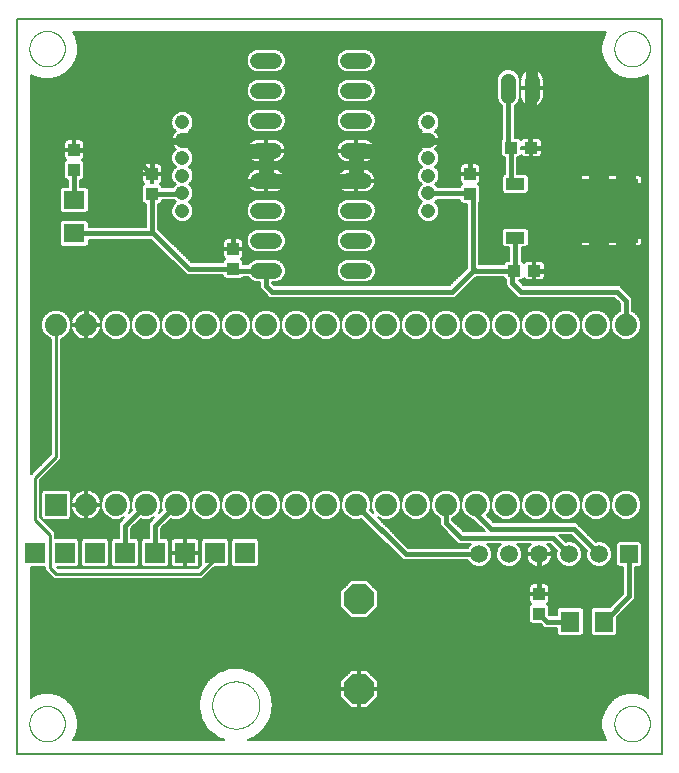
<source format=gtl>
G75*
%MOIN*%
%OFA0B0*%
%FSLAX25Y25*%
%IPPOS*%
%LPD*%
%AMOC8*
5,1,8,0,0,1.08239X$1,22.5*
%
%ADD10C,0.00600*%
%ADD11C,0.00000*%
%ADD12R,0.04331X0.03937*%
%ADD13R,0.07098X0.06299*%
%ADD14C,0.05200*%
%ADD15C,0.05150*%
%ADD16R,0.03937X0.04331*%
%ADD17OC8,0.10000*%
%ADD18R,0.07400X0.07400*%
%ADD19C,0.07400*%
%ADD20C,0.05937*%
%ADD21R,0.05937X0.05937*%
%ADD22C,0.04756*%
%ADD23R,0.07000X0.07000*%
%ADD24R,0.24409X0.21260*%
%ADD25R,0.06299X0.03937*%
%ADD26R,0.06299X0.07098*%
%ADD27C,0.01600*%
%ADD28C,0.01000*%
%ADD29C,0.04000*%
%ADD30C,0.05000*%
%ADD31C,0.06600*%
D10*
X0001300Y0086167D02*
X0216300Y0086167D01*
X0216300Y0331167D01*
X0001300Y0331167D01*
X0001300Y0086167D01*
X0005900Y0104833D02*
X0005900Y0148367D01*
X0010500Y0148367D01*
X0010500Y0147421D01*
X0012500Y0145421D01*
X0013554Y0144367D01*
X0063046Y0144367D01*
X0067046Y0148367D01*
X0071338Y0148367D01*
X0072100Y0149128D01*
X0072100Y0157205D01*
X0071338Y0157967D01*
X0063262Y0157967D01*
X0062500Y0157205D01*
X0062500Y0149128D01*
X0062608Y0149020D01*
X0061554Y0147967D01*
X0015046Y0147967D01*
X0014646Y0148367D01*
X0021338Y0148367D01*
X0022100Y0149128D01*
X0022100Y0157205D01*
X0021338Y0157967D01*
X0014100Y0157967D01*
X0014100Y0159912D01*
X0013046Y0160967D01*
X0009100Y0164912D01*
X0009100Y0177421D01*
X0016100Y0184421D01*
X0016100Y0224500D01*
X0017132Y0224928D01*
X0018539Y0226334D01*
X0019300Y0228172D01*
X0019300Y0230161D01*
X0018539Y0231999D01*
X0017132Y0233405D01*
X0015295Y0234167D01*
X0013305Y0234167D01*
X0011468Y0233405D01*
X0010061Y0231999D01*
X0009300Y0230161D01*
X0009300Y0228172D01*
X0010061Y0226334D01*
X0011468Y0224928D01*
X0012500Y0224500D01*
X0012500Y0185912D01*
X0006554Y0179967D01*
X0005900Y0179312D01*
X0005900Y0312500D01*
X0007361Y0311657D01*
X0009956Y0310961D01*
X0012644Y0310961D01*
X0015239Y0311657D01*
X0017566Y0313000D01*
X0019466Y0314900D01*
X0020810Y0317227D01*
X0021505Y0319823D01*
X0021505Y0322510D01*
X0020810Y0325106D01*
X0019967Y0326567D01*
X0197633Y0326567D01*
X0196790Y0325106D01*
X0196094Y0322510D01*
X0196094Y0319823D01*
X0196790Y0317227D01*
X0198134Y0314900D01*
X0200034Y0313000D01*
X0202361Y0311657D01*
X0204956Y0310961D01*
X0207644Y0310961D01*
X0210239Y0311657D01*
X0211700Y0312500D01*
X0211700Y0104833D01*
X0210239Y0105677D01*
X0207644Y0106372D01*
X0204956Y0106372D01*
X0202361Y0105677D01*
X0200034Y0104333D01*
X0198134Y0102433D01*
X0196790Y0100106D01*
X0196094Y0097510D01*
X0196094Y0094823D01*
X0196790Y0092227D01*
X0197633Y0090767D01*
X0078116Y0090767D01*
X0078643Y0090958D01*
X0078928Y0091035D01*
X0079057Y0091109D01*
X0080444Y0091614D01*
X0080444Y0091614D01*
X0081576Y0092563D01*
X0081704Y0092638D01*
X0081913Y0092847D01*
X0083751Y0094389D01*
X0083751Y0094389D01*
X0085910Y0098128D01*
X0086327Y0100491D01*
X0086403Y0100777D01*
X0086403Y0100925D01*
X0086660Y0102379D01*
X0086403Y0103834D01*
X0086403Y0103982D01*
X0086327Y0104267D01*
X0085910Y0106631D01*
X0083751Y0110369D01*
X0081913Y0111912D01*
X0081704Y0112121D01*
X0081576Y0112195D01*
X0080444Y0113144D01*
X0079057Y0113649D01*
X0078928Y0113724D01*
X0078643Y0113800D01*
X0076388Y0114621D01*
X0072071Y0114621D01*
X0069816Y0113800D01*
X0069530Y0113724D01*
X0069402Y0113649D01*
X0068014Y0113144D01*
X0068014Y0113144D01*
X0066883Y0112195D01*
X0066754Y0112121D01*
X0066545Y0111912D01*
X0064707Y0110369D01*
X0062548Y0106631D01*
X0062548Y0106631D01*
X0062132Y0104267D01*
X0062055Y0103982D01*
X0062055Y0103834D01*
X0061799Y0102379D01*
X0062055Y0100925D01*
X0062055Y0100777D01*
X0062132Y0100491D01*
X0062548Y0098128D01*
X0064707Y0094389D01*
X0066545Y0092847D01*
X0066754Y0092638D01*
X0066883Y0092563D01*
X0068014Y0091614D01*
X0069402Y0091109D01*
X0069530Y0091035D01*
X0069816Y0090958D01*
X0070342Y0090767D01*
X0019967Y0090767D01*
X0020810Y0092227D01*
X0021505Y0094823D01*
X0021505Y0097510D01*
X0020810Y0100106D01*
X0019466Y0102433D01*
X0017566Y0104333D01*
X0015239Y0105677D01*
X0012644Y0106372D01*
X0009956Y0106372D01*
X0007361Y0105677D01*
X0005900Y0104833D01*
X0005900Y0105319D02*
X0006741Y0105319D01*
X0005900Y0105918D02*
X0008260Y0105918D01*
X0005900Y0106516D02*
X0062528Y0106516D01*
X0062423Y0105918D02*
X0014340Y0105918D01*
X0015859Y0105319D02*
X0062317Y0105319D01*
X0062212Y0104721D02*
X0016895Y0104721D01*
X0017777Y0104122D02*
X0062093Y0104122D01*
X0062000Y0103523D02*
X0018376Y0103523D01*
X0018974Y0102925D02*
X0061895Y0102925D01*
X0061799Y0102379D02*
X0061799Y0102379D01*
X0061808Y0102326D02*
X0019528Y0102326D01*
X0019873Y0101728D02*
X0061914Y0101728D01*
X0062019Y0101129D02*
X0020219Y0101129D01*
X0020565Y0100531D02*
X0062121Y0100531D01*
X0062230Y0099932D02*
X0020856Y0099932D01*
X0021017Y0099334D02*
X0062336Y0099334D01*
X0062441Y0098735D02*
X0021177Y0098735D01*
X0021338Y0098137D02*
X0062547Y0098137D01*
X0062548Y0098128D02*
X0062548Y0098128D01*
X0062889Y0097538D02*
X0021498Y0097538D01*
X0021505Y0096940D02*
X0063234Y0096940D01*
X0063580Y0096341D02*
X0021505Y0096341D01*
X0021505Y0095743D02*
X0063925Y0095743D01*
X0064271Y0095144D02*
X0021505Y0095144D01*
X0021431Y0094546D02*
X0064616Y0094546D01*
X0064707Y0094389D02*
X0064707Y0094389D01*
X0064707Y0094389D01*
X0065233Y0093947D02*
X0021271Y0093947D01*
X0021110Y0093349D02*
X0065947Y0093349D01*
X0066641Y0092750D02*
X0020950Y0092750D01*
X0020766Y0092152D02*
X0067373Y0092152D01*
X0068014Y0091614D02*
X0068014Y0091614D01*
X0068181Y0091553D02*
X0020421Y0091553D01*
X0020075Y0090955D02*
X0069826Y0090955D01*
X0078633Y0090955D02*
X0197525Y0090955D01*
X0197179Y0091553D02*
X0080277Y0091553D01*
X0081085Y0092152D02*
X0196834Y0092152D01*
X0196650Y0092750D02*
X0081817Y0092750D01*
X0082512Y0093349D02*
X0196490Y0093349D01*
X0196329Y0093947D02*
X0083225Y0093947D01*
X0083842Y0094546D02*
X0196169Y0094546D01*
X0196094Y0095144D02*
X0084187Y0095144D01*
X0084533Y0095743D02*
X0196094Y0095743D01*
X0196094Y0096341D02*
X0084879Y0096341D01*
X0085224Y0096940D02*
X0196094Y0096940D01*
X0196102Y0097538D02*
X0085570Y0097538D01*
X0085910Y0098128D02*
X0085910Y0098128D01*
X0085912Y0098137D02*
X0196262Y0098137D01*
X0196423Y0098735D02*
X0086017Y0098735D01*
X0086123Y0099334D02*
X0196583Y0099334D01*
X0196744Y0099932D02*
X0086228Y0099932D01*
X0086337Y0100531D02*
X0197035Y0100531D01*
X0197381Y0101129D02*
X0086439Y0101129D01*
X0086545Y0101728D02*
X0112329Y0101728D01*
X0112690Y0101367D02*
X0109000Y0105057D01*
X0109000Y0107367D01*
X0115000Y0107367D01*
X0115000Y0107967D01*
X0115000Y0113967D01*
X0112690Y0113967D01*
X0109000Y0110276D01*
X0109000Y0107967D01*
X0115000Y0107967D01*
X0115600Y0107967D01*
X0115600Y0113967D01*
X0117910Y0113967D01*
X0121600Y0110276D01*
X0121600Y0107967D01*
X0115600Y0107967D01*
X0115600Y0107367D01*
X0121600Y0107367D01*
X0121600Y0105057D01*
X0117910Y0101367D01*
X0115600Y0101367D01*
X0115600Y0107367D01*
X0115000Y0107367D01*
X0115000Y0101367D01*
X0112690Y0101367D01*
X0111731Y0102326D02*
X0086650Y0102326D01*
X0086563Y0102925D02*
X0111132Y0102925D01*
X0110534Y0103523D02*
X0086458Y0103523D01*
X0086366Y0104122D02*
X0109935Y0104122D01*
X0109337Y0104721D02*
X0086247Y0104721D01*
X0086141Y0105319D02*
X0109000Y0105319D01*
X0109000Y0105918D02*
X0086036Y0105918D01*
X0085930Y0106516D02*
X0109000Y0106516D01*
X0109000Y0107115D02*
X0085631Y0107115D01*
X0085910Y0106631D02*
X0085910Y0106631D01*
X0085285Y0107713D02*
X0115000Y0107713D01*
X0115000Y0107115D02*
X0115600Y0107115D01*
X0115600Y0107713D02*
X0211700Y0107713D01*
X0211700Y0107115D02*
X0121600Y0107115D01*
X0121600Y0106516D02*
X0211700Y0106516D01*
X0211700Y0105918D02*
X0209340Y0105918D01*
X0210859Y0105319D02*
X0211700Y0105319D01*
X0211700Y0108312D02*
X0121600Y0108312D01*
X0121600Y0108910D02*
X0211700Y0108910D01*
X0211700Y0109509D02*
X0121600Y0109509D01*
X0121600Y0110107D02*
X0211700Y0110107D01*
X0211700Y0110706D02*
X0121171Y0110706D01*
X0120572Y0111304D02*
X0211700Y0111304D01*
X0211700Y0111903D02*
X0119974Y0111903D01*
X0119375Y0112501D02*
X0211700Y0112501D01*
X0211700Y0113100D02*
X0118777Y0113100D01*
X0118178Y0113698D02*
X0211700Y0113698D01*
X0211700Y0114297D02*
X0077278Y0114297D01*
X0078972Y0113698D02*
X0112422Y0113698D01*
X0111823Y0113100D02*
X0080498Y0113100D01*
X0080444Y0113144D02*
X0080444Y0113144D01*
X0081211Y0112501D02*
X0111225Y0112501D01*
X0110626Y0111903D02*
X0081924Y0111903D01*
X0082637Y0111304D02*
X0110028Y0111304D01*
X0109429Y0110706D02*
X0083351Y0110706D01*
X0083751Y0110369D02*
X0083751Y0110369D01*
X0083751Y0110369D01*
X0083903Y0110107D02*
X0109000Y0110107D01*
X0109000Y0109509D02*
X0084248Y0109509D01*
X0084594Y0108910D02*
X0109000Y0108910D01*
X0109000Y0108312D02*
X0084940Y0108312D01*
X0071180Y0114297D02*
X0005900Y0114297D01*
X0005900Y0114895D02*
X0211700Y0114895D01*
X0211700Y0115494D02*
X0005900Y0115494D01*
X0005900Y0116092D02*
X0211700Y0116092D01*
X0211700Y0116691D02*
X0005900Y0116691D01*
X0005900Y0117289D02*
X0211700Y0117289D01*
X0211700Y0117888D02*
X0005900Y0117888D01*
X0005900Y0118486D02*
X0211700Y0118486D01*
X0211700Y0119085D02*
X0005900Y0119085D01*
X0005900Y0119683D02*
X0211700Y0119683D01*
X0211700Y0120282D02*
X0005900Y0120282D01*
X0005900Y0120880D02*
X0211700Y0120880D01*
X0211700Y0121479D02*
X0005900Y0121479D01*
X0005900Y0122077D02*
X0211700Y0122077D01*
X0211700Y0122676D02*
X0005900Y0122676D01*
X0005900Y0123274D02*
X0211700Y0123274D01*
X0211700Y0123873D02*
X0005900Y0123873D01*
X0005900Y0124471D02*
X0211700Y0124471D01*
X0211700Y0125070D02*
X0005900Y0125070D01*
X0005900Y0125668D02*
X0181663Y0125668D01*
X0182013Y0125317D02*
X0189390Y0125317D01*
X0190151Y0126079D01*
X0190151Y0134254D01*
X0189390Y0135016D01*
X0182013Y0135016D01*
X0181252Y0134254D01*
X0181252Y0132267D01*
X0178823Y0132267D01*
X0178568Y0132522D01*
X0178568Y0135524D01*
X0177888Y0136204D01*
X0178067Y0136308D01*
X0178309Y0136550D01*
X0178480Y0136846D01*
X0178568Y0137177D01*
X0178568Y0139213D01*
X0175600Y0139213D01*
X0175600Y0139813D01*
X0178568Y0139813D01*
X0178568Y0141850D01*
X0178480Y0142180D01*
X0178309Y0142477D01*
X0178067Y0142719D01*
X0177770Y0142890D01*
X0177440Y0142978D01*
X0175600Y0142978D01*
X0175600Y0139813D01*
X0175000Y0139813D01*
X0175000Y0139213D01*
X0172031Y0139213D01*
X0172031Y0137177D01*
X0172120Y0136846D01*
X0172291Y0136550D01*
X0172533Y0136308D01*
X0172712Y0136204D01*
X0172031Y0135524D01*
X0172031Y0130116D01*
X0172793Y0129355D01*
X0175795Y0129355D01*
X0177084Y0128067D01*
X0181252Y0128067D01*
X0181252Y0126079D01*
X0182013Y0125317D01*
X0181252Y0126267D02*
X0005900Y0126267D01*
X0005900Y0126865D02*
X0181252Y0126865D01*
X0181252Y0127464D02*
X0005900Y0127464D01*
X0005900Y0128062D02*
X0181252Y0128062D01*
X0181252Y0132851D02*
X0178568Y0132851D01*
X0178568Y0133449D02*
X0181252Y0133449D01*
X0181252Y0134048D02*
X0178568Y0134048D01*
X0178568Y0134646D02*
X0181644Y0134646D01*
X0178568Y0135245D02*
X0199007Y0135245D01*
X0198778Y0135016D02*
X0193210Y0135016D01*
X0192449Y0134254D01*
X0192449Y0126079D01*
X0193210Y0125317D01*
X0200587Y0125317D01*
X0201348Y0126079D01*
X0201348Y0131646D01*
X0207400Y0137698D01*
X0207400Y0148398D01*
X0208807Y0148398D01*
X0209568Y0149160D01*
X0209568Y0156174D01*
X0208807Y0156935D01*
X0201793Y0156935D01*
X0201031Y0156174D01*
X0201031Y0149160D01*
X0201793Y0148398D01*
X0203200Y0148398D01*
X0203200Y0139438D01*
X0198778Y0135016D01*
X0199605Y0135843D02*
X0178249Y0135843D01*
X0178201Y0136442D02*
X0200204Y0136442D01*
X0200802Y0137040D02*
X0178532Y0137040D01*
X0178568Y0137639D02*
X0201401Y0137639D01*
X0201999Y0138237D02*
X0178568Y0138237D01*
X0178568Y0138836D02*
X0202598Y0138836D01*
X0203196Y0139434D02*
X0175600Y0139434D01*
X0175600Y0140033D02*
X0175000Y0140033D01*
X0175000Y0139813D02*
X0175000Y0142978D01*
X0173160Y0142978D01*
X0172830Y0142890D01*
X0172533Y0142719D01*
X0172291Y0142477D01*
X0172120Y0142180D01*
X0172031Y0141850D01*
X0172031Y0139813D01*
X0175000Y0139813D01*
X0175000Y0139434D02*
X0121600Y0139434D01*
X0121600Y0138836D02*
X0172031Y0138836D01*
X0172031Y0138237D02*
X0121600Y0138237D01*
X0121600Y0137639D02*
X0172031Y0137639D01*
X0172068Y0137040D02*
X0121600Y0137040D01*
X0121600Y0136442D02*
X0172399Y0136442D01*
X0172351Y0135843D02*
X0121600Y0135843D01*
X0121600Y0135245D02*
X0172031Y0135245D01*
X0172031Y0134646D02*
X0121189Y0134646D01*
X0121600Y0135057D02*
X0117910Y0131367D01*
X0112690Y0131367D01*
X0109000Y0135057D01*
X0109000Y0140276D01*
X0112690Y0143967D01*
X0117910Y0143967D01*
X0121600Y0140276D01*
X0121600Y0135057D01*
X0120590Y0134048D02*
X0172031Y0134048D01*
X0172031Y0133449D02*
X0119992Y0133449D01*
X0119393Y0132851D02*
X0172031Y0132851D01*
X0172031Y0132252D02*
X0118795Y0132252D01*
X0118196Y0131654D02*
X0172031Y0131654D01*
X0172031Y0131055D02*
X0005900Y0131055D01*
X0005900Y0130456D02*
X0172031Y0130456D01*
X0172290Y0129858D02*
X0005900Y0129858D01*
X0005900Y0129259D02*
X0175891Y0129259D01*
X0176489Y0128661D02*
X0005900Y0128661D01*
X0005900Y0131654D02*
X0112404Y0131654D01*
X0111805Y0132252D02*
X0005900Y0132252D01*
X0005900Y0132851D02*
X0111207Y0132851D01*
X0110608Y0133449D02*
X0005900Y0133449D01*
X0005900Y0134048D02*
X0110010Y0134048D01*
X0109411Y0134646D02*
X0005900Y0134646D01*
X0005900Y0135245D02*
X0109000Y0135245D01*
X0109000Y0135843D02*
X0005900Y0135843D01*
X0005900Y0136442D02*
X0109000Y0136442D01*
X0109000Y0137040D02*
X0005900Y0137040D01*
X0005900Y0137639D02*
X0109000Y0137639D01*
X0109000Y0138237D02*
X0005900Y0138237D01*
X0005900Y0138836D02*
X0109000Y0138836D01*
X0109000Y0139434D02*
X0005900Y0139434D01*
X0005900Y0140033D02*
X0109000Y0140033D01*
X0109355Y0140631D02*
X0005900Y0140631D01*
X0005900Y0141230D02*
X0109954Y0141230D01*
X0110552Y0141828D02*
X0005900Y0141828D01*
X0005900Y0142427D02*
X0111151Y0142427D01*
X0111749Y0143025D02*
X0005900Y0143025D01*
X0005900Y0143624D02*
X0112348Y0143624D01*
X0118252Y0143624D02*
X0203200Y0143624D01*
X0203200Y0144222D02*
X0005900Y0144222D01*
X0005900Y0144821D02*
X0013100Y0144821D01*
X0012502Y0145419D02*
X0005900Y0145419D01*
X0005900Y0146018D02*
X0011903Y0146018D01*
X0011305Y0146616D02*
X0005900Y0146616D01*
X0005900Y0147215D02*
X0010706Y0147215D01*
X0010500Y0147813D02*
X0005900Y0147813D01*
X0014100Y0157988D02*
X0035200Y0157988D01*
X0035200Y0157967D02*
X0033262Y0157967D01*
X0032500Y0157205D01*
X0032500Y0149128D01*
X0033262Y0148367D01*
X0041338Y0148367D01*
X0042100Y0149128D01*
X0042100Y0157205D01*
X0041338Y0157967D01*
X0039400Y0157967D01*
X0039400Y0161297D01*
X0042573Y0164470D01*
X0043305Y0164167D01*
X0045295Y0164167D01*
X0047062Y0164899D01*
X0045200Y0163037D01*
X0045200Y0157967D01*
X0043262Y0157967D01*
X0042500Y0157205D01*
X0042500Y0149128D01*
X0043262Y0148367D01*
X0051338Y0148367D01*
X0052100Y0149128D01*
X0052100Y0157205D01*
X0051338Y0157967D01*
X0049400Y0157967D01*
X0049400Y0161297D01*
X0052573Y0164470D01*
X0053305Y0164167D01*
X0055295Y0164167D01*
X0057132Y0164928D01*
X0058539Y0166334D01*
X0059300Y0168172D01*
X0060061Y0166334D01*
X0061468Y0164928D01*
X0063305Y0164167D01*
X0065295Y0164167D01*
X0067132Y0164928D01*
X0068539Y0166334D01*
X0069300Y0168172D01*
X0070061Y0166334D01*
X0071468Y0164928D01*
X0073305Y0164167D01*
X0075295Y0164167D01*
X0077132Y0164928D01*
X0078539Y0166334D01*
X0079300Y0168172D01*
X0080061Y0166334D01*
X0081468Y0164928D01*
X0083305Y0164167D01*
X0085295Y0164167D01*
X0087132Y0164928D01*
X0088539Y0166334D01*
X0089300Y0168172D01*
X0090061Y0166334D01*
X0091468Y0164928D01*
X0093305Y0164167D01*
X0095295Y0164167D01*
X0097132Y0164928D01*
X0098539Y0166334D01*
X0099300Y0168172D01*
X0100061Y0166334D01*
X0101468Y0164928D01*
X0103305Y0164167D01*
X0105295Y0164167D01*
X0107132Y0164928D01*
X0108539Y0166334D01*
X0109300Y0168172D01*
X0110061Y0166334D01*
X0111468Y0164928D01*
X0113305Y0164167D01*
X0115295Y0164167D01*
X0116027Y0164470D01*
X0129930Y0150567D01*
X0151550Y0150567D01*
X0151681Y0150249D01*
X0152882Y0149048D01*
X0154451Y0148398D01*
X0156149Y0148398D01*
X0157718Y0149048D01*
X0158919Y0150249D01*
X0159568Y0151818D01*
X0159568Y0153516D01*
X0158919Y0155085D01*
X0157937Y0156067D01*
X0162663Y0156067D01*
X0161681Y0155085D01*
X0161031Y0153516D01*
X0161031Y0151818D01*
X0161681Y0150249D01*
X0162882Y0149048D01*
X0164451Y0148398D01*
X0166149Y0148398D01*
X0167718Y0149048D01*
X0168919Y0150249D01*
X0169568Y0151818D01*
X0169568Y0153516D01*
X0168919Y0155085D01*
X0167937Y0156067D01*
X0172718Y0156067D01*
X0172519Y0155922D01*
X0172044Y0155447D01*
X0171649Y0154904D01*
X0171344Y0154305D01*
X0171137Y0153666D01*
X0171031Y0153003D01*
X0171031Y0152967D01*
X0175000Y0152967D01*
X0175000Y0152367D01*
X0171031Y0152367D01*
X0171031Y0152331D01*
X0171137Y0151667D01*
X0171344Y0151028D01*
X0171649Y0150429D01*
X0172044Y0149886D01*
X0172519Y0149411D01*
X0173063Y0149016D01*
X0173661Y0148711D01*
X0174300Y0148503D01*
X0174964Y0148398D01*
X0175000Y0148398D01*
X0175000Y0152367D01*
X0175600Y0152367D01*
X0175600Y0152967D01*
X0179568Y0152967D01*
X0179568Y0153003D01*
X0179463Y0153666D01*
X0179256Y0154305D01*
X0178951Y0154904D01*
X0178556Y0155447D01*
X0178081Y0155922D01*
X0177882Y0156067D01*
X0178930Y0156067D01*
X0181163Y0153834D01*
X0181031Y0153516D01*
X0181031Y0151818D01*
X0181681Y0150249D01*
X0182882Y0149048D01*
X0184451Y0148398D01*
X0186149Y0148398D01*
X0187718Y0149048D01*
X0188919Y0150249D01*
X0189568Y0151818D01*
X0189568Y0153516D01*
X0188919Y0155085D01*
X0187718Y0156285D01*
X0186149Y0156935D01*
X0184451Y0156935D01*
X0184133Y0156803D01*
X0181900Y0159037D01*
X0181870Y0159067D01*
X0185930Y0159067D01*
X0191163Y0153834D01*
X0191031Y0153516D01*
X0191031Y0151818D01*
X0191681Y0150249D01*
X0192882Y0149048D01*
X0194451Y0148398D01*
X0196149Y0148398D01*
X0197718Y0149048D01*
X0198919Y0150249D01*
X0199568Y0151818D01*
X0199568Y0153516D01*
X0198919Y0155085D01*
X0197718Y0156285D01*
X0196149Y0156935D01*
X0194451Y0156935D01*
X0194133Y0156803D01*
X0188900Y0162037D01*
X0187670Y0163267D01*
X0160170Y0163267D01*
X0157820Y0165616D01*
X0158539Y0166334D01*
X0159300Y0168172D01*
X0160061Y0166334D01*
X0161468Y0164928D01*
X0163305Y0164167D01*
X0165295Y0164167D01*
X0167132Y0164928D01*
X0168539Y0166334D01*
X0169300Y0168172D01*
X0170061Y0166334D01*
X0171468Y0164928D01*
X0173305Y0164167D01*
X0175295Y0164167D01*
X0177132Y0164928D01*
X0178539Y0166334D01*
X0179300Y0168172D01*
X0180061Y0166334D01*
X0181468Y0164928D01*
X0183305Y0164167D01*
X0185295Y0164167D01*
X0187132Y0164928D01*
X0188539Y0166334D01*
X0189300Y0168172D01*
X0190061Y0166334D01*
X0191468Y0164928D01*
X0193305Y0164167D01*
X0195295Y0164167D01*
X0197132Y0164928D01*
X0198539Y0166334D01*
X0199300Y0168172D01*
X0200061Y0166334D01*
X0201468Y0164928D01*
X0203305Y0164167D01*
X0205295Y0164167D01*
X0207132Y0164928D01*
X0208539Y0166334D01*
X0209300Y0168172D01*
X0209300Y0170161D01*
X0208539Y0171999D01*
X0207132Y0173405D01*
X0205295Y0174167D01*
X0203305Y0174167D01*
X0201468Y0173405D01*
X0200061Y0171999D01*
X0199300Y0170161D01*
X0199300Y0168172D01*
X0199300Y0170161D01*
X0198539Y0171999D01*
X0197132Y0173405D01*
X0195295Y0174167D01*
X0193305Y0174167D01*
X0191468Y0173405D01*
X0190061Y0171999D01*
X0189300Y0170161D01*
X0189300Y0168172D01*
X0189300Y0170161D01*
X0188539Y0171999D01*
X0187132Y0173405D01*
X0185295Y0174167D01*
X0183305Y0174167D01*
X0181468Y0173405D01*
X0180061Y0171999D01*
X0179300Y0170161D01*
X0179300Y0168172D01*
X0179300Y0170161D01*
X0178539Y0171999D01*
X0177132Y0173405D01*
X0175295Y0174167D01*
X0173305Y0174167D01*
X0171468Y0173405D01*
X0170061Y0171999D01*
X0169300Y0170161D01*
X0169300Y0168172D01*
X0169300Y0170161D01*
X0168539Y0171999D01*
X0167132Y0173405D01*
X0165295Y0174167D01*
X0163305Y0174167D01*
X0161468Y0173405D01*
X0160061Y0171999D01*
X0159300Y0170161D01*
X0159300Y0168172D01*
X0159300Y0170161D01*
X0158539Y0171999D01*
X0157132Y0173405D01*
X0155295Y0174167D01*
X0153305Y0174167D01*
X0151468Y0173405D01*
X0150061Y0171999D01*
X0149300Y0170161D01*
X0148539Y0171999D01*
X0147132Y0173405D01*
X0145295Y0174167D01*
X0143305Y0174167D01*
X0141468Y0173405D01*
X0140061Y0171999D01*
X0139300Y0170161D01*
X0138539Y0171999D01*
X0137132Y0173405D01*
X0135295Y0174167D01*
X0133305Y0174167D01*
X0131468Y0173405D01*
X0130061Y0171999D01*
X0129300Y0170161D01*
X0129300Y0168172D01*
X0130061Y0166334D01*
X0131468Y0164928D01*
X0133305Y0164167D01*
X0135295Y0164167D01*
X0137132Y0164928D01*
X0138539Y0166334D01*
X0139300Y0168172D01*
X0139300Y0170161D01*
X0139300Y0168172D01*
X0140061Y0166334D01*
X0141468Y0164928D01*
X0142200Y0164625D01*
X0142200Y0162297D01*
X0148430Y0156067D01*
X0152663Y0156067D01*
X0151681Y0155085D01*
X0151550Y0154767D01*
X0131670Y0154767D01*
X0121538Y0164899D01*
X0123305Y0164167D01*
X0125295Y0164167D01*
X0127132Y0164928D01*
X0128539Y0166334D01*
X0129300Y0168172D01*
X0129300Y0170161D01*
X0128539Y0171999D01*
X0127132Y0173405D01*
X0125295Y0174167D01*
X0123305Y0174167D01*
X0121468Y0173405D01*
X0120061Y0171999D01*
X0119300Y0170161D01*
X0119300Y0168172D01*
X0118997Y0167440D01*
X0120032Y0166404D01*
X0119300Y0168172D01*
X0119300Y0170161D01*
X0118539Y0171999D01*
X0117132Y0173405D01*
X0115295Y0174167D01*
X0113305Y0174167D01*
X0111468Y0173405D01*
X0110061Y0171999D01*
X0109300Y0170161D01*
X0109300Y0168172D01*
X0109300Y0170161D01*
X0108539Y0171999D01*
X0107132Y0173405D01*
X0105295Y0174167D01*
X0103305Y0174167D01*
X0101468Y0173405D01*
X0100061Y0171999D01*
X0099300Y0170161D01*
X0099300Y0168172D01*
X0099300Y0170161D01*
X0098539Y0171999D01*
X0097132Y0173405D01*
X0095295Y0174167D01*
X0093305Y0174167D01*
X0091468Y0173405D01*
X0090061Y0171999D01*
X0089300Y0170161D01*
X0089300Y0168172D01*
X0089300Y0170161D01*
X0088539Y0171999D01*
X0087132Y0173405D01*
X0085295Y0174167D01*
X0083305Y0174167D01*
X0081468Y0173405D01*
X0080061Y0171999D01*
X0079300Y0170161D01*
X0079300Y0168172D01*
X0079300Y0170161D01*
X0078539Y0171999D01*
X0077132Y0173405D01*
X0075295Y0174167D01*
X0073305Y0174167D01*
X0071468Y0173405D01*
X0070061Y0171999D01*
X0069300Y0170161D01*
X0069300Y0168172D01*
X0069300Y0170161D01*
X0068539Y0171999D01*
X0067132Y0173405D01*
X0065295Y0174167D01*
X0063305Y0174167D01*
X0061468Y0173405D01*
X0060061Y0171999D01*
X0059300Y0170161D01*
X0059300Y0168172D01*
X0059300Y0170161D01*
X0058539Y0171999D01*
X0057132Y0173405D01*
X0055295Y0174167D01*
X0053305Y0174167D01*
X0051468Y0173405D01*
X0050061Y0171999D01*
X0049300Y0170161D01*
X0048539Y0171999D01*
X0047132Y0173405D01*
X0045295Y0174167D01*
X0043305Y0174167D01*
X0041468Y0173405D01*
X0040061Y0171999D01*
X0039300Y0170161D01*
X0038539Y0171999D01*
X0037132Y0173405D01*
X0035295Y0174167D01*
X0033305Y0174167D01*
X0031468Y0173405D01*
X0030061Y0171999D01*
X0029300Y0170161D01*
X0029300Y0168172D01*
X0030061Y0166334D01*
X0031468Y0164928D01*
X0033305Y0164167D01*
X0035295Y0164167D01*
X0037062Y0164899D01*
X0035200Y0163037D01*
X0035200Y0157967D01*
X0035200Y0158587D02*
X0014100Y0158587D01*
X0014100Y0159185D02*
X0035200Y0159185D01*
X0035200Y0159784D02*
X0014100Y0159784D01*
X0013630Y0160382D02*
X0035200Y0160382D01*
X0035200Y0160981D02*
X0013032Y0160981D01*
X0012433Y0161579D02*
X0035200Y0161579D01*
X0035200Y0162178D02*
X0011835Y0162178D01*
X0011236Y0162776D02*
X0035200Y0162776D01*
X0035538Y0163375D02*
X0010638Y0163375D01*
X0010039Y0163973D02*
X0036137Y0163973D01*
X0036272Y0164572D02*
X0036735Y0164572D01*
X0038568Y0166404D02*
X0039300Y0168172D01*
X0039300Y0170161D01*
X0039300Y0168172D01*
X0039603Y0167440D01*
X0038568Y0166404D01*
X0038800Y0166966D02*
X0039129Y0166966D01*
X0039048Y0167564D02*
X0039552Y0167564D01*
X0039304Y0168163D02*
X0039296Y0168163D01*
X0039300Y0168761D02*
X0039300Y0168761D01*
X0039300Y0169360D02*
X0039300Y0169360D01*
X0039300Y0169958D02*
X0039300Y0169958D01*
X0039136Y0170557D02*
X0039464Y0170557D01*
X0039712Y0171155D02*
X0038888Y0171155D01*
X0038640Y0171754D02*
X0039960Y0171754D01*
X0040415Y0172352D02*
X0038185Y0172352D01*
X0037587Y0172951D02*
X0041013Y0172951D01*
X0041815Y0173549D02*
X0036785Y0173549D01*
X0035340Y0174148D02*
X0043260Y0174148D01*
X0045340Y0174148D02*
X0053260Y0174148D01*
X0051815Y0173549D02*
X0046785Y0173549D01*
X0047587Y0172951D02*
X0051013Y0172951D01*
X0050415Y0172352D02*
X0048185Y0172352D01*
X0048640Y0171754D02*
X0049960Y0171754D01*
X0049712Y0171155D02*
X0048888Y0171155D01*
X0049136Y0170557D02*
X0049464Y0170557D01*
X0049300Y0170161D02*
X0049300Y0168172D01*
X0048568Y0166404D01*
X0049603Y0167440D01*
X0049300Y0168172D01*
X0049300Y0170161D01*
X0049300Y0169958D02*
X0049300Y0169958D01*
X0049300Y0169360D02*
X0049300Y0169360D01*
X0049300Y0168761D02*
X0049300Y0168761D01*
X0049296Y0168163D02*
X0049304Y0168163D01*
X0049552Y0167564D02*
X0049048Y0167564D01*
X0049129Y0166966D02*
X0048800Y0166966D01*
X0046735Y0164572D02*
X0046272Y0164572D01*
X0046137Y0163973D02*
X0042076Y0163973D01*
X0041478Y0163375D02*
X0045538Y0163375D01*
X0045200Y0162776D02*
X0040879Y0162776D01*
X0040281Y0162178D02*
X0045200Y0162178D01*
X0045200Y0161579D02*
X0039682Y0161579D01*
X0039400Y0160981D02*
X0045200Y0160981D01*
X0045200Y0160382D02*
X0039400Y0160382D01*
X0039400Y0159784D02*
X0045200Y0159784D01*
X0045200Y0159185D02*
X0039400Y0159185D01*
X0039400Y0158587D02*
X0045200Y0158587D01*
X0045200Y0157988D02*
X0039400Y0157988D01*
X0041916Y0157390D02*
X0042684Y0157390D01*
X0042500Y0156791D02*
X0042100Y0156791D01*
X0042100Y0156192D02*
X0042500Y0156192D01*
X0042500Y0155594D02*
X0042100Y0155594D01*
X0042100Y0154995D02*
X0042500Y0154995D01*
X0042500Y0154397D02*
X0042100Y0154397D01*
X0042100Y0153798D02*
X0042500Y0153798D01*
X0042500Y0153200D02*
X0042100Y0153200D01*
X0042100Y0152601D02*
X0042500Y0152601D01*
X0042500Y0152003D02*
X0042100Y0152003D01*
X0042100Y0151404D02*
X0042500Y0151404D01*
X0042500Y0150806D02*
X0042100Y0150806D01*
X0042100Y0150207D02*
X0042500Y0150207D01*
X0042500Y0149609D02*
X0042100Y0149609D01*
X0041982Y0149010D02*
X0042618Y0149010D01*
X0043216Y0148412D02*
X0041384Y0148412D01*
X0049400Y0157988D02*
X0122509Y0157988D01*
X0123107Y0157390D02*
X0081916Y0157390D01*
X0082100Y0157205D02*
X0081338Y0157967D01*
X0073262Y0157967D01*
X0072500Y0157205D01*
X0072500Y0149128D01*
X0073262Y0148367D01*
X0081338Y0148367D01*
X0082100Y0149128D01*
X0082100Y0157205D01*
X0082100Y0156791D02*
X0123706Y0156791D01*
X0124304Y0156192D02*
X0082100Y0156192D01*
X0082100Y0155594D02*
X0124903Y0155594D01*
X0125501Y0154995D02*
X0082100Y0154995D01*
X0082100Y0154397D02*
X0126100Y0154397D01*
X0126698Y0153798D02*
X0082100Y0153798D01*
X0082100Y0153200D02*
X0127297Y0153200D01*
X0127895Y0152601D02*
X0082100Y0152601D01*
X0082100Y0152003D02*
X0128494Y0152003D01*
X0129092Y0151404D02*
X0082100Y0151404D01*
X0082100Y0150806D02*
X0129691Y0150806D01*
X0131441Y0154995D02*
X0151644Y0154995D01*
X0152191Y0155594D02*
X0130843Y0155594D01*
X0130244Y0156192D02*
X0148304Y0156192D01*
X0147706Y0156791D02*
X0129645Y0156791D01*
X0129047Y0157390D02*
X0147107Y0157390D01*
X0146509Y0157988D02*
X0128448Y0157988D01*
X0127850Y0158587D02*
X0145910Y0158587D01*
X0145312Y0159185D02*
X0127251Y0159185D01*
X0126653Y0159784D02*
X0144713Y0159784D01*
X0144115Y0160382D02*
X0126054Y0160382D01*
X0125456Y0160981D02*
X0143516Y0160981D01*
X0142918Y0161579D02*
X0124857Y0161579D01*
X0124259Y0162178D02*
X0142319Y0162178D01*
X0142200Y0162776D02*
X0123660Y0162776D01*
X0123062Y0163375D02*
X0142200Y0163375D01*
X0142200Y0163973D02*
X0122463Y0163973D01*
X0122328Y0164572D02*
X0121865Y0164572D01*
X0119800Y0166966D02*
X0119471Y0166966D01*
X0119552Y0167564D02*
X0119048Y0167564D01*
X0119296Y0168163D02*
X0119304Y0168163D01*
X0119300Y0168761D02*
X0119300Y0168761D01*
X0119300Y0169360D02*
X0119300Y0169360D01*
X0119300Y0169958D02*
X0119300Y0169958D01*
X0119136Y0170557D02*
X0119464Y0170557D01*
X0119712Y0171155D02*
X0118888Y0171155D01*
X0118640Y0171754D02*
X0119960Y0171754D01*
X0120415Y0172352D02*
X0118185Y0172352D01*
X0117587Y0172951D02*
X0121013Y0172951D01*
X0121815Y0173549D02*
X0116785Y0173549D01*
X0115340Y0174148D02*
X0123260Y0174148D01*
X0125340Y0174148D02*
X0133260Y0174148D01*
X0131815Y0173549D02*
X0126785Y0173549D01*
X0127587Y0172951D02*
X0131013Y0172951D01*
X0130415Y0172352D02*
X0128185Y0172352D01*
X0128640Y0171754D02*
X0129960Y0171754D01*
X0129712Y0171155D02*
X0128888Y0171155D01*
X0129136Y0170557D02*
X0129464Y0170557D01*
X0129300Y0169958D02*
X0129300Y0169958D01*
X0129300Y0169360D02*
X0129300Y0169360D01*
X0129300Y0168761D02*
X0129300Y0168761D01*
X0129296Y0168163D02*
X0129304Y0168163D01*
X0129552Y0167564D02*
X0129048Y0167564D01*
X0128800Y0166966D02*
X0129800Y0166966D01*
X0130048Y0166367D02*
X0128552Y0166367D01*
X0127973Y0165769D02*
X0130627Y0165769D01*
X0131225Y0165170D02*
X0127375Y0165170D01*
X0126272Y0164572D02*
X0132328Y0164572D01*
X0136272Y0164572D02*
X0142200Y0164572D01*
X0141225Y0165170D02*
X0137375Y0165170D01*
X0137973Y0165769D02*
X0140627Y0165769D01*
X0140048Y0166367D02*
X0138552Y0166367D01*
X0138800Y0166966D02*
X0139800Y0166966D01*
X0139552Y0167564D02*
X0139048Y0167564D01*
X0139296Y0168163D02*
X0139304Y0168163D01*
X0139300Y0168761D02*
X0139300Y0168761D01*
X0139300Y0169360D02*
X0139300Y0169360D01*
X0139300Y0169958D02*
X0139300Y0169958D01*
X0139136Y0170557D02*
X0139464Y0170557D01*
X0139712Y0171155D02*
X0138888Y0171155D01*
X0138640Y0171754D02*
X0139960Y0171754D01*
X0140415Y0172352D02*
X0138185Y0172352D01*
X0137587Y0172951D02*
X0141013Y0172951D01*
X0141815Y0173549D02*
X0136785Y0173549D01*
X0135340Y0174148D02*
X0143260Y0174148D01*
X0145340Y0174148D02*
X0153260Y0174148D01*
X0151815Y0173549D02*
X0146785Y0173549D01*
X0147587Y0172951D02*
X0151013Y0172951D01*
X0150415Y0172352D02*
X0148185Y0172352D01*
X0148640Y0171754D02*
X0149960Y0171754D01*
X0149712Y0171155D02*
X0148888Y0171155D01*
X0149136Y0170557D02*
X0149464Y0170557D01*
X0149300Y0170161D02*
X0149300Y0168172D01*
X0148539Y0166334D01*
X0147132Y0164928D01*
X0146400Y0164625D01*
X0146400Y0164037D01*
X0150170Y0160267D01*
X0157230Y0160267D01*
X0153430Y0164067D01*
X0153330Y0164167D01*
X0153305Y0164167D01*
X0151468Y0164928D01*
X0150061Y0166334D01*
X0149300Y0168172D01*
X0149300Y0170161D01*
X0149300Y0169958D02*
X0149300Y0169958D01*
X0149300Y0169360D02*
X0149300Y0169360D01*
X0149300Y0168761D02*
X0149300Y0168761D01*
X0149296Y0168163D02*
X0149304Y0168163D01*
X0149552Y0167564D02*
X0149048Y0167564D01*
X0148800Y0166966D02*
X0149800Y0166966D01*
X0150048Y0166367D02*
X0148552Y0166367D01*
X0147973Y0165769D02*
X0150627Y0165769D01*
X0151225Y0165170D02*
X0147375Y0165170D01*
X0146400Y0164572D02*
X0152328Y0164572D01*
X0153524Y0163973D02*
X0146463Y0163973D01*
X0147062Y0163375D02*
X0154122Y0163375D01*
X0154721Y0162776D02*
X0147660Y0162776D01*
X0148259Y0162178D02*
X0155319Y0162178D01*
X0155918Y0161579D02*
X0148857Y0161579D01*
X0149456Y0160981D02*
X0156516Y0160981D01*
X0157115Y0160382D02*
X0150054Y0160382D01*
X0158266Y0165170D02*
X0161225Y0165170D01*
X0160627Y0165769D02*
X0157973Y0165769D01*
X0158552Y0166367D02*
X0160048Y0166367D01*
X0159800Y0166966D02*
X0158800Y0166966D01*
X0159048Y0167564D02*
X0159552Y0167564D01*
X0159304Y0168163D02*
X0159296Y0168163D01*
X0159300Y0168761D02*
X0159300Y0168761D01*
X0159300Y0169360D02*
X0159300Y0169360D01*
X0159300Y0169958D02*
X0159300Y0169958D01*
X0159136Y0170557D02*
X0159464Y0170557D01*
X0159712Y0171155D02*
X0158888Y0171155D01*
X0158640Y0171754D02*
X0159960Y0171754D01*
X0160415Y0172352D02*
X0158185Y0172352D01*
X0157587Y0172951D02*
X0161013Y0172951D01*
X0161815Y0173549D02*
X0156785Y0173549D01*
X0155340Y0174148D02*
X0163260Y0174148D01*
X0165340Y0174148D02*
X0173260Y0174148D01*
X0171815Y0173549D02*
X0166785Y0173549D01*
X0167587Y0172951D02*
X0171013Y0172951D01*
X0170415Y0172352D02*
X0168185Y0172352D01*
X0168640Y0171754D02*
X0169960Y0171754D01*
X0169712Y0171155D02*
X0168888Y0171155D01*
X0169136Y0170557D02*
X0169464Y0170557D01*
X0169300Y0169958D02*
X0169300Y0169958D01*
X0169300Y0169360D02*
X0169300Y0169360D01*
X0169300Y0168761D02*
X0169300Y0168761D01*
X0169296Y0168163D02*
X0169304Y0168163D01*
X0169552Y0167564D02*
X0169048Y0167564D01*
X0168800Y0166966D02*
X0169800Y0166966D01*
X0170048Y0166367D02*
X0168552Y0166367D01*
X0167973Y0165769D02*
X0170627Y0165769D01*
X0171225Y0165170D02*
X0167375Y0165170D01*
X0166272Y0164572D02*
X0172328Y0164572D01*
X0176272Y0164572D02*
X0182328Y0164572D01*
X0181225Y0165170D02*
X0177375Y0165170D01*
X0177973Y0165769D02*
X0180627Y0165769D01*
X0180048Y0166367D02*
X0178552Y0166367D01*
X0178800Y0166966D02*
X0179800Y0166966D01*
X0179552Y0167564D02*
X0179048Y0167564D01*
X0179296Y0168163D02*
X0179304Y0168163D01*
X0179300Y0168761D02*
X0179300Y0168761D01*
X0179300Y0169360D02*
X0179300Y0169360D01*
X0179300Y0169958D02*
X0179300Y0169958D01*
X0179136Y0170557D02*
X0179464Y0170557D01*
X0179712Y0171155D02*
X0178888Y0171155D01*
X0178640Y0171754D02*
X0179960Y0171754D01*
X0180415Y0172352D02*
X0178185Y0172352D01*
X0177587Y0172951D02*
X0181013Y0172951D01*
X0181815Y0173549D02*
X0176785Y0173549D01*
X0175340Y0174148D02*
X0183260Y0174148D01*
X0185340Y0174148D02*
X0193260Y0174148D01*
X0191815Y0173549D02*
X0186785Y0173549D01*
X0187587Y0172951D02*
X0191013Y0172951D01*
X0190415Y0172352D02*
X0188185Y0172352D01*
X0188640Y0171754D02*
X0189960Y0171754D01*
X0189712Y0171155D02*
X0188888Y0171155D01*
X0189136Y0170557D02*
X0189464Y0170557D01*
X0189300Y0169958D02*
X0189300Y0169958D01*
X0189300Y0169360D02*
X0189300Y0169360D01*
X0189300Y0168761D02*
X0189300Y0168761D01*
X0189296Y0168163D02*
X0189304Y0168163D01*
X0189552Y0167564D02*
X0189048Y0167564D01*
X0188800Y0166966D02*
X0189800Y0166966D01*
X0190048Y0166367D02*
X0188552Y0166367D01*
X0187973Y0165769D02*
X0190627Y0165769D01*
X0191225Y0165170D02*
X0187375Y0165170D01*
X0186272Y0164572D02*
X0192328Y0164572D01*
X0189357Y0161579D02*
X0211700Y0161579D01*
X0211700Y0160981D02*
X0189956Y0160981D01*
X0190554Y0160382D02*
X0211700Y0160382D01*
X0211700Y0159784D02*
X0191153Y0159784D01*
X0191751Y0159185D02*
X0211700Y0159185D01*
X0211700Y0158587D02*
X0192350Y0158587D01*
X0192948Y0157988D02*
X0211700Y0157988D01*
X0211700Y0157390D02*
X0193547Y0157390D01*
X0196497Y0156791D02*
X0201649Y0156791D01*
X0201050Y0156192D02*
X0197811Y0156192D01*
X0198409Y0155594D02*
X0201031Y0155594D01*
X0201031Y0154995D02*
X0198956Y0154995D01*
X0199203Y0154397D02*
X0201031Y0154397D01*
X0201031Y0153798D02*
X0199451Y0153798D01*
X0199568Y0153200D02*
X0201031Y0153200D01*
X0201031Y0152601D02*
X0199568Y0152601D01*
X0199568Y0152003D02*
X0201031Y0152003D01*
X0201031Y0151404D02*
X0199397Y0151404D01*
X0199149Y0150806D02*
X0201031Y0150806D01*
X0201031Y0150207D02*
X0198877Y0150207D01*
X0198279Y0149609D02*
X0201031Y0149609D01*
X0201181Y0149010D02*
X0197627Y0149010D01*
X0196182Y0148412D02*
X0201779Y0148412D01*
X0203200Y0147813D02*
X0066492Y0147813D01*
X0065894Y0147215D02*
X0203200Y0147215D01*
X0203200Y0146616D02*
X0065295Y0146616D01*
X0064697Y0146018D02*
X0203200Y0146018D01*
X0203200Y0145419D02*
X0064098Y0145419D01*
X0063500Y0144821D02*
X0203200Y0144821D01*
X0203200Y0143025D02*
X0118851Y0143025D01*
X0119449Y0142427D02*
X0172262Y0142427D01*
X0172031Y0141828D02*
X0120048Y0141828D01*
X0120646Y0141230D02*
X0172031Y0141230D01*
X0172031Y0140631D02*
X0121245Y0140631D01*
X0121600Y0140033D02*
X0172031Y0140033D01*
X0175000Y0140631D02*
X0175600Y0140631D01*
X0175600Y0141230D02*
X0175000Y0141230D01*
X0175000Y0141828D02*
X0175600Y0141828D01*
X0175600Y0142427D02*
X0175000Y0142427D01*
X0178338Y0142427D02*
X0203200Y0142427D01*
X0203200Y0141828D02*
X0178568Y0141828D01*
X0178568Y0141230D02*
X0203200Y0141230D01*
X0203200Y0140631D02*
X0178568Y0140631D01*
X0178568Y0140033D02*
X0203200Y0140033D01*
X0206143Y0136442D02*
X0211700Y0136442D01*
X0211700Y0137040D02*
X0206742Y0137040D01*
X0207340Y0137639D02*
X0211700Y0137639D01*
X0211700Y0138237D02*
X0207400Y0138237D01*
X0207400Y0138836D02*
X0211700Y0138836D01*
X0211700Y0139434D02*
X0207400Y0139434D01*
X0207400Y0140033D02*
X0211700Y0140033D01*
X0211700Y0140631D02*
X0207400Y0140631D01*
X0207400Y0141230D02*
X0211700Y0141230D01*
X0211700Y0141828D02*
X0207400Y0141828D01*
X0207400Y0142427D02*
X0211700Y0142427D01*
X0211700Y0143025D02*
X0207400Y0143025D01*
X0207400Y0143624D02*
X0211700Y0143624D01*
X0211700Y0144222D02*
X0207400Y0144222D01*
X0207400Y0144821D02*
X0211700Y0144821D01*
X0211700Y0145419D02*
X0207400Y0145419D01*
X0207400Y0146018D02*
X0211700Y0146018D01*
X0211700Y0146616D02*
X0207400Y0146616D01*
X0207400Y0147215D02*
X0211700Y0147215D01*
X0211700Y0147813D02*
X0207400Y0147813D01*
X0208821Y0148412D02*
X0211700Y0148412D01*
X0211700Y0149010D02*
X0209419Y0149010D01*
X0209568Y0149609D02*
X0211700Y0149609D01*
X0211700Y0150207D02*
X0209568Y0150207D01*
X0209568Y0150806D02*
X0211700Y0150806D01*
X0211700Y0151404D02*
X0209568Y0151404D01*
X0209568Y0152003D02*
X0211700Y0152003D01*
X0211700Y0152601D02*
X0209568Y0152601D01*
X0209568Y0153200D02*
X0211700Y0153200D01*
X0211700Y0153798D02*
X0209568Y0153798D01*
X0209568Y0154397D02*
X0211700Y0154397D01*
X0211700Y0154995D02*
X0209568Y0154995D01*
X0209568Y0155594D02*
X0211700Y0155594D01*
X0211700Y0156192D02*
X0209550Y0156192D01*
X0208951Y0156791D02*
X0211700Y0156791D01*
X0211700Y0162178D02*
X0188759Y0162178D01*
X0188160Y0162776D02*
X0211700Y0162776D01*
X0211700Y0163375D02*
X0160062Y0163375D01*
X0159463Y0163973D02*
X0211700Y0163973D01*
X0211700Y0164572D02*
X0206272Y0164572D01*
X0207375Y0165170D02*
X0211700Y0165170D01*
X0211700Y0165769D02*
X0207973Y0165769D01*
X0208552Y0166367D02*
X0211700Y0166367D01*
X0211700Y0166966D02*
X0208800Y0166966D01*
X0209048Y0167564D02*
X0211700Y0167564D01*
X0211700Y0168163D02*
X0209296Y0168163D01*
X0209300Y0168761D02*
X0211700Y0168761D01*
X0211700Y0169360D02*
X0209300Y0169360D01*
X0209300Y0169958D02*
X0211700Y0169958D01*
X0211700Y0170557D02*
X0209136Y0170557D01*
X0208888Y0171155D02*
X0211700Y0171155D01*
X0211700Y0171754D02*
X0208640Y0171754D01*
X0208185Y0172352D02*
X0211700Y0172352D01*
X0211700Y0172951D02*
X0207587Y0172951D01*
X0206785Y0173549D02*
X0211700Y0173549D01*
X0211700Y0174148D02*
X0205340Y0174148D01*
X0203260Y0174148D02*
X0195340Y0174148D01*
X0196785Y0173549D02*
X0201815Y0173549D01*
X0201013Y0172951D02*
X0197587Y0172951D01*
X0198185Y0172352D02*
X0200415Y0172352D01*
X0199960Y0171754D02*
X0198640Y0171754D01*
X0198888Y0171155D02*
X0199712Y0171155D01*
X0199464Y0170557D02*
X0199136Y0170557D01*
X0199300Y0169958D02*
X0199300Y0169958D01*
X0199300Y0169360D02*
X0199300Y0169360D01*
X0199300Y0168761D02*
X0199300Y0168761D01*
X0199296Y0168163D02*
X0199304Y0168163D01*
X0199552Y0167564D02*
X0199048Y0167564D01*
X0198800Y0166966D02*
X0199800Y0166966D01*
X0200048Y0166367D02*
X0198552Y0166367D01*
X0197973Y0165769D02*
X0200627Y0165769D01*
X0201225Y0165170D02*
X0197375Y0165170D01*
X0196272Y0164572D02*
X0202328Y0164572D01*
X0211700Y0174746D02*
X0009100Y0174746D01*
X0009100Y0174148D02*
X0010043Y0174148D01*
X0010062Y0174167D02*
X0009300Y0173405D01*
X0009300Y0164928D01*
X0010062Y0164167D01*
X0018538Y0164167D01*
X0019300Y0164928D01*
X0019300Y0173405D01*
X0018538Y0174167D01*
X0010062Y0174167D01*
X0009444Y0173549D02*
X0009100Y0173549D01*
X0009100Y0172951D02*
X0009300Y0172951D01*
X0009300Y0172352D02*
X0009100Y0172352D01*
X0009100Y0171754D02*
X0009300Y0171754D01*
X0009300Y0171155D02*
X0009100Y0171155D01*
X0009100Y0170557D02*
X0009300Y0170557D01*
X0009300Y0169958D02*
X0009100Y0169958D01*
X0009100Y0169360D02*
X0009300Y0169360D01*
X0009300Y0168761D02*
X0009100Y0168761D01*
X0009100Y0168163D02*
X0009300Y0168163D01*
X0009300Y0167564D02*
X0009100Y0167564D01*
X0009100Y0166966D02*
X0009300Y0166966D01*
X0009300Y0166367D02*
X0009100Y0166367D01*
X0009100Y0165769D02*
X0009300Y0165769D01*
X0009300Y0165170D02*
X0009100Y0165170D01*
X0009441Y0164572D02*
X0009657Y0164572D01*
X0018943Y0164572D02*
X0022305Y0164572D01*
X0022381Y0164533D02*
X0023129Y0164290D01*
X0023906Y0164167D01*
X0024000Y0164167D01*
X0024000Y0168867D01*
X0019300Y0168867D01*
X0019300Y0168773D01*
X0019423Y0167996D01*
X0019666Y0167247D01*
X0020024Y0166546D01*
X0020486Y0165909D01*
X0021043Y0165353D01*
X0021679Y0164890D01*
X0022381Y0164533D01*
X0021294Y0165170D02*
X0019300Y0165170D01*
X0019300Y0165769D02*
X0020627Y0165769D01*
X0020154Y0166367D02*
X0019300Y0166367D01*
X0019300Y0166966D02*
X0019810Y0166966D01*
X0019563Y0167564D02*
X0019300Y0167564D01*
X0019300Y0168163D02*
X0019397Y0168163D01*
X0019300Y0168761D02*
X0019302Y0168761D01*
X0019300Y0169360D02*
X0024000Y0169360D01*
X0024000Y0169467D02*
X0024000Y0168867D01*
X0024600Y0168867D01*
X0024600Y0169467D01*
X0024000Y0169467D01*
X0024000Y0174167D01*
X0023906Y0174167D01*
X0023129Y0174044D01*
X0022381Y0173800D01*
X0021679Y0173443D01*
X0021043Y0172980D01*
X0020486Y0172424D01*
X0020024Y0171787D01*
X0019666Y0171086D01*
X0019423Y0170337D01*
X0019300Y0169560D01*
X0019300Y0169467D01*
X0024000Y0169467D01*
X0024000Y0169958D02*
X0024600Y0169958D01*
X0024600Y0169467D02*
X0024600Y0174167D01*
X0024694Y0174167D01*
X0025471Y0174044D01*
X0026219Y0173800D01*
X0026921Y0173443D01*
X0027557Y0172980D01*
X0028114Y0172424D01*
X0028576Y0171787D01*
X0028934Y0171086D01*
X0029177Y0170337D01*
X0029300Y0169560D01*
X0029300Y0169467D01*
X0024600Y0169467D01*
X0024600Y0169360D02*
X0029300Y0169360D01*
X0029300Y0168867D02*
X0024600Y0168867D01*
X0024600Y0164167D01*
X0024694Y0164167D01*
X0025471Y0164290D01*
X0026219Y0164533D01*
X0026921Y0164890D01*
X0027557Y0165353D01*
X0028114Y0165909D01*
X0028576Y0166546D01*
X0028934Y0167247D01*
X0029177Y0167996D01*
X0029300Y0168773D01*
X0029300Y0168867D01*
X0029298Y0168761D02*
X0029300Y0168761D01*
X0029304Y0168163D02*
X0029203Y0168163D01*
X0029037Y0167564D02*
X0029552Y0167564D01*
X0029800Y0166966D02*
X0028790Y0166966D01*
X0028446Y0166367D02*
X0030048Y0166367D01*
X0030627Y0165769D02*
X0027973Y0165769D01*
X0027306Y0165170D02*
X0031225Y0165170D01*
X0032328Y0164572D02*
X0026295Y0164572D01*
X0024600Y0164572D02*
X0024000Y0164572D01*
X0024000Y0165170D02*
X0024600Y0165170D01*
X0024600Y0165769D02*
X0024000Y0165769D01*
X0024000Y0166367D02*
X0024600Y0166367D01*
X0024600Y0166966D02*
X0024000Y0166966D01*
X0024000Y0167564D02*
X0024600Y0167564D01*
X0024600Y0168163D02*
X0024000Y0168163D01*
X0024000Y0168761D02*
X0024600Y0168761D01*
X0024600Y0170557D02*
X0024000Y0170557D01*
X0024000Y0171155D02*
X0024600Y0171155D01*
X0024600Y0171754D02*
X0024000Y0171754D01*
X0024000Y0172352D02*
X0024600Y0172352D01*
X0024600Y0172951D02*
X0024000Y0172951D01*
X0024000Y0173549D02*
X0024600Y0173549D01*
X0024600Y0174148D02*
X0024000Y0174148D01*
X0023788Y0174148D02*
X0018557Y0174148D01*
X0019156Y0173549D02*
X0021888Y0173549D01*
X0021013Y0172951D02*
X0019300Y0172951D01*
X0019300Y0172352D02*
X0020434Y0172352D01*
X0020007Y0171754D02*
X0019300Y0171754D01*
X0019300Y0171155D02*
X0019702Y0171155D01*
X0019494Y0170557D02*
X0019300Y0170557D01*
X0019300Y0169958D02*
X0019363Y0169958D01*
X0024812Y0174148D02*
X0033260Y0174148D01*
X0031815Y0173549D02*
X0026712Y0173549D01*
X0027587Y0172951D02*
X0031013Y0172951D01*
X0030415Y0172352D02*
X0028166Y0172352D01*
X0028593Y0171754D02*
X0029960Y0171754D01*
X0029712Y0171155D02*
X0028898Y0171155D01*
X0029106Y0170557D02*
X0029464Y0170557D01*
X0029300Y0169958D02*
X0029237Y0169958D01*
X0031338Y0157967D02*
X0023262Y0157967D01*
X0022500Y0157205D01*
X0022500Y0149128D01*
X0023262Y0148367D01*
X0031338Y0148367D01*
X0032100Y0149128D01*
X0032100Y0157205D01*
X0031338Y0157967D01*
X0031916Y0157390D02*
X0032684Y0157390D01*
X0032500Y0156791D02*
X0032100Y0156791D01*
X0032100Y0156192D02*
X0032500Y0156192D01*
X0032500Y0155594D02*
X0032100Y0155594D01*
X0032100Y0154995D02*
X0032500Y0154995D01*
X0032500Y0154397D02*
X0032100Y0154397D01*
X0032100Y0153798D02*
X0032500Y0153798D01*
X0032500Y0153200D02*
X0032100Y0153200D01*
X0032100Y0152601D02*
X0032500Y0152601D01*
X0032500Y0152003D02*
X0032100Y0152003D01*
X0032100Y0151404D02*
X0032500Y0151404D01*
X0032500Y0150806D02*
X0032100Y0150806D01*
X0032100Y0150207D02*
X0032500Y0150207D01*
X0032500Y0149609D02*
X0032100Y0149609D01*
X0031982Y0149010D02*
X0032618Y0149010D01*
X0033216Y0148412D02*
X0031384Y0148412D01*
X0023216Y0148412D02*
X0021384Y0148412D01*
X0021982Y0149010D02*
X0022618Y0149010D01*
X0022500Y0149609D02*
X0022100Y0149609D01*
X0022100Y0150207D02*
X0022500Y0150207D01*
X0022500Y0150806D02*
X0022100Y0150806D01*
X0022100Y0151404D02*
X0022500Y0151404D01*
X0022500Y0152003D02*
X0022100Y0152003D01*
X0022100Y0152601D02*
X0022500Y0152601D01*
X0022500Y0153200D02*
X0022100Y0153200D01*
X0022100Y0153798D02*
X0022500Y0153798D01*
X0022500Y0154397D02*
X0022100Y0154397D01*
X0022100Y0154995D02*
X0022500Y0154995D01*
X0022500Y0155594D02*
X0022100Y0155594D01*
X0022100Y0156192D02*
X0022500Y0156192D01*
X0022500Y0156791D02*
X0022100Y0156791D01*
X0021916Y0157390D02*
X0022684Y0157390D01*
X0009100Y0175345D02*
X0211700Y0175345D01*
X0211700Y0175943D02*
X0009100Y0175943D01*
X0009100Y0176542D02*
X0211700Y0176542D01*
X0211700Y0177140D02*
X0009100Y0177140D01*
X0009418Y0177739D02*
X0211700Y0177739D01*
X0211700Y0178337D02*
X0010016Y0178337D01*
X0010615Y0178936D02*
X0211700Y0178936D01*
X0211700Y0179534D02*
X0011213Y0179534D01*
X0011812Y0180133D02*
X0211700Y0180133D01*
X0211700Y0180731D02*
X0012410Y0180731D01*
X0013009Y0181330D02*
X0211700Y0181330D01*
X0211700Y0181928D02*
X0013607Y0181928D01*
X0014206Y0182527D02*
X0211700Y0182527D01*
X0211700Y0183125D02*
X0014804Y0183125D01*
X0015403Y0183724D02*
X0211700Y0183724D01*
X0211700Y0184323D02*
X0016001Y0184323D01*
X0016100Y0184921D02*
X0211700Y0184921D01*
X0211700Y0185520D02*
X0016100Y0185520D01*
X0016100Y0186118D02*
X0211700Y0186118D01*
X0211700Y0186717D02*
X0016100Y0186717D01*
X0016100Y0187315D02*
X0211700Y0187315D01*
X0211700Y0187914D02*
X0016100Y0187914D01*
X0016100Y0188512D02*
X0211700Y0188512D01*
X0211700Y0189111D02*
X0016100Y0189111D01*
X0016100Y0189709D02*
X0211700Y0189709D01*
X0211700Y0190308D02*
X0016100Y0190308D01*
X0016100Y0190906D02*
X0211700Y0190906D01*
X0211700Y0191505D02*
X0016100Y0191505D01*
X0016100Y0192103D02*
X0211700Y0192103D01*
X0211700Y0192702D02*
X0016100Y0192702D01*
X0016100Y0193300D02*
X0211700Y0193300D01*
X0211700Y0193899D02*
X0016100Y0193899D01*
X0016100Y0194497D02*
X0211700Y0194497D01*
X0211700Y0195096D02*
X0016100Y0195096D01*
X0016100Y0195694D02*
X0211700Y0195694D01*
X0211700Y0196293D02*
X0016100Y0196293D01*
X0016100Y0196891D02*
X0211700Y0196891D01*
X0211700Y0197490D02*
X0016100Y0197490D01*
X0016100Y0198088D02*
X0211700Y0198088D01*
X0211700Y0198687D02*
X0016100Y0198687D01*
X0016100Y0199285D02*
X0211700Y0199285D01*
X0211700Y0199884D02*
X0016100Y0199884D01*
X0016100Y0200482D02*
X0211700Y0200482D01*
X0211700Y0201081D02*
X0016100Y0201081D01*
X0016100Y0201679D02*
X0211700Y0201679D01*
X0211700Y0202278D02*
X0016100Y0202278D01*
X0016100Y0202876D02*
X0211700Y0202876D01*
X0211700Y0203475D02*
X0016100Y0203475D01*
X0016100Y0204073D02*
X0211700Y0204073D01*
X0211700Y0204672D02*
X0016100Y0204672D01*
X0016100Y0205270D02*
X0211700Y0205270D01*
X0211700Y0205869D02*
X0016100Y0205869D01*
X0016100Y0206467D02*
X0211700Y0206467D01*
X0211700Y0207066D02*
X0016100Y0207066D01*
X0016100Y0207664D02*
X0211700Y0207664D01*
X0211700Y0208263D02*
X0016100Y0208263D01*
X0016100Y0208861D02*
X0211700Y0208861D01*
X0211700Y0209460D02*
X0016100Y0209460D01*
X0016100Y0210059D02*
X0211700Y0210059D01*
X0211700Y0210657D02*
X0016100Y0210657D01*
X0016100Y0211256D02*
X0211700Y0211256D01*
X0211700Y0211854D02*
X0016100Y0211854D01*
X0016100Y0212453D02*
X0211700Y0212453D01*
X0211700Y0213051D02*
X0016100Y0213051D01*
X0016100Y0213650D02*
X0211700Y0213650D01*
X0211700Y0214248D02*
X0016100Y0214248D01*
X0016100Y0214847D02*
X0211700Y0214847D01*
X0211700Y0215445D02*
X0016100Y0215445D01*
X0016100Y0216044D02*
X0211700Y0216044D01*
X0211700Y0216642D02*
X0016100Y0216642D01*
X0016100Y0217241D02*
X0211700Y0217241D01*
X0211700Y0217839D02*
X0016100Y0217839D01*
X0016100Y0218438D02*
X0211700Y0218438D01*
X0211700Y0219036D02*
X0016100Y0219036D01*
X0016100Y0219635D02*
X0211700Y0219635D01*
X0211700Y0220233D02*
X0016100Y0220233D01*
X0016100Y0220832D02*
X0211700Y0220832D01*
X0211700Y0221430D02*
X0016100Y0221430D01*
X0016100Y0222029D02*
X0211700Y0222029D01*
X0211700Y0222627D02*
X0016100Y0222627D01*
X0016100Y0223226D02*
X0211700Y0223226D01*
X0211700Y0223824D02*
X0016100Y0223824D01*
X0016100Y0224423D02*
X0022720Y0224423D01*
X0022381Y0224533D02*
X0023129Y0224290D01*
X0023906Y0224167D01*
X0024000Y0224167D01*
X0024000Y0228867D01*
X0019300Y0228867D01*
X0019300Y0228773D01*
X0019423Y0227996D01*
X0019666Y0227247D01*
X0020024Y0226546D01*
X0020486Y0225909D01*
X0021043Y0225353D01*
X0021679Y0224890D01*
X0022381Y0224533D01*
X0021499Y0225021D02*
X0017226Y0225021D01*
X0017824Y0225620D02*
X0020776Y0225620D01*
X0020262Y0226218D02*
X0018423Y0226218D01*
X0018739Y0226817D02*
X0019886Y0226817D01*
X0019612Y0227415D02*
X0018987Y0227415D01*
X0019234Y0228014D02*
X0019420Y0228014D01*
X0019325Y0228612D02*
X0019300Y0228612D01*
X0019300Y0229211D02*
X0024000Y0229211D01*
X0024000Y0229467D02*
X0024000Y0228867D01*
X0024600Y0228867D01*
X0024600Y0229467D01*
X0024000Y0229467D01*
X0024000Y0234167D01*
X0023906Y0234167D01*
X0023129Y0234044D01*
X0022381Y0233800D01*
X0021679Y0233443D01*
X0021043Y0232980D01*
X0020486Y0232424D01*
X0020024Y0231787D01*
X0019666Y0231086D01*
X0019423Y0230337D01*
X0019300Y0229560D01*
X0019300Y0229467D01*
X0024000Y0229467D01*
X0024000Y0229809D02*
X0024600Y0229809D01*
X0024600Y0229467D02*
X0024600Y0234167D01*
X0024694Y0234167D01*
X0025471Y0234044D01*
X0026219Y0233800D01*
X0026921Y0233443D01*
X0027557Y0232980D01*
X0028114Y0232424D01*
X0028576Y0231787D01*
X0028934Y0231086D01*
X0029177Y0230337D01*
X0029300Y0229560D01*
X0029300Y0229467D01*
X0024600Y0229467D01*
X0024600Y0229211D02*
X0029300Y0229211D01*
X0029300Y0228867D02*
X0024600Y0228867D01*
X0024600Y0224167D01*
X0024694Y0224167D01*
X0025471Y0224290D01*
X0026219Y0224533D01*
X0026921Y0224890D01*
X0027557Y0225353D01*
X0028114Y0225909D01*
X0028576Y0226546D01*
X0028934Y0227247D01*
X0029177Y0227996D01*
X0029300Y0228773D01*
X0029300Y0228867D01*
X0029300Y0228612D02*
X0029275Y0228612D01*
X0029300Y0228172D02*
X0030061Y0226334D01*
X0031468Y0224928D01*
X0033305Y0224167D01*
X0035295Y0224167D01*
X0037132Y0224928D01*
X0038539Y0226334D01*
X0039300Y0228172D01*
X0039300Y0230161D01*
X0038539Y0231999D01*
X0037132Y0233405D01*
X0035295Y0234167D01*
X0033305Y0234167D01*
X0031468Y0233405D01*
X0030061Y0231999D01*
X0029300Y0230161D01*
X0029300Y0228172D01*
X0029366Y0228014D02*
X0029180Y0228014D01*
X0028988Y0227415D02*
X0029613Y0227415D01*
X0029861Y0226817D02*
X0028714Y0226817D01*
X0028338Y0226218D02*
X0030177Y0226218D01*
X0030776Y0225620D02*
X0027824Y0225620D01*
X0027101Y0225021D02*
X0031374Y0225021D01*
X0032687Y0224423D02*
X0025880Y0224423D01*
X0024600Y0224423D02*
X0024000Y0224423D01*
X0024000Y0225021D02*
X0024600Y0225021D01*
X0024600Y0225620D02*
X0024000Y0225620D01*
X0024000Y0226218D02*
X0024600Y0226218D01*
X0024600Y0226817D02*
X0024000Y0226817D01*
X0024000Y0227415D02*
X0024600Y0227415D01*
X0024600Y0228014D02*
X0024000Y0228014D01*
X0024000Y0228612D02*
X0024600Y0228612D01*
X0024600Y0230408D02*
X0024000Y0230408D01*
X0024000Y0231006D02*
X0024600Y0231006D01*
X0024600Y0231605D02*
X0024000Y0231605D01*
X0024000Y0232203D02*
X0024600Y0232203D01*
X0024600Y0232802D02*
X0024000Y0232802D01*
X0024000Y0233400D02*
X0024600Y0233400D01*
X0024600Y0233999D02*
X0024000Y0233999D01*
X0022992Y0233999D02*
X0015699Y0233999D01*
X0017137Y0233400D02*
X0021621Y0233400D01*
X0020864Y0232802D02*
X0017736Y0232802D01*
X0018334Y0232203D02*
X0020326Y0232203D01*
X0019931Y0231605D02*
X0018702Y0231605D01*
X0018950Y0231006D02*
X0019640Y0231006D01*
X0019446Y0230408D02*
X0019198Y0230408D01*
X0019300Y0229809D02*
X0019339Y0229809D01*
X0025608Y0233999D02*
X0032901Y0233999D01*
X0031463Y0233400D02*
X0026979Y0233400D01*
X0027736Y0232802D02*
X0030864Y0232802D01*
X0030266Y0232203D02*
X0028274Y0232203D01*
X0028669Y0231605D02*
X0029898Y0231605D01*
X0029650Y0231006D02*
X0028960Y0231006D01*
X0029154Y0230408D02*
X0029402Y0230408D01*
X0029300Y0229809D02*
X0029261Y0229809D01*
X0035699Y0233999D02*
X0042901Y0233999D01*
X0043305Y0234167D02*
X0041468Y0233405D01*
X0040061Y0231999D01*
X0039300Y0230161D01*
X0039300Y0228172D01*
X0040061Y0226334D01*
X0041468Y0224928D01*
X0043305Y0224167D01*
X0045295Y0224167D01*
X0047132Y0224928D01*
X0048539Y0226334D01*
X0049300Y0228172D01*
X0049300Y0230161D01*
X0048539Y0231999D01*
X0047132Y0233405D01*
X0045295Y0234167D01*
X0043305Y0234167D01*
X0041463Y0233400D02*
X0037137Y0233400D01*
X0037736Y0232802D02*
X0040864Y0232802D01*
X0040266Y0232203D02*
X0038334Y0232203D01*
X0038702Y0231605D02*
X0039898Y0231605D01*
X0039650Y0231006D02*
X0038950Y0231006D01*
X0039198Y0230408D02*
X0039402Y0230408D01*
X0039300Y0229809D02*
X0039300Y0229809D01*
X0039300Y0229211D02*
X0039300Y0229211D01*
X0039300Y0228612D02*
X0039300Y0228612D01*
X0039234Y0228014D02*
X0039366Y0228014D01*
X0039613Y0227415D02*
X0038987Y0227415D01*
X0038739Y0226817D02*
X0039861Y0226817D01*
X0040177Y0226218D02*
X0038423Y0226218D01*
X0037824Y0225620D02*
X0040776Y0225620D01*
X0041374Y0225021D02*
X0037226Y0225021D01*
X0035913Y0224423D02*
X0042687Y0224423D01*
X0045913Y0224423D02*
X0052687Y0224423D01*
X0053305Y0224167D02*
X0055295Y0224167D01*
X0057132Y0224928D01*
X0058539Y0226334D01*
X0059300Y0228172D01*
X0059300Y0230161D01*
X0058539Y0231999D01*
X0057132Y0233405D01*
X0055295Y0234167D01*
X0053305Y0234167D01*
X0051468Y0233405D01*
X0050061Y0231999D01*
X0049300Y0230161D01*
X0049300Y0228172D01*
X0050061Y0226334D01*
X0051468Y0224928D01*
X0053305Y0224167D01*
X0051374Y0225021D02*
X0047226Y0225021D01*
X0047824Y0225620D02*
X0050776Y0225620D01*
X0050177Y0226218D02*
X0048423Y0226218D01*
X0048739Y0226817D02*
X0049861Y0226817D01*
X0049613Y0227415D02*
X0048987Y0227415D01*
X0049234Y0228014D02*
X0049366Y0228014D01*
X0049300Y0228612D02*
X0049300Y0228612D01*
X0049300Y0229211D02*
X0049300Y0229211D01*
X0049300Y0229809D02*
X0049300Y0229809D01*
X0049198Y0230408D02*
X0049402Y0230408D01*
X0049650Y0231006D02*
X0048950Y0231006D01*
X0048702Y0231605D02*
X0049898Y0231605D01*
X0050266Y0232203D02*
X0048334Y0232203D01*
X0047736Y0232802D02*
X0050864Y0232802D01*
X0051463Y0233400D02*
X0047137Y0233400D01*
X0045699Y0233999D02*
X0052901Y0233999D01*
X0055699Y0233999D02*
X0062901Y0233999D01*
X0063305Y0234167D02*
X0061468Y0233405D01*
X0060061Y0231999D01*
X0059300Y0230161D01*
X0059300Y0228172D01*
X0060061Y0226334D01*
X0061468Y0224928D01*
X0063305Y0224167D01*
X0065295Y0224167D01*
X0067132Y0224928D01*
X0068539Y0226334D01*
X0069300Y0228172D01*
X0069300Y0230161D01*
X0068539Y0231999D01*
X0067132Y0233405D01*
X0065295Y0234167D01*
X0063305Y0234167D01*
X0061463Y0233400D02*
X0057137Y0233400D01*
X0057736Y0232802D02*
X0060864Y0232802D01*
X0060266Y0232203D02*
X0058334Y0232203D01*
X0058702Y0231605D02*
X0059898Y0231605D01*
X0059650Y0231006D02*
X0058950Y0231006D01*
X0059198Y0230408D02*
X0059402Y0230408D01*
X0059300Y0229809D02*
X0059300Y0229809D01*
X0059300Y0229211D02*
X0059300Y0229211D01*
X0059300Y0228612D02*
X0059300Y0228612D01*
X0059234Y0228014D02*
X0059366Y0228014D01*
X0059613Y0227415D02*
X0058987Y0227415D01*
X0058739Y0226817D02*
X0059861Y0226817D01*
X0060177Y0226218D02*
X0058423Y0226218D01*
X0057824Y0225620D02*
X0060776Y0225620D01*
X0061374Y0225021D02*
X0057226Y0225021D01*
X0055913Y0224423D02*
X0062687Y0224423D01*
X0065913Y0224423D02*
X0072687Y0224423D01*
X0073305Y0224167D02*
X0075295Y0224167D01*
X0077132Y0224928D01*
X0078539Y0226334D01*
X0079300Y0228172D01*
X0079300Y0230161D01*
X0078539Y0231999D01*
X0077132Y0233405D01*
X0075295Y0234167D01*
X0073305Y0234167D01*
X0071468Y0233405D01*
X0070061Y0231999D01*
X0069300Y0230161D01*
X0069300Y0228172D01*
X0070061Y0226334D01*
X0071468Y0224928D01*
X0073305Y0224167D01*
X0071374Y0225021D02*
X0067226Y0225021D01*
X0067824Y0225620D02*
X0070776Y0225620D01*
X0070177Y0226218D02*
X0068423Y0226218D01*
X0068739Y0226817D02*
X0069861Y0226817D01*
X0069613Y0227415D02*
X0068987Y0227415D01*
X0069234Y0228014D02*
X0069366Y0228014D01*
X0069300Y0228612D02*
X0069300Y0228612D01*
X0069300Y0229211D02*
X0069300Y0229211D01*
X0069300Y0229809D02*
X0069300Y0229809D01*
X0069198Y0230408D02*
X0069402Y0230408D01*
X0069650Y0231006D02*
X0068950Y0231006D01*
X0068702Y0231605D02*
X0069898Y0231605D01*
X0070266Y0232203D02*
X0068334Y0232203D01*
X0067736Y0232802D02*
X0070864Y0232802D01*
X0071463Y0233400D02*
X0067137Y0233400D01*
X0065699Y0233999D02*
X0072901Y0233999D01*
X0075699Y0233999D02*
X0082901Y0233999D01*
X0083305Y0234167D02*
X0081468Y0233405D01*
X0080061Y0231999D01*
X0079300Y0230161D01*
X0079300Y0228172D01*
X0080061Y0226334D01*
X0081468Y0224928D01*
X0083305Y0224167D01*
X0085295Y0224167D01*
X0087132Y0224928D01*
X0088539Y0226334D01*
X0089300Y0228172D01*
X0089300Y0230161D01*
X0088539Y0231999D01*
X0087132Y0233405D01*
X0085295Y0234167D01*
X0083305Y0234167D01*
X0081463Y0233400D02*
X0077137Y0233400D01*
X0077736Y0232802D02*
X0080864Y0232802D01*
X0080266Y0232203D02*
X0078334Y0232203D01*
X0078702Y0231605D02*
X0079898Y0231605D01*
X0079650Y0231006D02*
X0078950Y0231006D01*
X0079198Y0230408D02*
X0079402Y0230408D01*
X0079300Y0229809D02*
X0079300Y0229809D01*
X0079300Y0229211D02*
X0079300Y0229211D01*
X0079300Y0228612D02*
X0079300Y0228612D01*
X0079234Y0228014D02*
X0079366Y0228014D01*
X0079613Y0227415D02*
X0078987Y0227415D01*
X0078739Y0226817D02*
X0079861Y0226817D01*
X0080177Y0226218D02*
X0078423Y0226218D01*
X0077824Y0225620D02*
X0080776Y0225620D01*
X0081374Y0225021D02*
X0077226Y0225021D01*
X0075913Y0224423D02*
X0082687Y0224423D01*
X0085913Y0224423D02*
X0092687Y0224423D01*
X0093305Y0224167D02*
X0095295Y0224167D01*
X0097132Y0224928D01*
X0098539Y0226334D01*
X0099300Y0228172D01*
X0099300Y0230161D01*
X0098539Y0231999D01*
X0097132Y0233405D01*
X0095295Y0234167D01*
X0093305Y0234167D01*
X0091468Y0233405D01*
X0090061Y0231999D01*
X0089300Y0230161D01*
X0089300Y0228172D01*
X0090061Y0226334D01*
X0091468Y0224928D01*
X0093305Y0224167D01*
X0091374Y0225021D02*
X0087226Y0225021D01*
X0087824Y0225620D02*
X0090776Y0225620D01*
X0090177Y0226218D02*
X0088423Y0226218D01*
X0088739Y0226817D02*
X0089861Y0226817D01*
X0089613Y0227415D02*
X0088987Y0227415D01*
X0089234Y0228014D02*
X0089366Y0228014D01*
X0089300Y0228612D02*
X0089300Y0228612D01*
X0089300Y0229211D02*
X0089300Y0229211D01*
X0089300Y0229809D02*
X0089300Y0229809D01*
X0089198Y0230408D02*
X0089402Y0230408D01*
X0089650Y0231006D02*
X0088950Y0231006D01*
X0088702Y0231605D02*
X0089898Y0231605D01*
X0090266Y0232203D02*
X0088334Y0232203D01*
X0087736Y0232802D02*
X0090864Y0232802D01*
X0091463Y0233400D02*
X0087137Y0233400D01*
X0085699Y0233999D02*
X0092901Y0233999D01*
X0095699Y0233999D02*
X0102901Y0233999D01*
X0103305Y0234167D02*
X0101468Y0233405D01*
X0100061Y0231999D01*
X0099300Y0230161D01*
X0099300Y0228172D01*
X0100061Y0226334D01*
X0101468Y0224928D01*
X0103305Y0224167D01*
X0105295Y0224167D01*
X0107132Y0224928D01*
X0108539Y0226334D01*
X0109300Y0228172D01*
X0109300Y0230161D01*
X0108539Y0231999D01*
X0107132Y0233405D01*
X0105295Y0234167D01*
X0103305Y0234167D01*
X0101463Y0233400D02*
X0097137Y0233400D01*
X0097736Y0232802D02*
X0100864Y0232802D01*
X0100266Y0232203D02*
X0098334Y0232203D01*
X0098702Y0231605D02*
X0099898Y0231605D01*
X0099650Y0231006D02*
X0098950Y0231006D01*
X0099198Y0230408D02*
X0099402Y0230408D01*
X0099300Y0229809D02*
X0099300Y0229809D01*
X0099300Y0229211D02*
X0099300Y0229211D01*
X0099300Y0228612D02*
X0099300Y0228612D01*
X0099234Y0228014D02*
X0099366Y0228014D01*
X0099613Y0227415D02*
X0098987Y0227415D01*
X0098739Y0226817D02*
X0099861Y0226817D01*
X0100177Y0226218D02*
X0098423Y0226218D01*
X0097824Y0225620D02*
X0100776Y0225620D01*
X0101374Y0225021D02*
X0097226Y0225021D01*
X0095913Y0224423D02*
X0102687Y0224423D01*
X0105913Y0224423D02*
X0112687Y0224423D01*
X0113305Y0224167D02*
X0115295Y0224167D01*
X0117132Y0224928D01*
X0118539Y0226334D01*
X0119300Y0228172D01*
X0119300Y0230161D01*
X0118539Y0231999D01*
X0117132Y0233405D01*
X0115295Y0234167D01*
X0113305Y0234167D01*
X0111468Y0233405D01*
X0110061Y0231999D01*
X0109300Y0230161D01*
X0109300Y0228172D01*
X0110061Y0226334D01*
X0111468Y0224928D01*
X0113305Y0224167D01*
X0111374Y0225021D02*
X0107226Y0225021D01*
X0107824Y0225620D02*
X0110776Y0225620D01*
X0110177Y0226218D02*
X0108423Y0226218D01*
X0108739Y0226817D02*
X0109861Y0226817D01*
X0109613Y0227415D02*
X0108987Y0227415D01*
X0109234Y0228014D02*
X0109366Y0228014D01*
X0109300Y0228612D02*
X0109300Y0228612D01*
X0109300Y0229211D02*
X0109300Y0229211D01*
X0109300Y0229809D02*
X0109300Y0229809D01*
X0109198Y0230408D02*
X0109402Y0230408D01*
X0109650Y0231006D02*
X0108950Y0231006D01*
X0108702Y0231605D02*
X0109898Y0231605D01*
X0110266Y0232203D02*
X0108334Y0232203D01*
X0107736Y0232802D02*
X0110864Y0232802D01*
X0111463Y0233400D02*
X0107137Y0233400D01*
X0105699Y0233999D02*
X0112901Y0233999D01*
X0115699Y0233999D02*
X0122901Y0233999D01*
X0123305Y0234167D02*
X0121468Y0233405D01*
X0120061Y0231999D01*
X0119300Y0230161D01*
X0119300Y0228172D01*
X0120061Y0226334D01*
X0121468Y0224928D01*
X0123305Y0224167D01*
X0125295Y0224167D01*
X0127132Y0224928D01*
X0128539Y0226334D01*
X0129300Y0228172D01*
X0129300Y0230161D01*
X0128539Y0231999D01*
X0127132Y0233405D01*
X0125295Y0234167D01*
X0123305Y0234167D01*
X0121463Y0233400D02*
X0117137Y0233400D01*
X0117736Y0232802D02*
X0120864Y0232802D01*
X0120266Y0232203D02*
X0118334Y0232203D01*
X0118702Y0231605D02*
X0119898Y0231605D01*
X0119650Y0231006D02*
X0118950Y0231006D01*
X0119198Y0230408D02*
X0119402Y0230408D01*
X0119300Y0229809D02*
X0119300Y0229809D01*
X0119300Y0229211D02*
X0119300Y0229211D01*
X0119300Y0228612D02*
X0119300Y0228612D01*
X0119234Y0228014D02*
X0119366Y0228014D01*
X0119613Y0227415D02*
X0118987Y0227415D01*
X0118739Y0226817D02*
X0119861Y0226817D01*
X0120177Y0226218D02*
X0118423Y0226218D01*
X0117824Y0225620D02*
X0120776Y0225620D01*
X0121374Y0225021D02*
X0117226Y0225021D01*
X0115913Y0224423D02*
X0122687Y0224423D01*
X0125913Y0224423D02*
X0132687Y0224423D01*
X0133305Y0224167D02*
X0131468Y0224928D01*
X0130061Y0226334D01*
X0129300Y0228172D01*
X0129300Y0230161D01*
X0130061Y0231999D01*
X0131468Y0233405D01*
X0133305Y0234167D01*
X0135295Y0234167D01*
X0137132Y0233405D01*
X0138539Y0231999D01*
X0139300Y0230161D01*
X0139300Y0228172D01*
X0138539Y0226334D01*
X0137132Y0224928D01*
X0135295Y0224167D01*
X0133305Y0224167D01*
X0131374Y0225021D02*
X0127226Y0225021D01*
X0127824Y0225620D02*
X0130776Y0225620D01*
X0130177Y0226218D02*
X0128423Y0226218D01*
X0128739Y0226817D02*
X0129861Y0226817D01*
X0129613Y0227415D02*
X0128987Y0227415D01*
X0129234Y0228014D02*
X0129366Y0228014D01*
X0129300Y0228612D02*
X0129300Y0228612D01*
X0129300Y0229211D02*
X0129300Y0229211D01*
X0129300Y0229809D02*
X0129300Y0229809D01*
X0129198Y0230408D02*
X0129402Y0230408D01*
X0129650Y0231006D02*
X0128950Y0231006D01*
X0128702Y0231605D02*
X0129898Y0231605D01*
X0130266Y0232203D02*
X0128334Y0232203D01*
X0127736Y0232802D02*
X0130864Y0232802D01*
X0131463Y0233400D02*
X0127137Y0233400D01*
X0125699Y0233999D02*
X0132901Y0233999D01*
X0135699Y0233999D02*
X0142901Y0233999D01*
X0143305Y0234167D02*
X0141468Y0233405D01*
X0140061Y0231999D01*
X0139300Y0230161D01*
X0139300Y0228172D01*
X0140061Y0226334D01*
X0141468Y0224928D01*
X0143305Y0224167D01*
X0145295Y0224167D01*
X0147132Y0224928D01*
X0148539Y0226334D01*
X0149300Y0228172D01*
X0149300Y0230161D01*
X0148539Y0231999D01*
X0147132Y0233405D01*
X0145295Y0234167D01*
X0143305Y0234167D01*
X0141463Y0233400D02*
X0137137Y0233400D01*
X0137736Y0232802D02*
X0140864Y0232802D01*
X0140266Y0232203D02*
X0138334Y0232203D01*
X0138702Y0231605D02*
X0139898Y0231605D01*
X0139650Y0231006D02*
X0138950Y0231006D01*
X0139198Y0230408D02*
X0139402Y0230408D01*
X0139300Y0229809D02*
X0139300Y0229809D01*
X0139300Y0229211D02*
X0139300Y0229211D01*
X0139300Y0228612D02*
X0139300Y0228612D01*
X0139234Y0228014D02*
X0139366Y0228014D01*
X0139613Y0227415D02*
X0138987Y0227415D01*
X0138739Y0226817D02*
X0139861Y0226817D01*
X0140177Y0226218D02*
X0138423Y0226218D01*
X0137824Y0225620D02*
X0140776Y0225620D01*
X0141374Y0225021D02*
X0137226Y0225021D01*
X0135913Y0224423D02*
X0142687Y0224423D01*
X0145913Y0224423D02*
X0152687Y0224423D01*
X0153305Y0224167D02*
X0155295Y0224167D01*
X0157132Y0224928D01*
X0158539Y0226334D01*
X0159300Y0228172D01*
X0159300Y0230161D01*
X0158539Y0231999D01*
X0157132Y0233405D01*
X0155295Y0234167D01*
X0153305Y0234167D01*
X0151468Y0233405D01*
X0150061Y0231999D01*
X0149300Y0230161D01*
X0149300Y0228172D01*
X0150061Y0226334D01*
X0151468Y0224928D01*
X0153305Y0224167D01*
X0151374Y0225021D02*
X0147226Y0225021D01*
X0147824Y0225620D02*
X0150776Y0225620D01*
X0150177Y0226218D02*
X0148423Y0226218D01*
X0148739Y0226817D02*
X0149861Y0226817D01*
X0149613Y0227415D02*
X0148987Y0227415D01*
X0149234Y0228014D02*
X0149366Y0228014D01*
X0149300Y0228612D02*
X0149300Y0228612D01*
X0149300Y0229211D02*
X0149300Y0229211D01*
X0149300Y0229809D02*
X0149300Y0229809D01*
X0149198Y0230408D02*
X0149402Y0230408D01*
X0149650Y0231006D02*
X0148950Y0231006D01*
X0148702Y0231605D02*
X0149898Y0231605D01*
X0150266Y0232203D02*
X0148334Y0232203D01*
X0147736Y0232802D02*
X0150864Y0232802D01*
X0151463Y0233400D02*
X0147137Y0233400D01*
X0145699Y0233999D02*
X0152901Y0233999D01*
X0155699Y0233999D02*
X0162901Y0233999D01*
X0163305Y0234167D02*
X0161468Y0233405D01*
X0160061Y0231999D01*
X0159300Y0230161D01*
X0159300Y0228172D01*
X0160061Y0226334D01*
X0161468Y0224928D01*
X0163305Y0224167D01*
X0165295Y0224167D01*
X0167132Y0224928D01*
X0168539Y0226334D01*
X0169300Y0228172D01*
X0169300Y0230161D01*
X0168539Y0231999D01*
X0167132Y0233405D01*
X0165295Y0234167D01*
X0163305Y0234167D01*
X0161463Y0233400D02*
X0157137Y0233400D01*
X0157736Y0232802D02*
X0160864Y0232802D01*
X0160266Y0232203D02*
X0158334Y0232203D01*
X0158702Y0231605D02*
X0159898Y0231605D01*
X0159650Y0231006D02*
X0158950Y0231006D01*
X0159198Y0230408D02*
X0159402Y0230408D01*
X0159300Y0229809D02*
X0159300Y0229809D01*
X0159300Y0229211D02*
X0159300Y0229211D01*
X0159300Y0228612D02*
X0159300Y0228612D01*
X0159234Y0228014D02*
X0159366Y0228014D01*
X0159613Y0227415D02*
X0158987Y0227415D01*
X0158739Y0226817D02*
X0159861Y0226817D01*
X0160177Y0226218D02*
X0158423Y0226218D01*
X0157824Y0225620D02*
X0160776Y0225620D01*
X0161374Y0225021D02*
X0157226Y0225021D01*
X0155913Y0224423D02*
X0162687Y0224423D01*
X0165913Y0224423D02*
X0172687Y0224423D01*
X0173305Y0224167D02*
X0175295Y0224167D01*
X0177132Y0224928D01*
X0178539Y0226334D01*
X0179300Y0228172D01*
X0179300Y0230161D01*
X0178539Y0231999D01*
X0177132Y0233405D01*
X0175295Y0234167D01*
X0173305Y0234167D01*
X0171468Y0233405D01*
X0170061Y0231999D01*
X0169300Y0230161D01*
X0169300Y0228172D01*
X0170061Y0226334D01*
X0171468Y0224928D01*
X0173305Y0224167D01*
X0171374Y0225021D02*
X0167226Y0225021D01*
X0167824Y0225620D02*
X0170776Y0225620D01*
X0170177Y0226218D02*
X0168423Y0226218D01*
X0168739Y0226817D02*
X0169861Y0226817D01*
X0169613Y0227415D02*
X0168987Y0227415D01*
X0169234Y0228014D02*
X0169366Y0228014D01*
X0169300Y0228612D02*
X0169300Y0228612D01*
X0169300Y0229211D02*
X0169300Y0229211D01*
X0169300Y0229809D02*
X0169300Y0229809D01*
X0169198Y0230408D02*
X0169402Y0230408D01*
X0169650Y0231006D02*
X0168950Y0231006D01*
X0168702Y0231605D02*
X0169898Y0231605D01*
X0170266Y0232203D02*
X0168334Y0232203D01*
X0167736Y0232802D02*
X0170864Y0232802D01*
X0171463Y0233400D02*
X0167137Y0233400D01*
X0165699Y0233999D02*
X0172901Y0233999D01*
X0175699Y0233999D02*
X0182901Y0233999D01*
X0183305Y0234167D02*
X0181468Y0233405D01*
X0180061Y0231999D01*
X0179300Y0230161D01*
X0179300Y0228172D01*
X0180061Y0226334D01*
X0181468Y0224928D01*
X0183305Y0224167D01*
X0185295Y0224167D01*
X0187132Y0224928D01*
X0188539Y0226334D01*
X0189300Y0228172D01*
X0189300Y0230161D01*
X0188539Y0231999D01*
X0187132Y0233405D01*
X0185295Y0234167D01*
X0183305Y0234167D01*
X0181463Y0233400D02*
X0177137Y0233400D01*
X0177736Y0232802D02*
X0180864Y0232802D01*
X0180266Y0232203D02*
X0178334Y0232203D01*
X0178702Y0231605D02*
X0179898Y0231605D01*
X0179650Y0231006D02*
X0178950Y0231006D01*
X0179198Y0230408D02*
X0179402Y0230408D01*
X0179300Y0229809D02*
X0179300Y0229809D01*
X0179300Y0229211D02*
X0179300Y0229211D01*
X0179300Y0228612D02*
X0179300Y0228612D01*
X0179234Y0228014D02*
X0179366Y0228014D01*
X0179613Y0227415D02*
X0178987Y0227415D01*
X0178739Y0226817D02*
X0179861Y0226817D01*
X0180177Y0226218D02*
X0178423Y0226218D01*
X0177824Y0225620D02*
X0180776Y0225620D01*
X0181374Y0225021D02*
X0177226Y0225021D01*
X0175913Y0224423D02*
X0182687Y0224423D01*
X0185913Y0224423D02*
X0192687Y0224423D01*
X0193305Y0224167D02*
X0195295Y0224167D01*
X0197132Y0224928D01*
X0198539Y0226334D01*
X0199300Y0228172D01*
X0199300Y0230161D01*
X0198539Y0231999D01*
X0197132Y0233405D01*
X0195295Y0234167D01*
X0193305Y0234167D01*
X0191468Y0233405D01*
X0190061Y0231999D01*
X0189300Y0230161D01*
X0189300Y0228172D01*
X0190061Y0226334D01*
X0191468Y0224928D01*
X0193305Y0224167D01*
X0191374Y0225021D02*
X0187226Y0225021D01*
X0187824Y0225620D02*
X0190776Y0225620D01*
X0190177Y0226218D02*
X0188423Y0226218D01*
X0188739Y0226817D02*
X0189861Y0226817D01*
X0189613Y0227415D02*
X0188987Y0227415D01*
X0189234Y0228014D02*
X0189366Y0228014D01*
X0189300Y0228612D02*
X0189300Y0228612D01*
X0189300Y0229211D02*
X0189300Y0229211D01*
X0189300Y0229809D02*
X0189300Y0229809D01*
X0189198Y0230408D02*
X0189402Y0230408D01*
X0189650Y0231006D02*
X0188950Y0231006D01*
X0188702Y0231605D02*
X0189898Y0231605D01*
X0190266Y0232203D02*
X0188334Y0232203D01*
X0187736Y0232802D02*
X0190864Y0232802D01*
X0191463Y0233400D02*
X0187137Y0233400D01*
X0185699Y0233999D02*
X0192901Y0233999D01*
X0195699Y0233999D02*
X0202200Y0233999D01*
X0202200Y0233709D02*
X0201468Y0233405D01*
X0200061Y0231999D01*
X0199300Y0230161D01*
X0199300Y0228172D01*
X0200061Y0226334D01*
X0201468Y0224928D01*
X0203305Y0224167D01*
X0205295Y0224167D01*
X0207132Y0224928D01*
X0208539Y0226334D01*
X0209300Y0228172D01*
X0209300Y0230161D01*
X0208539Y0231999D01*
X0207132Y0233405D01*
X0206400Y0233709D01*
X0206400Y0238037D01*
X0203400Y0241037D01*
X0202170Y0242267D01*
X0170170Y0242267D01*
X0168538Y0243898D01*
X0169657Y0243898D01*
X0170338Y0244579D01*
X0170441Y0244400D01*
X0170683Y0244158D01*
X0170979Y0243987D01*
X0171310Y0243898D01*
X0173346Y0243898D01*
X0173346Y0246867D01*
X0173946Y0246867D01*
X0173946Y0243898D01*
X0175983Y0243898D01*
X0176314Y0243987D01*
X0176610Y0244158D01*
X0176852Y0244400D01*
X0177023Y0244696D01*
X0177112Y0245027D01*
X0177112Y0246867D01*
X0173946Y0246867D01*
X0173946Y0247467D01*
X0173346Y0247467D01*
X0173346Y0250435D01*
X0171310Y0250435D01*
X0170979Y0250347D01*
X0170683Y0250175D01*
X0170441Y0249933D01*
X0170338Y0249755D01*
X0169657Y0250435D01*
X0169502Y0250435D01*
X0169502Y0254922D01*
X0171090Y0254922D01*
X0171852Y0255683D01*
X0171852Y0260697D01*
X0171090Y0261459D01*
X0163714Y0261459D01*
X0162953Y0260697D01*
X0162953Y0255683D01*
X0163714Y0254922D01*
X0165302Y0254922D01*
X0165302Y0250435D01*
X0164250Y0250435D01*
X0163488Y0249674D01*
X0163488Y0249267D01*
X0155400Y0249267D01*
X0155400Y0269948D01*
X0155568Y0270116D01*
X0155568Y0275524D01*
X0154888Y0276204D01*
X0155067Y0276308D01*
X0155309Y0276550D01*
X0155480Y0276846D01*
X0155568Y0277177D01*
X0155568Y0279213D01*
X0152600Y0279213D01*
X0152600Y0279813D01*
X0155568Y0279813D01*
X0155568Y0281850D01*
X0155480Y0282180D01*
X0155309Y0282477D01*
X0155067Y0282719D01*
X0154770Y0282890D01*
X0154440Y0282978D01*
X0152600Y0282978D01*
X0152600Y0279813D01*
X0152000Y0279813D01*
X0152000Y0279213D01*
X0149031Y0279213D01*
X0149031Y0277177D01*
X0149120Y0276846D01*
X0149291Y0276550D01*
X0149533Y0276308D01*
X0149712Y0276204D01*
X0149031Y0275524D01*
X0149031Y0275078D01*
X0141520Y0275078D01*
X0140667Y0275930D01*
X0141536Y0276800D01*
X0142096Y0278152D01*
X0142096Y0279615D01*
X0141536Y0280967D01*
X0140667Y0281836D01*
X0141536Y0282705D01*
X0142096Y0284057D01*
X0142096Y0285520D01*
X0141536Y0286872D01*
X0140648Y0287761D01*
X0140763Y0287837D01*
X0141275Y0288350D01*
X0141677Y0288952D01*
X0141955Y0289621D01*
X0142096Y0290332D01*
X0142096Y0290394D01*
X0138718Y0290394D01*
X0138718Y0290994D01*
X0142096Y0290994D01*
X0142096Y0291056D01*
X0141955Y0291767D01*
X0141677Y0292436D01*
X0141275Y0293039D01*
X0140763Y0293551D01*
X0140648Y0293628D01*
X0141536Y0294516D01*
X0142096Y0295868D01*
X0142096Y0297331D01*
X0141536Y0298683D01*
X0140502Y0299718D01*
X0139150Y0300278D01*
X0137687Y0300278D01*
X0136335Y0299718D01*
X0135300Y0298683D01*
X0134740Y0297331D01*
X0134740Y0295868D01*
X0135300Y0294516D01*
X0136189Y0293628D01*
X0136074Y0293551D01*
X0135561Y0293039D01*
X0135159Y0292436D01*
X0134881Y0291767D01*
X0134740Y0291056D01*
X0134740Y0290994D01*
X0138118Y0290994D01*
X0138118Y0290394D01*
X0134740Y0290394D01*
X0134740Y0290332D01*
X0134881Y0289621D01*
X0135159Y0288952D01*
X0135561Y0288350D01*
X0136074Y0287837D01*
X0136189Y0287761D01*
X0135300Y0286872D01*
X0134740Y0285520D01*
X0134740Y0284057D01*
X0135300Y0282705D01*
X0136169Y0281836D01*
X0135300Y0280967D01*
X0134740Y0279615D01*
X0134740Y0278152D01*
X0135300Y0276800D01*
X0136169Y0275930D01*
X0135300Y0275061D01*
X0134740Y0273709D01*
X0134740Y0272246D01*
X0135300Y0270894D01*
X0136169Y0270025D01*
X0135300Y0269156D01*
X0134740Y0267804D01*
X0134740Y0266341D01*
X0135300Y0264989D01*
X0136335Y0263954D01*
X0137687Y0263394D01*
X0139150Y0263394D01*
X0140502Y0263954D01*
X0141536Y0264989D01*
X0142096Y0266341D01*
X0142096Y0267804D01*
X0141536Y0269156D01*
X0140667Y0270025D01*
X0141520Y0270878D01*
X0149031Y0270878D01*
X0149031Y0270116D01*
X0149793Y0269355D01*
X0151200Y0269355D01*
X0151200Y0248036D01*
X0145430Y0242267D01*
X0087170Y0242267D01*
X0086400Y0243037D01*
X0086400Y0243267D01*
X0087676Y0243267D01*
X0089109Y0243860D01*
X0090206Y0244957D01*
X0090800Y0246391D01*
X0090800Y0247942D01*
X0090206Y0249376D01*
X0089109Y0250473D01*
X0087676Y0251067D01*
X0080924Y0251067D01*
X0079491Y0250473D01*
X0078394Y0249376D01*
X0078349Y0249267D01*
X0076568Y0249267D01*
X0076568Y0250524D01*
X0075888Y0251204D01*
X0076067Y0251308D01*
X0076309Y0251550D01*
X0076480Y0251846D01*
X0076568Y0252177D01*
X0076568Y0254213D01*
X0073600Y0254213D01*
X0073600Y0254813D01*
X0076568Y0254813D01*
X0076568Y0256850D01*
X0076480Y0257180D01*
X0076309Y0257477D01*
X0076067Y0257719D01*
X0075770Y0257890D01*
X0075440Y0257978D01*
X0073600Y0257978D01*
X0073600Y0254813D01*
X0073000Y0254813D01*
X0073000Y0254213D01*
X0070031Y0254213D01*
X0070031Y0252177D01*
X0070120Y0251846D01*
X0070291Y0251550D01*
X0070533Y0251308D01*
X0070712Y0251204D01*
X0070031Y0250524D01*
X0070031Y0249920D01*
X0059516Y0249920D01*
X0048400Y0261036D01*
X0048400Y0269355D01*
X0048807Y0269355D01*
X0049568Y0270116D01*
X0049568Y0270720D01*
X0053474Y0270720D01*
X0054169Y0270025D01*
X0053300Y0269156D01*
X0052740Y0267804D01*
X0052740Y0266341D01*
X0053300Y0264989D01*
X0054335Y0263954D01*
X0055687Y0263394D01*
X0057150Y0263394D01*
X0058502Y0263954D01*
X0059536Y0264989D01*
X0060096Y0266341D01*
X0060096Y0267804D01*
X0059536Y0269156D01*
X0058667Y0270025D01*
X0059536Y0270894D01*
X0060096Y0272246D01*
X0060096Y0273709D01*
X0059536Y0275061D01*
X0058667Y0275930D01*
X0059536Y0276800D01*
X0060096Y0278152D01*
X0060096Y0279615D01*
X0059536Y0280967D01*
X0058667Y0281836D01*
X0059536Y0282705D01*
X0060096Y0284057D01*
X0060096Y0285520D01*
X0059536Y0286872D01*
X0058648Y0287761D01*
X0058763Y0287837D01*
X0059275Y0288350D01*
X0059677Y0288952D01*
X0059955Y0289621D01*
X0060096Y0290332D01*
X0060096Y0290394D01*
X0056718Y0290394D01*
X0056718Y0290994D01*
X0060096Y0290994D01*
X0060096Y0291056D01*
X0059955Y0291767D01*
X0059677Y0292436D01*
X0059275Y0293039D01*
X0058763Y0293551D01*
X0058648Y0293628D01*
X0059536Y0294516D01*
X0060096Y0295868D01*
X0060096Y0297331D01*
X0059536Y0298683D01*
X0058502Y0299718D01*
X0057150Y0300278D01*
X0055687Y0300278D01*
X0054335Y0299718D01*
X0053300Y0298683D01*
X0052740Y0297331D01*
X0052740Y0295868D01*
X0053300Y0294516D01*
X0054189Y0293628D01*
X0054074Y0293551D01*
X0053561Y0293039D01*
X0053159Y0292436D01*
X0052881Y0291767D01*
X0052740Y0291056D01*
X0052740Y0290994D01*
X0056118Y0290994D01*
X0056118Y0290394D01*
X0052740Y0290394D01*
X0052740Y0290332D01*
X0052881Y0289621D01*
X0053159Y0288952D01*
X0053561Y0288350D01*
X0054074Y0287837D01*
X0054189Y0287761D01*
X0053300Y0286872D01*
X0052740Y0285520D01*
X0052740Y0284057D01*
X0053300Y0282705D01*
X0054169Y0281836D01*
X0053300Y0280967D01*
X0052740Y0279615D01*
X0052740Y0278152D01*
X0053300Y0276800D01*
X0054169Y0275930D01*
X0053300Y0275061D01*
X0053242Y0274920D01*
X0049568Y0274920D01*
X0049568Y0275524D01*
X0048888Y0276204D01*
X0049067Y0276308D01*
X0049309Y0276550D01*
X0049480Y0276846D01*
X0049568Y0277177D01*
X0049568Y0279213D01*
X0046600Y0279213D01*
X0046600Y0276286D01*
X0046000Y0276286D01*
X0046000Y0279213D01*
X0046600Y0279213D01*
X0046600Y0279813D01*
X0049568Y0279813D01*
X0049568Y0281850D01*
X0049480Y0282180D01*
X0049309Y0282477D01*
X0049067Y0282719D01*
X0048770Y0282890D01*
X0048440Y0282978D01*
X0046600Y0282978D01*
X0046600Y0279813D01*
X0046000Y0279813D01*
X0046000Y0279213D01*
X0043031Y0279213D01*
X0043031Y0277177D01*
X0043120Y0276846D01*
X0043291Y0276550D01*
X0043533Y0276308D01*
X0043712Y0276204D01*
X0043031Y0275524D01*
X0043031Y0270116D01*
X0043793Y0269355D01*
X0044200Y0269355D01*
X0044200Y0261668D01*
X0025149Y0261668D01*
X0025149Y0263256D01*
X0024388Y0264018D01*
X0016212Y0264018D01*
X0015451Y0263256D01*
X0015451Y0255880D01*
X0016212Y0255119D01*
X0024388Y0255119D01*
X0025149Y0255880D01*
X0025149Y0257468D01*
X0046029Y0257468D01*
X0057777Y0245720D01*
X0070031Y0245720D01*
X0070031Y0245116D01*
X0070793Y0244355D01*
X0075807Y0244355D01*
X0076519Y0245067D01*
X0078349Y0245067D01*
X0078394Y0244957D01*
X0079491Y0243860D01*
X0080924Y0243267D01*
X0082200Y0243267D01*
X0082200Y0241297D01*
X0084200Y0239297D01*
X0085430Y0238067D01*
X0147170Y0238067D01*
X0154170Y0245067D01*
X0163488Y0245067D01*
X0163488Y0244660D01*
X0164200Y0243948D01*
X0164200Y0242297D01*
X0165430Y0241067D01*
X0168430Y0238067D01*
X0200430Y0238067D01*
X0202200Y0236297D01*
X0202200Y0233709D01*
X0201463Y0233400D02*
X0197137Y0233400D01*
X0197736Y0232802D02*
X0200864Y0232802D01*
X0200266Y0232203D02*
X0198334Y0232203D01*
X0198702Y0231605D02*
X0199898Y0231605D01*
X0199650Y0231006D02*
X0198950Y0231006D01*
X0199198Y0230408D02*
X0199402Y0230408D01*
X0199300Y0229809D02*
X0199300Y0229809D01*
X0199300Y0229211D02*
X0199300Y0229211D01*
X0199300Y0228612D02*
X0199300Y0228612D01*
X0199234Y0228014D02*
X0199366Y0228014D01*
X0199613Y0227415D02*
X0198987Y0227415D01*
X0198739Y0226817D02*
X0199861Y0226817D01*
X0200177Y0226218D02*
X0198423Y0226218D01*
X0197824Y0225620D02*
X0200776Y0225620D01*
X0201374Y0225021D02*
X0197226Y0225021D01*
X0195913Y0224423D02*
X0202687Y0224423D01*
X0205913Y0224423D02*
X0211700Y0224423D01*
X0211700Y0225021D02*
X0207226Y0225021D01*
X0207824Y0225620D02*
X0211700Y0225620D01*
X0211700Y0226218D02*
X0208423Y0226218D01*
X0208739Y0226817D02*
X0211700Y0226817D01*
X0211700Y0227415D02*
X0208987Y0227415D01*
X0209234Y0228014D02*
X0211700Y0228014D01*
X0211700Y0228612D02*
X0209300Y0228612D01*
X0209300Y0229211D02*
X0211700Y0229211D01*
X0211700Y0229809D02*
X0209300Y0229809D01*
X0209198Y0230408D02*
X0211700Y0230408D01*
X0211700Y0231006D02*
X0208950Y0231006D01*
X0208702Y0231605D02*
X0211700Y0231605D01*
X0211700Y0232203D02*
X0208334Y0232203D01*
X0207736Y0232802D02*
X0211700Y0232802D01*
X0211700Y0233400D02*
X0207137Y0233400D01*
X0206400Y0233999D02*
X0211700Y0233999D01*
X0211700Y0234597D02*
X0206400Y0234597D01*
X0206400Y0235196D02*
X0211700Y0235196D01*
X0211700Y0235794D02*
X0206400Y0235794D01*
X0206400Y0236393D02*
X0211700Y0236393D01*
X0211700Y0236992D02*
X0206400Y0236992D01*
X0206400Y0237590D02*
X0211700Y0237590D01*
X0211700Y0238189D02*
X0206248Y0238189D01*
X0205649Y0238787D02*
X0211700Y0238787D01*
X0211700Y0239386D02*
X0205051Y0239386D01*
X0204452Y0239984D02*
X0211700Y0239984D01*
X0211700Y0240583D02*
X0203854Y0240583D01*
X0203255Y0241181D02*
X0211700Y0241181D01*
X0211700Y0241780D02*
X0202657Y0241780D01*
X0200907Y0237590D02*
X0005900Y0237590D01*
X0005900Y0236992D02*
X0201505Y0236992D01*
X0202104Y0236393D02*
X0005900Y0236393D01*
X0005900Y0235794D02*
X0202200Y0235794D01*
X0202200Y0235196D02*
X0005900Y0235196D01*
X0005900Y0234597D02*
X0202200Y0234597D01*
X0211700Y0242378D02*
X0170058Y0242378D01*
X0169460Y0242977D02*
X0211700Y0242977D01*
X0211700Y0243575D02*
X0168861Y0243575D01*
X0169933Y0244174D02*
X0170667Y0244174D01*
X0166513Y0239984D02*
X0149087Y0239984D01*
X0148489Y0239386D02*
X0167111Y0239386D01*
X0167710Y0238787D02*
X0147890Y0238787D01*
X0147292Y0238189D02*
X0168308Y0238189D01*
X0165914Y0240583D02*
X0149686Y0240583D01*
X0150284Y0241181D02*
X0165316Y0241181D01*
X0164717Y0241780D02*
X0150883Y0241780D01*
X0151481Y0242378D02*
X0164200Y0242378D01*
X0164200Y0242977D02*
X0152080Y0242977D01*
X0152678Y0243575D02*
X0164200Y0243575D01*
X0163974Y0244174D02*
X0153277Y0244174D01*
X0153875Y0244772D02*
X0163488Y0244772D01*
X0163488Y0249560D02*
X0155400Y0249560D01*
X0155400Y0250159D02*
X0163973Y0250159D01*
X0165302Y0250757D02*
X0155400Y0250757D01*
X0155400Y0251356D02*
X0165302Y0251356D01*
X0165302Y0251954D02*
X0155400Y0251954D01*
X0155400Y0252553D02*
X0165302Y0252553D01*
X0165302Y0253151D02*
X0155400Y0253151D01*
X0155400Y0253750D02*
X0165302Y0253750D01*
X0165302Y0254348D02*
X0155400Y0254348D01*
X0155400Y0254947D02*
X0163689Y0254947D01*
X0163091Y0255545D02*
X0155400Y0255545D01*
X0155400Y0256144D02*
X0162953Y0256144D01*
X0162953Y0256742D02*
X0155400Y0256742D01*
X0155400Y0257341D02*
X0162953Y0257341D01*
X0162953Y0257939D02*
X0155400Y0257939D01*
X0155400Y0258538D02*
X0162953Y0258538D01*
X0162953Y0259136D02*
X0155400Y0259136D01*
X0155400Y0259735D02*
X0162953Y0259735D01*
X0162953Y0260333D02*
X0155400Y0260333D01*
X0155400Y0260932D02*
X0163187Y0260932D01*
X0155400Y0261530D02*
X0182638Y0261530D01*
X0182638Y0260932D02*
X0171617Y0260932D01*
X0171852Y0260333D02*
X0182638Y0260333D01*
X0182638Y0259735D02*
X0171852Y0259735D01*
X0171852Y0259136D02*
X0182638Y0259136D01*
X0182638Y0258538D02*
X0171852Y0258538D01*
X0171852Y0257939D02*
X0182638Y0257939D01*
X0182638Y0257341D02*
X0171852Y0257341D01*
X0171852Y0256742D02*
X0182638Y0256742D01*
X0182638Y0256366D02*
X0182726Y0256035D01*
X0182898Y0255739D01*
X0183140Y0255496D01*
X0183436Y0255325D01*
X0183767Y0255237D01*
X0195843Y0255237D01*
X0195843Y0266867D01*
X0196442Y0266867D01*
X0196442Y0255237D01*
X0208518Y0255237D01*
X0208849Y0255325D01*
X0209145Y0255496D01*
X0209387Y0255739D01*
X0209559Y0256035D01*
X0209647Y0256366D01*
X0209647Y0266867D01*
X0196443Y0266867D01*
X0196443Y0267467D01*
X0209647Y0267467D01*
X0209647Y0277968D01*
X0209559Y0278298D01*
X0209387Y0278595D01*
X0209145Y0278837D01*
X0208849Y0279008D01*
X0208518Y0279097D01*
X0196442Y0279097D01*
X0196442Y0267467D01*
X0195843Y0267467D01*
X0195843Y0279097D01*
X0183767Y0279097D01*
X0183436Y0279008D01*
X0183140Y0278837D01*
X0182898Y0278595D01*
X0182726Y0278298D01*
X0182638Y0277968D01*
X0182638Y0267467D01*
X0195842Y0267467D01*
X0195842Y0266867D01*
X0182638Y0266867D01*
X0182638Y0256366D01*
X0182697Y0256144D02*
X0171852Y0256144D01*
X0171714Y0255545D02*
X0183091Y0255545D01*
X0182638Y0262129D02*
X0155400Y0262129D01*
X0155400Y0262727D02*
X0182638Y0262727D01*
X0182638Y0263326D02*
X0155400Y0263326D01*
X0155400Y0263925D02*
X0182638Y0263925D01*
X0182638Y0264523D02*
X0155400Y0264523D01*
X0155400Y0265122D02*
X0182638Y0265122D01*
X0182638Y0265720D02*
X0155400Y0265720D01*
X0155400Y0266319D02*
X0182638Y0266319D01*
X0182638Y0267516D02*
X0155400Y0267516D01*
X0155400Y0268114D02*
X0182638Y0268114D01*
X0182638Y0268713D02*
X0155400Y0268713D01*
X0155400Y0269311D02*
X0182638Y0269311D01*
X0182638Y0269910D02*
X0155400Y0269910D01*
X0155568Y0270508D02*
X0182638Y0270508D01*
X0182638Y0271107D02*
X0155568Y0271107D01*
X0155568Y0271705D02*
X0182638Y0271705D01*
X0182638Y0272304D02*
X0155568Y0272304D01*
X0155568Y0272902D02*
X0163687Y0272902D01*
X0163714Y0272875D02*
X0171090Y0272875D01*
X0171852Y0273636D01*
X0171852Y0278650D01*
X0171090Y0279412D01*
X0168054Y0279412D01*
X0168054Y0284898D01*
X0168657Y0284898D01*
X0169338Y0285579D01*
X0169441Y0285400D01*
X0169683Y0285158D01*
X0169979Y0284987D01*
X0170310Y0284898D01*
X0172346Y0284898D01*
X0172346Y0287867D01*
X0169419Y0287867D01*
X0169419Y0288467D01*
X0172346Y0288467D01*
X0172346Y0291435D01*
X0170310Y0291435D01*
X0169979Y0291347D01*
X0169683Y0291175D01*
X0169441Y0290933D01*
X0169338Y0290755D01*
X0168657Y0291435D01*
X0167168Y0291435D01*
X0167168Y0302081D01*
X0167263Y0302120D01*
X0168353Y0303210D01*
X0168943Y0304634D01*
X0168943Y0311325D01*
X0168353Y0312749D01*
X0167263Y0313839D01*
X0165838Y0314429D01*
X0164297Y0314429D01*
X0162873Y0313839D01*
X0161783Y0312749D01*
X0161193Y0311325D01*
X0161193Y0304634D01*
X0161783Y0303210D01*
X0162873Y0302120D01*
X0162968Y0302081D01*
X0162968Y0291153D01*
X0162488Y0290674D01*
X0162488Y0285660D01*
X0163250Y0284898D01*
X0163854Y0284898D01*
X0163854Y0279412D01*
X0163714Y0279412D01*
X0162953Y0278650D01*
X0162953Y0273636D01*
X0163714Y0272875D01*
X0163088Y0273501D02*
X0155568Y0273501D01*
X0155568Y0274099D02*
X0162953Y0274099D01*
X0162953Y0274698D02*
X0155568Y0274698D01*
X0155568Y0275296D02*
X0162953Y0275296D01*
X0162953Y0275895D02*
X0155198Y0275895D01*
X0155252Y0276493D02*
X0162953Y0276493D01*
X0162953Y0277092D02*
X0155546Y0277092D01*
X0155568Y0277690D02*
X0162953Y0277690D01*
X0162953Y0278289D02*
X0155568Y0278289D01*
X0155568Y0278887D02*
X0163190Y0278887D01*
X0163854Y0279486D02*
X0152600Y0279486D01*
X0152600Y0280084D02*
X0152000Y0280084D01*
X0152000Y0279813D02*
X0152000Y0282978D01*
X0150160Y0282978D01*
X0149830Y0282890D01*
X0149533Y0282719D01*
X0149291Y0282477D01*
X0149120Y0282180D01*
X0149031Y0281850D01*
X0149031Y0279813D01*
X0152000Y0279813D01*
X0152000Y0279486D02*
X0142096Y0279486D01*
X0142096Y0278887D02*
X0149031Y0278887D01*
X0149031Y0278289D02*
X0142096Y0278289D01*
X0141905Y0277690D02*
X0149031Y0277690D01*
X0149054Y0277092D02*
X0141657Y0277092D01*
X0141230Y0276493D02*
X0149348Y0276493D01*
X0149402Y0275895D02*
X0140702Y0275895D01*
X0141301Y0275296D02*
X0149031Y0275296D01*
X0149031Y0270508D02*
X0141150Y0270508D01*
X0140782Y0269910D02*
X0149238Y0269910D01*
X0151200Y0269311D02*
X0141381Y0269311D01*
X0141720Y0268713D02*
X0151200Y0268713D01*
X0151200Y0268114D02*
X0141968Y0268114D01*
X0142096Y0267516D02*
X0151200Y0267516D01*
X0151200Y0266917D02*
X0142096Y0266917D01*
X0142087Y0266319D02*
X0151200Y0266319D01*
X0151200Y0265720D02*
X0141839Y0265720D01*
X0141591Y0265122D02*
X0151200Y0265122D01*
X0151200Y0264523D02*
X0141070Y0264523D01*
X0140430Y0263925D02*
X0151200Y0263925D01*
X0151200Y0263326D02*
X0117819Y0263326D01*
X0117676Y0263267D02*
X0119109Y0263860D01*
X0120206Y0264957D01*
X0120800Y0266391D01*
X0120800Y0267942D01*
X0120206Y0269376D01*
X0119109Y0270473D01*
X0117676Y0271067D01*
X0110924Y0271067D01*
X0109491Y0270473D01*
X0108394Y0269376D01*
X0107800Y0267942D01*
X0107800Y0266391D01*
X0108394Y0264957D01*
X0109491Y0263860D01*
X0110924Y0263267D01*
X0117676Y0263267D01*
X0119173Y0263925D02*
X0136406Y0263925D01*
X0135766Y0264523D02*
X0119772Y0264523D01*
X0120274Y0265122D02*
X0135245Y0265122D01*
X0134997Y0265720D02*
X0120522Y0265720D01*
X0120770Y0266319D02*
X0134749Y0266319D01*
X0134740Y0266917D02*
X0120800Y0266917D01*
X0120800Y0267516D02*
X0134740Y0267516D01*
X0134869Y0268114D02*
X0120729Y0268114D01*
X0120481Y0268713D02*
X0135117Y0268713D01*
X0135456Y0269311D02*
X0120233Y0269311D01*
X0119672Y0269910D02*
X0136054Y0269910D01*
X0135686Y0270508D02*
X0119024Y0270508D01*
X0118038Y0273417D02*
X0118747Y0273711D01*
X0119386Y0274137D01*
X0119929Y0274681D01*
X0120356Y0275319D01*
X0120650Y0276029D01*
X0120800Y0276783D01*
X0120800Y0276867D01*
X0114600Y0276867D01*
X0114600Y0277467D01*
X0114000Y0277467D01*
X0114000Y0281067D01*
X0111316Y0281067D01*
X0110562Y0280917D01*
X0109853Y0280623D01*
X0109214Y0280196D01*
X0108671Y0279653D01*
X0108244Y0279014D01*
X0107950Y0278304D01*
X0107800Y0277551D01*
X0107800Y0277467D01*
X0114000Y0277467D01*
X0114000Y0276867D01*
X0107800Y0276867D01*
X0107800Y0276783D01*
X0107950Y0276029D01*
X0108244Y0275319D01*
X0108671Y0274681D01*
X0109214Y0274137D01*
X0109853Y0273711D01*
X0110562Y0273417D01*
X0111316Y0273267D01*
X0114000Y0273267D01*
X0114000Y0276867D01*
X0114600Y0276867D01*
X0114600Y0273267D01*
X0117284Y0273267D01*
X0118038Y0273417D01*
X0118241Y0273501D02*
X0134740Y0273501D01*
X0134740Y0272902D02*
X0060096Y0272902D01*
X0060096Y0272304D02*
X0134740Y0272304D01*
X0134964Y0271705D02*
X0059872Y0271705D01*
X0059624Y0271107D02*
X0135212Y0271107D01*
X0134902Y0274099D02*
X0119329Y0274099D01*
X0119941Y0274698D02*
X0135150Y0274698D01*
X0135535Y0275296D02*
X0120341Y0275296D01*
X0120594Y0275895D02*
X0136134Y0275895D01*
X0135607Y0276493D02*
X0120742Y0276493D01*
X0120800Y0277467D02*
X0120800Y0277551D01*
X0120650Y0278304D01*
X0120356Y0279014D01*
X0119929Y0279653D01*
X0119386Y0280196D01*
X0118747Y0280623D01*
X0118038Y0280917D01*
X0117284Y0281067D01*
X0114600Y0281067D01*
X0114600Y0277467D01*
X0120800Y0277467D01*
X0120772Y0277690D02*
X0134931Y0277690D01*
X0134740Y0278289D02*
X0120653Y0278289D01*
X0120409Y0278887D02*
X0134740Y0278887D01*
X0134740Y0279486D02*
X0120041Y0279486D01*
X0119498Y0280084D02*
X0134935Y0280084D01*
X0135183Y0280683D02*
X0118602Y0280683D01*
X0118038Y0283417D02*
X0118747Y0283711D01*
X0119386Y0284137D01*
X0119929Y0284681D01*
X0120356Y0285319D01*
X0120650Y0286029D01*
X0120800Y0286783D01*
X0120800Y0286867D01*
X0114600Y0286867D01*
X0114600Y0287467D01*
X0114000Y0287467D01*
X0114000Y0291067D01*
X0111316Y0291067D01*
X0110562Y0290917D01*
X0109853Y0290623D01*
X0109214Y0290196D01*
X0108671Y0289653D01*
X0108244Y0289014D01*
X0107950Y0288304D01*
X0107800Y0287551D01*
X0107800Y0287467D01*
X0114000Y0287467D01*
X0114000Y0286867D01*
X0107800Y0286867D01*
X0107800Y0286783D01*
X0107950Y0286029D01*
X0108244Y0285319D01*
X0108671Y0284681D01*
X0109214Y0284137D01*
X0109853Y0283711D01*
X0110562Y0283417D01*
X0111316Y0283267D01*
X0114000Y0283267D01*
X0114000Y0286867D01*
X0114600Y0286867D01*
X0114600Y0283267D01*
X0117284Y0283267D01*
X0118038Y0283417D01*
X0118663Y0283675D02*
X0134898Y0283675D01*
X0134740Y0284274D02*
X0119523Y0284274D01*
X0120058Y0284872D02*
X0134740Y0284872D01*
X0134740Y0285471D02*
X0120419Y0285471D01*
X0120658Y0286069D02*
X0134968Y0286069D01*
X0135216Y0286668D02*
X0120777Y0286668D01*
X0120800Y0287467D02*
X0120800Y0287551D01*
X0120650Y0288304D01*
X0120356Y0289014D01*
X0119929Y0289653D01*
X0119386Y0290196D01*
X0118747Y0290623D01*
X0118038Y0290917D01*
X0117284Y0291067D01*
X0114600Y0291067D01*
X0114600Y0287467D01*
X0120800Y0287467D01*
X0120737Y0287865D02*
X0136046Y0287865D01*
X0135694Y0287266D02*
X0114600Y0287266D01*
X0114600Y0286668D02*
X0114000Y0286668D01*
X0114000Y0287266D02*
X0084600Y0287266D01*
X0084600Y0287467D02*
X0090800Y0287467D01*
X0090800Y0287551D01*
X0090650Y0288304D01*
X0090356Y0289014D01*
X0089929Y0289653D01*
X0089386Y0290196D01*
X0088747Y0290623D01*
X0088038Y0290917D01*
X0087284Y0291067D01*
X0084600Y0291067D01*
X0084600Y0287467D01*
X0084000Y0287467D01*
X0084000Y0291067D01*
X0081316Y0291067D01*
X0080562Y0290917D01*
X0079853Y0290623D01*
X0079214Y0290196D01*
X0078671Y0289653D01*
X0078244Y0289014D01*
X0077950Y0288304D01*
X0077800Y0287551D01*
X0077800Y0287467D01*
X0084000Y0287467D01*
X0084000Y0286867D01*
X0077800Y0286867D01*
X0077800Y0286783D01*
X0077950Y0286029D01*
X0078244Y0285319D01*
X0078671Y0284681D01*
X0079214Y0284137D01*
X0079853Y0283711D01*
X0080562Y0283417D01*
X0081316Y0283267D01*
X0084000Y0283267D01*
X0084000Y0286867D01*
X0084600Y0286867D01*
X0084600Y0287467D01*
X0084600Y0287865D02*
X0084000Y0287865D01*
X0084000Y0288463D02*
X0084600Y0288463D01*
X0084600Y0289062D02*
X0084000Y0289062D01*
X0084000Y0289661D02*
X0084600Y0289661D01*
X0084600Y0290259D02*
X0084000Y0290259D01*
X0084000Y0290858D02*
X0084600Y0290858D01*
X0084000Y0287266D02*
X0059142Y0287266D01*
X0058790Y0287865D02*
X0077863Y0287865D01*
X0078016Y0288463D02*
X0059351Y0288463D01*
X0059723Y0289062D02*
X0078276Y0289062D01*
X0078678Y0289661D02*
X0059962Y0289661D01*
X0060082Y0290259D02*
X0079308Y0290259D01*
X0080419Y0290858D02*
X0056718Y0290858D01*
X0056118Y0290858D02*
X0022826Y0290858D01*
X0022770Y0290890D02*
X0022440Y0290978D01*
X0020600Y0290978D01*
X0020600Y0287813D01*
X0023568Y0287813D01*
X0023568Y0289850D01*
X0023480Y0290180D01*
X0023309Y0290477D01*
X0023067Y0290719D01*
X0022770Y0290890D01*
X0023434Y0290259D02*
X0052755Y0290259D01*
X0052874Y0289661D02*
X0023568Y0289661D01*
X0023568Y0289062D02*
X0053113Y0289062D01*
X0053485Y0288463D02*
X0023568Y0288463D01*
X0023568Y0287865D02*
X0054046Y0287865D01*
X0053694Y0287266D02*
X0020600Y0287266D01*
X0020600Y0287213D02*
X0020600Y0287813D01*
X0020000Y0287813D01*
X0020000Y0287213D01*
X0017031Y0287213D01*
X0017031Y0285177D01*
X0017120Y0284846D01*
X0017291Y0284550D01*
X0017533Y0284308D01*
X0017712Y0284204D01*
X0017031Y0283524D01*
X0017031Y0278116D01*
X0017793Y0277355D01*
X0018200Y0277355D01*
X0018200Y0275215D01*
X0016212Y0275215D01*
X0015451Y0274453D01*
X0015451Y0267077D01*
X0016212Y0266315D01*
X0024388Y0266315D01*
X0025149Y0267077D01*
X0025149Y0274453D01*
X0024388Y0275215D01*
X0022400Y0275215D01*
X0022400Y0277355D01*
X0022807Y0277355D01*
X0023568Y0278116D01*
X0023568Y0283524D01*
X0022888Y0284204D01*
X0023067Y0284308D01*
X0023309Y0284550D01*
X0023480Y0284846D01*
X0023568Y0285177D01*
X0023568Y0287213D01*
X0020600Y0287213D01*
X0020000Y0287266D02*
X0005900Y0287266D01*
X0005900Y0286668D02*
X0017031Y0286668D01*
X0017031Y0286069D02*
X0005900Y0286069D01*
X0005900Y0285471D02*
X0017031Y0285471D01*
X0017113Y0284872D02*
X0005900Y0284872D01*
X0005900Y0284274D02*
X0017591Y0284274D01*
X0017183Y0283675D02*
X0005900Y0283675D01*
X0005900Y0283077D02*
X0017031Y0283077D01*
X0017031Y0282478D02*
X0005900Y0282478D01*
X0005900Y0281880D02*
X0017031Y0281880D01*
X0017031Y0281281D02*
X0005900Y0281281D01*
X0005900Y0280683D02*
X0017031Y0280683D01*
X0017031Y0280084D02*
X0005900Y0280084D01*
X0005900Y0279486D02*
X0017031Y0279486D01*
X0017031Y0278887D02*
X0005900Y0278887D01*
X0005900Y0278289D02*
X0017031Y0278289D01*
X0017458Y0277690D02*
X0005900Y0277690D01*
X0005900Y0277092D02*
X0018200Y0277092D01*
X0018200Y0276493D02*
X0005900Y0276493D01*
X0005900Y0275895D02*
X0018200Y0275895D01*
X0018200Y0275296D02*
X0005900Y0275296D01*
X0005900Y0274698D02*
X0015695Y0274698D01*
X0015451Y0274099D02*
X0005900Y0274099D01*
X0005900Y0273501D02*
X0015451Y0273501D01*
X0015451Y0272902D02*
X0005900Y0272902D01*
X0005900Y0272304D02*
X0015451Y0272304D01*
X0015451Y0271705D02*
X0005900Y0271705D01*
X0005900Y0271107D02*
X0015451Y0271107D01*
X0015451Y0270508D02*
X0005900Y0270508D01*
X0005900Y0269910D02*
X0015451Y0269910D01*
X0015451Y0269311D02*
X0005900Y0269311D01*
X0005900Y0268713D02*
X0015451Y0268713D01*
X0015451Y0268114D02*
X0005900Y0268114D01*
X0005900Y0267516D02*
X0015451Y0267516D01*
X0015611Y0266917D02*
X0005900Y0266917D01*
X0005900Y0266319D02*
X0016209Y0266319D01*
X0016119Y0263925D02*
X0005900Y0263925D01*
X0005900Y0264523D02*
X0044200Y0264523D01*
X0044200Y0263925D02*
X0024481Y0263925D01*
X0025080Y0263326D02*
X0044200Y0263326D01*
X0044200Y0262727D02*
X0025149Y0262727D01*
X0025149Y0262129D02*
X0044200Y0262129D01*
X0044200Y0265122D02*
X0005900Y0265122D01*
X0005900Y0265720D02*
X0044200Y0265720D01*
X0044200Y0266319D02*
X0024391Y0266319D01*
X0024989Y0266917D02*
X0044200Y0266917D01*
X0044200Y0267516D02*
X0025149Y0267516D01*
X0025149Y0268114D02*
X0044200Y0268114D01*
X0044200Y0268713D02*
X0025149Y0268713D01*
X0025149Y0269311D02*
X0044200Y0269311D01*
X0043238Y0269910D02*
X0025149Y0269910D01*
X0025149Y0270508D02*
X0043031Y0270508D01*
X0043031Y0271107D02*
X0025149Y0271107D01*
X0025149Y0271705D02*
X0043031Y0271705D01*
X0043031Y0272304D02*
X0025149Y0272304D01*
X0025149Y0272902D02*
X0043031Y0272902D01*
X0043031Y0273501D02*
X0025149Y0273501D01*
X0025149Y0274099D02*
X0043031Y0274099D01*
X0043031Y0274698D02*
X0024905Y0274698D01*
X0022400Y0275296D02*
X0043031Y0275296D01*
X0043402Y0275895D02*
X0022400Y0275895D01*
X0022400Y0276493D02*
X0043348Y0276493D01*
X0043054Y0277092D02*
X0022400Y0277092D01*
X0023142Y0277690D02*
X0043031Y0277690D01*
X0043031Y0278289D02*
X0023568Y0278289D01*
X0023568Y0278887D02*
X0043031Y0278887D01*
X0043031Y0279813D02*
X0046000Y0279813D01*
X0046000Y0282978D01*
X0044160Y0282978D01*
X0043830Y0282890D01*
X0043533Y0282719D01*
X0043291Y0282477D01*
X0043120Y0282180D01*
X0043031Y0281850D01*
X0043031Y0279813D01*
X0043031Y0280084D02*
X0023568Y0280084D01*
X0023568Y0279486D02*
X0046000Y0279486D01*
X0046000Y0280084D02*
X0046600Y0280084D01*
X0046600Y0279486D02*
X0052740Y0279486D01*
X0052740Y0278887D02*
X0049568Y0278887D01*
X0049568Y0278289D02*
X0052740Y0278289D01*
X0052931Y0277690D02*
X0049568Y0277690D01*
X0049546Y0277092D02*
X0053179Y0277092D01*
X0053607Y0276493D02*
X0049252Y0276493D01*
X0049198Y0275895D02*
X0054134Y0275895D01*
X0053535Y0275296D02*
X0049568Y0275296D01*
X0046600Y0276493D02*
X0046000Y0276493D01*
X0046000Y0277092D02*
X0046600Y0277092D01*
X0046600Y0277690D02*
X0046000Y0277690D01*
X0046000Y0278289D02*
X0046600Y0278289D01*
X0046600Y0278887D02*
X0046000Y0278887D01*
X0046000Y0280683D02*
X0046600Y0280683D01*
X0046600Y0281281D02*
X0046000Y0281281D01*
X0046000Y0281880D02*
X0046600Y0281880D01*
X0046600Y0282478D02*
X0046000Y0282478D01*
X0043293Y0282478D02*
X0023568Y0282478D01*
X0023568Y0281880D02*
X0043040Y0281880D01*
X0043031Y0281281D02*
X0023568Y0281281D01*
X0023568Y0280683D02*
X0043031Y0280683D01*
X0049307Y0282478D02*
X0053527Y0282478D01*
X0053146Y0283077D02*
X0023568Y0283077D01*
X0023417Y0283675D02*
X0052898Y0283675D01*
X0052740Y0284274D02*
X0023009Y0284274D01*
X0023487Y0284872D02*
X0052740Y0284872D01*
X0052740Y0285471D02*
X0023568Y0285471D01*
X0023568Y0286069D02*
X0052968Y0286069D01*
X0053216Y0286668D02*
X0023568Y0286668D01*
X0020600Y0287865D02*
X0020000Y0287865D01*
X0020000Y0287813D02*
X0020000Y0290978D01*
X0018160Y0290978D01*
X0017830Y0290890D01*
X0017533Y0290719D01*
X0017291Y0290477D01*
X0017120Y0290180D01*
X0017031Y0289850D01*
X0017031Y0287813D01*
X0020000Y0287813D01*
X0020000Y0288463D02*
X0020600Y0288463D01*
X0020600Y0289062D02*
X0020000Y0289062D01*
X0020000Y0289661D02*
X0020600Y0289661D01*
X0020600Y0290259D02*
X0020000Y0290259D01*
X0020000Y0290858D02*
X0020600Y0290858D01*
X0017774Y0290858D02*
X0005900Y0290858D01*
X0005900Y0291456D02*
X0052820Y0291456D01*
X0053001Y0292055D02*
X0005900Y0292055D01*
X0005900Y0292653D02*
X0053304Y0292653D01*
X0053774Y0293252D02*
X0005900Y0293252D01*
X0005900Y0293850D02*
X0053966Y0293850D01*
X0053368Y0294449D02*
X0005900Y0294449D01*
X0005900Y0295047D02*
X0053080Y0295047D01*
X0052832Y0295646D02*
X0005900Y0295646D01*
X0005900Y0296244D02*
X0052740Y0296244D01*
X0052740Y0296843D02*
X0005900Y0296843D01*
X0005900Y0297441D02*
X0052786Y0297441D01*
X0053034Y0298040D02*
X0005900Y0298040D01*
X0005900Y0298638D02*
X0053281Y0298638D01*
X0053854Y0299237D02*
X0005900Y0299237D01*
X0005900Y0299835D02*
X0054618Y0299835D01*
X0058218Y0299835D02*
X0078853Y0299835D01*
X0078394Y0299376D02*
X0077800Y0297942D01*
X0077800Y0296391D01*
X0078394Y0294957D01*
X0079491Y0293860D01*
X0080924Y0293267D01*
X0087676Y0293267D01*
X0089109Y0293860D01*
X0090206Y0294957D01*
X0090800Y0296391D01*
X0090800Y0297942D01*
X0090206Y0299376D01*
X0089109Y0300473D01*
X0087676Y0301067D01*
X0080924Y0301067D01*
X0079491Y0300473D01*
X0078394Y0299376D01*
X0078336Y0299237D02*
X0058983Y0299237D01*
X0059555Y0298638D02*
X0078088Y0298638D01*
X0077840Y0298040D02*
X0059803Y0298040D01*
X0060051Y0297441D02*
X0077800Y0297441D01*
X0077800Y0296843D02*
X0060096Y0296843D01*
X0060096Y0296244D02*
X0077861Y0296244D01*
X0078109Y0295646D02*
X0060004Y0295646D01*
X0059756Y0295047D02*
X0078357Y0295047D01*
X0078903Y0294449D02*
X0059468Y0294449D01*
X0058870Y0293850D02*
X0079516Y0293850D01*
X0079452Y0300434D02*
X0005900Y0300434D01*
X0005900Y0301032D02*
X0080841Y0301032D01*
X0080924Y0303267D02*
X0079491Y0303860D01*
X0078394Y0304957D01*
X0077800Y0306391D01*
X0077800Y0307942D01*
X0078394Y0309376D01*
X0079491Y0310473D01*
X0080924Y0311067D01*
X0087676Y0311067D01*
X0089109Y0310473D01*
X0090206Y0309376D01*
X0090800Y0307942D01*
X0090800Y0306391D01*
X0090206Y0304957D01*
X0089109Y0303860D01*
X0087676Y0303267D01*
X0080924Y0303267D01*
X0080539Y0303426D02*
X0005900Y0303426D01*
X0005900Y0302828D02*
X0162165Y0302828D01*
X0161693Y0303426D02*
X0118061Y0303426D01*
X0117676Y0303267D02*
X0119109Y0303860D01*
X0120206Y0304957D01*
X0120800Y0306391D01*
X0120800Y0307942D01*
X0120206Y0309376D01*
X0119109Y0310473D01*
X0117676Y0311067D01*
X0110924Y0311067D01*
X0109491Y0310473D01*
X0108394Y0309376D01*
X0107800Y0307942D01*
X0107800Y0306391D01*
X0108394Y0304957D01*
X0109491Y0303860D01*
X0110924Y0303267D01*
X0117676Y0303267D01*
X0119274Y0304025D02*
X0161445Y0304025D01*
X0161197Y0304623D02*
X0119872Y0304623D01*
X0120316Y0305222D02*
X0161193Y0305222D01*
X0161193Y0305820D02*
X0120564Y0305820D01*
X0120800Y0306419D02*
X0161193Y0306419D01*
X0161193Y0307017D02*
X0120800Y0307017D01*
X0120800Y0307616D02*
X0161193Y0307616D01*
X0161193Y0308214D02*
X0120687Y0308214D01*
X0120439Y0308813D02*
X0161193Y0308813D01*
X0161193Y0309411D02*
X0120171Y0309411D01*
X0119572Y0310010D02*
X0161193Y0310010D01*
X0161193Y0310608D02*
X0118782Y0310608D01*
X0117676Y0313267D02*
X0119109Y0313860D01*
X0120206Y0314957D01*
X0120800Y0316391D01*
X0120800Y0317942D01*
X0120206Y0319376D01*
X0119109Y0320473D01*
X0117676Y0321067D01*
X0110924Y0321067D01*
X0109491Y0320473D01*
X0108394Y0319376D01*
X0107800Y0317942D01*
X0107800Y0316391D01*
X0108394Y0314957D01*
X0109491Y0313860D01*
X0110924Y0313267D01*
X0117676Y0313267D01*
X0118483Y0313601D02*
X0162634Y0313601D01*
X0162036Y0313002D02*
X0017569Y0313002D01*
X0018167Y0313601D02*
X0080117Y0313601D01*
X0079491Y0313860D02*
X0080924Y0313267D01*
X0087676Y0313267D01*
X0089109Y0313860D01*
X0090206Y0314957D01*
X0090800Y0316391D01*
X0090800Y0317942D01*
X0090206Y0319376D01*
X0089109Y0320473D01*
X0087676Y0321067D01*
X0080924Y0321067D01*
X0079491Y0320473D01*
X0078394Y0319376D01*
X0077800Y0317942D01*
X0077800Y0316391D01*
X0078394Y0314957D01*
X0079491Y0313860D01*
X0079152Y0314199D02*
X0018766Y0314199D01*
X0019364Y0314798D02*
X0078553Y0314798D01*
X0078212Y0315396D02*
X0019753Y0315396D01*
X0020098Y0315995D02*
X0077964Y0315995D01*
X0077800Y0316594D02*
X0020444Y0316594D01*
X0020790Y0317192D02*
X0077800Y0317192D01*
X0077800Y0317791D02*
X0020961Y0317791D01*
X0021121Y0318389D02*
X0077985Y0318389D01*
X0078233Y0318988D02*
X0021282Y0318988D01*
X0021442Y0319586D02*
X0078604Y0319586D01*
X0079202Y0320185D02*
X0021505Y0320185D01*
X0021505Y0320783D02*
X0080240Y0320783D01*
X0079818Y0310608D02*
X0005900Y0310608D01*
X0005900Y0310010D02*
X0079028Y0310010D01*
X0078429Y0309411D02*
X0005900Y0309411D01*
X0005900Y0308813D02*
X0078161Y0308813D01*
X0077913Y0308214D02*
X0005900Y0308214D01*
X0005900Y0307616D02*
X0077800Y0307616D01*
X0077800Y0307017D02*
X0005900Y0307017D01*
X0005900Y0306419D02*
X0077800Y0306419D01*
X0078036Y0305820D02*
X0005900Y0305820D01*
X0005900Y0305222D02*
X0078284Y0305222D01*
X0078728Y0304623D02*
X0005900Y0304623D01*
X0005900Y0304025D02*
X0079326Y0304025D01*
X0087759Y0301032D02*
X0110841Y0301032D01*
X0110924Y0301067D02*
X0109491Y0300473D01*
X0108394Y0299376D01*
X0107800Y0297942D01*
X0107800Y0296391D01*
X0108394Y0294957D01*
X0109491Y0293860D01*
X0110924Y0293267D01*
X0117676Y0293267D01*
X0119109Y0293860D01*
X0120206Y0294957D01*
X0120800Y0296391D01*
X0120800Y0297942D01*
X0120206Y0299376D01*
X0119109Y0300473D01*
X0117676Y0301067D01*
X0110924Y0301067D01*
X0109452Y0300434D02*
X0089148Y0300434D01*
X0089747Y0299835D02*
X0108853Y0299835D01*
X0108336Y0299237D02*
X0090264Y0299237D01*
X0090512Y0298638D02*
X0108088Y0298638D01*
X0107840Y0298040D02*
X0090760Y0298040D01*
X0090800Y0297441D02*
X0107800Y0297441D01*
X0107800Y0296843D02*
X0090800Y0296843D01*
X0090739Y0296244D02*
X0107861Y0296244D01*
X0108109Y0295646D02*
X0090491Y0295646D01*
X0090243Y0295047D02*
X0108357Y0295047D01*
X0108903Y0294449D02*
X0089697Y0294449D01*
X0089084Y0293850D02*
X0109516Y0293850D01*
X0110419Y0290858D02*
X0088181Y0290858D01*
X0089292Y0290259D02*
X0109308Y0290259D01*
X0108678Y0289661D02*
X0089922Y0289661D01*
X0090324Y0289062D02*
X0108276Y0289062D01*
X0108016Y0288463D02*
X0090584Y0288463D01*
X0090737Y0287865D02*
X0107862Y0287865D01*
X0107823Y0286668D02*
X0090777Y0286668D01*
X0090800Y0286783D02*
X0090650Y0286029D01*
X0090356Y0285319D01*
X0089929Y0284681D01*
X0089386Y0284137D01*
X0088747Y0283711D01*
X0088038Y0283417D01*
X0087284Y0283267D01*
X0084600Y0283267D01*
X0084600Y0286867D01*
X0090800Y0286867D01*
X0090800Y0286783D01*
X0090658Y0286069D02*
X0107942Y0286069D01*
X0108181Y0285471D02*
X0090419Y0285471D01*
X0090058Y0284872D02*
X0108542Y0284872D01*
X0109077Y0284274D02*
X0089523Y0284274D01*
X0088663Y0283675D02*
X0109937Y0283675D01*
X0109998Y0280683D02*
X0088602Y0280683D01*
X0088747Y0280623D02*
X0088038Y0280917D01*
X0087284Y0281067D01*
X0084600Y0281067D01*
X0084600Y0277467D01*
X0084000Y0277467D01*
X0084000Y0281067D01*
X0081316Y0281067D01*
X0080562Y0280917D01*
X0079853Y0280623D01*
X0079214Y0280196D01*
X0078671Y0279653D01*
X0078244Y0279014D01*
X0077950Y0278304D01*
X0077800Y0277551D01*
X0077800Y0277467D01*
X0084000Y0277467D01*
X0084000Y0276867D01*
X0077800Y0276867D01*
X0077800Y0276783D01*
X0077950Y0276029D01*
X0078244Y0275319D01*
X0078671Y0274681D01*
X0079214Y0274137D01*
X0079853Y0273711D01*
X0080562Y0273417D01*
X0081316Y0273267D01*
X0084000Y0273267D01*
X0084000Y0276867D01*
X0084600Y0276867D01*
X0084600Y0277467D01*
X0090800Y0277467D01*
X0090800Y0277551D01*
X0090650Y0278304D01*
X0090356Y0279014D01*
X0089929Y0279653D01*
X0089386Y0280196D01*
X0088747Y0280623D01*
X0089498Y0280084D02*
X0109102Y0280084D01*
X0108559Y0279486D02*
X0090041Y0279486D01*
X0090409Y0278887D02*
X0108191Y0278887D01*
X0107947Y0278289D02*
X0090653Y0278289D01*
X0090772Y0277690D02*
X0107828Y0277690D01*
X0107858Y0276493D02*
X0090742Y0276493D01*
X0090800Y0276783D02*
X0090650Y0276029D01*
X0090356Y0275319D01*
X0089929Y0274681D01*
X0089386Y0274137D01*
X0088747Y0273711D01*
X0088038Y0273417D01*
X0087284Y0273267D01*
X0084600Y0273267D01*
X0084600Y0276867D01*
X0090800Y0276867D01*
X0090800Y0276783D01*
X0090594Y0275895D02*
X0108005Y0275895D01*
X0108259Y0275296D02*
X0090341Y0275296D01*
X0089941Y0274698D02*
X0108659Y0274698D01*
X0109271Y0274099D02*
X0089329Y0274099D01*
X0088241Y0273501D02*
X0110359Y0273501D01*
X0109576Y0270508D02*
X0089024Y0270508D01*
X0089109Y0270473D02*
X0087676Y0271067D01*
X0080924Y0271067D01*
X0079491Y0270473D01*
X0078394Y0269376D01*
X0077800Y0267942D01*
X0077800Y0266391D01*
X0078394Y0264957D01*
X0079491Y0263860D01*
X0080924Y0263267D01*
X0087676Y0263267D01*
X0089109Y0263860D01*
X0090206Y0264957D01*
X0090800Y0266391D01*
X0090800Y0267942D01*
X0090206Y0269376D01*
X0089109Y0270473D01*
X0089672Y0269910D02*
X0108928Y0269910D01*
X0108367Y0269311D02*
X0090233Y0269311D01*
X0090481Y0268713D02*
X0108119Y0268713D01*
X0107871Y0268114D02*
X0090729Y0268114D01*
X0090800Y0267516D02*
X0107800Y0267516D01*
X0107800Y0266917D02*
X0090800Y0266917D01*
X0090770Y0266319D02*
X0107830Y0266319D01*
X0108078Y0265720D02*
X0090522Y0265720D01*
X0090274Y0265122D02*
X0108326Y0265122D01*
X0108828Y0264523D02*
X0089772Y0264523D01*
X0089173Y0263925D02*
X0109427Y0263925D01*
X0110781Y0263326D02*
X0087819Y0263326D01*
X0087676Y0261067D02*
X0089109Y0260473D01*
X0090206Y0259376D01*
X0090800Y0257942D01*
X0090800Y0256391D01*
X0090206Y0254957D01*
X0089109Y0253860D01*
X0087676Y0253267D01*
X0080924Y0253267D01*
X0079491Y0253860D01*
X0078394Y0254957D01*
X0077800Y0256391D01*
X0077800Y0257942D01*
X0078394Y0259376D01*
X0079491Y0260473D01*
X0080924Y0261067D01*
X0087676Y0261067D01*
X0088001Y0260932D02*
X0110599Y0260932D01*
X0110924Y0261067D02*
X0109491Y0260473D01*
X0108394Y0259376D01*
X0107800Y0257942D01*
X0107800Y0256391D01*
X0108394Y0254957D01*
X0109491Y0253860D01*
X0110924Y0253267D01*
X0117676Y0253267D01*
X0119109Y0253860D01*
X0120206Y0254957D01*
X0120800Y0256391D01*
X0120800Y0257942D01*
X0120206Y0259376D01*
X0119109Y0260473D01*
X0117676Y0261067D01*
X0110924Y0261067D01*
X0109351Y0260333D02*
X0089249Y0260333D01*
X0089847Y0259735D02*
X0108753Y0259735D01*
X0108295Y0259136D02*
X0090305Y0259136D01*
X0090553Y0258538D02*
X0108047Y0258538D01*
X0107800Y0257939D02*
X0090800Y0257939D01*
X0090800Y0257341D02*
X0107800Y0257341D01*
X0107800Y0256742D02*
X0090800Y0256742D01*
X0090698Y0256144D02*
X0107902Y0256144D01*
X0108150Y0255545D02*
X0090450Y0255545D01*
X0090196Y0254947D02*
X0108404Y0254947D01*
X0109003Y0254348D02*
X0089597Y0254348D01*
X0088842Y0253750D02*
X0109758Y0253750D01*
X0110924Y0251067D02*
X0109491Y0250473D01*
X0108394Y0249376D01*
X0107800Y0247942D01*
X0107800Y0246391D01*
X0108394Y0244957D01*
X0109491Y0243860D01*
X0110924Y0243267D01*
X0117676Y0243267D01*
X0119109Y0243860D01*
X0120206Y0244957D01*
X0120800Y0246391D01*
X0120800Y0247942D01*
X0120206Y0249376D01*
X0119109Y0250473D01*
X0117676Y0251067D01*
X0110924Y0251067D01*
X0110177Y0250757D02*
X0088423Y0250757D01*
X0089423Y0250159D02*
X0109177Y0250159D01*
X0108578Y0249560D02*
X0090022Y0249560D01*
X0090378Y0248962D02*
X0108222Y0248962D01*
X0107974Y0248363D02*
X0090626Y0248363D01*
X0090800Y0247765D02*
X0107800Y0247765D01*
X0107800Y0247166D02*
X0090800Y0247166D01*
X0090800Y0246568D02*
X0107800Y0246568D01*
X0107975Y0245969D02*
X0090625Y0245969D01*
X0090377Y0245371D02*
X0108223Y0245371D01*
X0108579Y0244772D02*
X0090021Y0244772D01*
X0089422Y0244174D02*
X0109178Y0244174D01*
X0110180Y0243575D02*
X0088420Y0243575D01*
X0087058Y0242378D02*
X0145542Y0242378D01*
X0146140Y0242977D02*
X0086460Y0242977D01*
X0083513Y0239984D02*
X0005900Y0239984D01*
X0005900Y0239386D02*
X0084111Y0239386D01*
X0084710Y0238787D02*
X0005900Y0238787D01*
X0005900Y0238189D02*
X0085308Y0238189D01*
X0082914Y0240583D02*
X0005900Y0240583D01*
X0005900Y0241181D02*
X0082316Y0241181D01*
X0082200Y0241780D02*
X0005900Y0241780D01*
X0005900Y0242378D02*
X0082200Y0242378D01*
X0082200Y0242977D02*
X0005900Y0242977D01*
X0005900Y0243575D02*
X0080180Y0243575D01*
X0079178Y0244174D02*
X0005900Y0244174D01*
X0005900Y0244772D02*
X0070376Y0244772D01*
X0070031Y0245371D02*
X0005900Y0245371D01*
X0005900Y0245969D02*
X0057528Y0245969D01*
X0056929Y0246568D02*
X0005900Y0246568D01*
X0005900Y0247166D02*
X0056331Y0247166D01*
X0055732Y0247765D02*
X0005900Y0247765D01*
X0005900Y0248363D02*
X0055134Y0248363D01*
X0054535Y0248962D02*
X0005900Y0248962D01*
X0005900Y0249560D02*
X0053937Y0249560D01*
X0053338Y0250159D02*
X0005900Y0250159D01*
X0005900Y0250757D02*
X0052740Y0250757D01*
X0052141Y0251356D02*
X0005900Y0251356D01*
X0005900Y0251954D02*
X0051543Y0251954D01*
X0050944Y0252553D02*
X0005900Y0252553D01*
X0005900Y0253151D02*
X0050345Y0253151D01*
X0049747Y0253750D02*
X0005900Y0253750D01*
X0005900Y0254348D02*
X0049148Y0254348D01*
X0048550Y0254947D02*
X0005900Y0254947D01*
X0005900Y0255545D02*
X0015786Y0255545D01*
X0015451Y0256144D02*
X0005900Y0256144D01*
X0005900Y0256742D02*
X0015451Y0256742D01*
X0015451Y0257341D02*
X0005900Y0257341D01*
X0005900Y0257939D02*
X0015451Y0257939D01*
X0015451Y0258538D02*
X0005900Y0258538D01*
X0005900Y0259136D02*
X0015451Y0259136D01*
X0015451Y0259735D02*
X0005900Y0259735D01*
X0005900Y0260333D02*
X0015451Y0260333D01*
X0015451Y0260932D02*
X0005900Y0260932D01*
X0005900Y0261530D02*
X0015451Y0261530D01*
X0015451Y0262129D02*
X0005900Y0262129D01*
X0005900Y0262727D02*
X0015451Y0262727D01*
X0015520Y0263326D02*
X0005900Y0263326D01*
X0005900Y0287865D02*
X0017031Y0287865D01*
X0017031Y0288463D02*
X0005900Y0288463D01*
X0005900Y0289062D02*
X0017031Y0289062D01*
X0017031Y0289661D02*
X0005900Y0289661D01*
X0005900Y0290259D02*
X0017166Y0290259D01*
X0005900Y0301631D02*
X0162968Y0301631D01*
X0162968Y0301032D02*
X0117759Y0301032D01*
X0119148Y0300434D02*
X0162968Y0300434D01*
X0162968Y0299835D02*
X0140218Y0299835D01*
X0140983Y0299237D02*
X0162968Y0299237D01*
X0162968Y0298638D02*
X0141555Y0298638D01*
X0141803Y0298040D02*
X0162968Y0298040D01*
X0162968Y0297441D02*
X0142051Y0297441D01*
X0142096Y0296843D02*
X0162968Y0296843D01*
X0162968Y0296244D02*
X0142096Y0296244D01*
X0142004Y0295646D02*
X0162968Y0295646D01*
X0162968Y0295047D02*
X0141756Y0295047D01*
X0141468Y0294449D02*
X0162968Y0294449D01*
X0162968Y0293850D02*
X0140870Y0293850D01*
X0141062Y0293252D02*
X0162968Y0293252D01*
X0162968Y0292653D02*
X0141533Y0292653D01*
X0141836Y0292055D02*
X0162968Y0292055D01*
X0162968Y0291456D02*
X0142017Y0291456D01*
X0142082Y0290259D02*
X0162488Y0290259D01*
X0162488Y0289661D02*
X0141962Y0289661D01*
X0141723Y0289062D02*
X0162488Y0289062D01*
X0162488Y0288463D02*
X0141351Y0288463D01*
X0140790Y0287865D02*
X0162488Y0287865D01*
X0162488Y0287266D02*
X0141142Y0287266D01*
X0141621Y0286668D02*
X0162488Y0286668D01*
X0162488Y0286069D02*
X0141869Y0286069D01*
X0142096Y0285471D02*
X0162677Y0285471D01*
X0163854Y0284872D02*
X0142096Y0284872D01*
X0142096Y0284274D02*
X0163854Y0284274D01*
X0163854Y0283675D02*
X0141938Y0283675D01*
X0141690Y0283077D02*
X0163854Y0283077D01*
X0163854Y0282478D02*
X0155307Y0282478D01*
X0155560Y0281880D02*
X0163854Y0281880D01*
X0163854Y0281281D02*
X0155568Y0281281D01*
X0155568Y0280683D02*
X0163854Y0280683D01*
X0163854Y0280084D02*
X0155568Y0280084D01*
X0152600Y0280683D02*
X0152000Y0280683D01*
X0152000Y0281281D02*
X0152600Y0281281D01*
X0152600Y0281880D02*
X0152000Y0281880D01*
X0152000Y0282478D02*
X0152600Y0282478D01*
X0149293Y0282478D02*
X0141309Y0282478D01*
X0140711Y0281880D02*
X0149040Y0281880D01*
X0149031Y0281281D02*
X0141221Y0281281D01*
X0141654Y0280683D02*
X0149031Y0280683D01*
X0149031Y0280084D02*
X0141902Y0280084D01*
X0136126Y0281880D02*
X0058711Y0281880D01*
X0059221Y0281281D02*
X0135615Y0281281D01*
X0135527Y0282478D02*
X0059309Y0282478D01*
X0059690Y0283077D02*
X0135146Y0283077D01*
X0135485Y0288463D02*
X0120584Y0288463D01*
X0120324Y0289062D02*
X0135113Y0289062D01*
X0134874Y0289661D02*
X0119922Y0289661D01*
X0119292Y0290259D02*
X0134755Y0290259D01*
X0134820Y0291456D02*
X0060017Y0291456D01*
X0059836Y0292055D02*
X0135001Y0292055D01*
X0135304Y0292653D02*
X0059533Y0292653D01*
X0059062Y0293252D02*
X0135774Y0293252D01*
X0135966Y0293850D02*
X0119084Y0293850D01*
X0119697Y0294449D02*
X0135368Y0294449D01*
X0135080Y0295047D02*
X0120243Y0295047D01*
X0120491Y0295646D02*
X0134832Y0295646D01*
X0134740Y0296244D02*
X0120739Y0296244D01*
X0120800Y0296843D02*
X0134740Y0296843D01*
X0134786Y0297441D02*
X0120800Y0297441D01*
X0120760Y0298040D02*
X0135034Y0298040D01*
X0135281Y0298638D02*
X0120512Y0298638D01*
X0120264Y0299237D02*
X0135854Y0299237D01*
X0136618Y0299835D02*
X0119747Y0299835D01*
X0118181Y0290858D02*
X0138118Y0290858D01*
X0138718Y0290858D02*
X0162672Y0290858D01*
X0167168Y0291456D02*
X0211700Y0291456D01*
X0211700Y0290858D02*
X0175896Y0290858D01*
X0175852Y0290933D02*
X0175610Y0291175D01*
X0175314Y0291347D01*
X0174983Y0291435D01*
X0172946Y0291435D01*
X0172946Y0288467D01*
X0172346Y0288467D01*
X0172346Y0287867D01*
X0172946Y0287867D01*
X0172946Y0284898D01*
X0174983Y0284898D01*
X0175314Y0284987D01*
X0175610Y0285158D01*
X0175852Y0285400D01*
X0176023Y0285696D01*
X0176112Y0286027D01*
X0176112Y0287867D01*
X0172946Y0287867D01*
X0172946Y0288467D01*
X0176112Y0288467D01*
X0176112Y0290306D01*
X0176023Y0290637D01*
X0175852Y0290933D01*
X0176112Y0290259D02*
X0211700Y0290259D01*
X0211700Y0289661D02*
X0176112Y0289661D01*
X0176112Y0289062D02*
X0211700Y0289062D01*
X0211700Y0288463D02*
X0172946Y0288463D01*
X0172946Y0287865D02*
X0172346Y0287865D01*
X0172346Y0288463D02*
X0169419Y0288463D01*
X0169397Y0290858D02*
X0169235Y0290858D01*
X0167168Y0292055D02*
X0211700Y0292055D01*
X0211700Y0292653D02*
X0167168Y0292653D01*
X0167168Y0293252D02*
X0211700Y0293252D01*
X0211700Y0293850D02*
X0167168Y0293850D01*
X0167168Y0294449D02*
X0211700Y0294449D01*
X0211700Y0295047D02*
X0167168Y0295047D01*
X0167168Y0295646D02*
X0211700Y0295646D01*
X0211700Y0296244D02*
X0167168Y0296244D01*
X0167168Y0296843D02*
X0211700Y0296843D01*
X0211700Y0297441D02*
X0167168Y0297441D01*
X0167168Y0298040D02*
X0211700Y0298040D01*
X0211700Y0298638D02*
X0167168Y0298638D01*
X0167168Y0299237D02*
X0211700Y0299237D01*
X0211700Y0299835D02*
X0167168Y0299835D01*
X0167168Y0300434D02*
X0211700Y0300434D01*
X0211700Y0301032D02*
X0167168Y0301032D01*
X0167168Y0301631D02*
X0172054Y0301631D01*
X0171811Y0301679D02*
X0172560Y0301530D01*
X0172642Y0301530D01*
X0172642Y0307680D01*
X0169067Y0307680D01*
X0169067Y0305023D01*
X0169216Y0304275D01*
X0169508Y0303569D01*
X0169932Y0302935D01*
X0170472Y0302395D01*
X0171106Y0301971D01*
X0171811Y0301679D01*
X0172642Y0301631D02*
X0173242Y0301631D01*
X0173242Y0301530D02*
X0173323Y0301530D01*
X0174072Y0301679D01*
X0174777Y0301971D01*
X0175412Y0302395D01*
X0175951Y0302935D01*
X0176376Y0303569D01*
X0176668Y0304275D01*
X0176817Y0305023D01*
X0176817Y0307680D01*
X0173242Y0307680D01*
X0173242Y0308280D01*
X0172642Y0308280D01*
X0172642Y0314429D01*
X0172560Y0314429D01*
X0171811Y0314280D01*
X0171106Y0313988D01*
X0170472Y0313564D01*
X0169932Y0313024D01*
X0169508Y0312390D01*
X0169216Y0311685D01*
X0169067Y0310936D01*
X0169067Y0308280D01*
X0172642Y0308280D01*
X0172642Y0307680D01*
X0173242Y0307680D01*
X0173242Y0301530D01*
X0173830Y0301631D02*
X0211700Y0301631D01*
X0211700Y0302229D02*
X0175164Y0302229D01*
X0175844Y0302828D02*
X0211700Y0302828D01*
X0211700Y0303426D02*
X0176280Y0303426D01*
X0176564Y0304025D02*
X0211700Y0304025D01*
X0211700Y0304623D02*
X0176737Y0304623D01*
X0176817Y0305222D02*
X0211700Y0305222D01*
X0211700Y0305820D02*
X0176817Y0305820D01*
X0176817Y0306419D02*
X0211700Y0306419D01*
X0211700Y0307017D02*
X0176817Y0307017D01*
X0176817Y0307616D02*
X0211700Y0307616D01*
X0211700Y0308214D02*
X0173242Y0308214D01*
X0173242Y0308280D02*
X0176817Y0308280D01*
X0176817Y0310936D01*
X0176668Y0311685D01*
X0176376Y0312390D01*
X0175951Y0313024D01*
X0175412Y0313564D01*
X0174777Y0313988D01*
X0174072Y0314280D01*
X0173323Y0314429D01*
X0173242Y0314429D01*
X0173242Y0308280D01*
X0173242Y0308813D02*
X0172642Y0308813D01*
X0172642Y0309411D02*
X0173242Y0309411D01*
X0173242Y0310010D02*
X0172642Y0310010D01*
X0172642Y0310608D02*
X0173242Y0310608D01*
X0173242Y0311207D02*
X0172642Y0311207D01*
X0172642Y0311805D02*
X0173242Y0311805D01*
X0173242Y0312404D02*
X0172642Y0312404D01*
X0172642Y0313002D02*
X0173242Y0313002D01*
X0173242Y0313601D02*
X0172642Y0313601D01*
X0172642Y0314199D02*
X0173242Y0314199D01*
X0174267Y0314199D02*
X0198834Y0314199D01*
X0199433Y0313601D02*
X0175357Y0313601D01*
X0175966Y0313002D02*
X0200031Y0313002D01*
X0201066Y0312404D02*
X0176366Y0312404D01*
X0176618Y0311805D02*
X0202103Y0311805D01*
X0204039Y0311207D02*
X0176763Y0311207D01*
X0176817Y0310608D02*
X0211700Y0310608D01*
X0211700Y0310010D02*
X0176817Y0310010D01*
X0176817Y0309411D02*
X0211700Y0309411D01*
X0211700Y0308813D02*
X0176817Y0308813D01*
X0173242Y0307616D02*
X0172642Y0307616D01*
X0172642Y0308214D02*
X0168943Y0308214D01*
X0168943Y0307616D02*
X0169067Y0307616D01*
X0169067Y0307017D02*
X0168943Y0307017D01*
X0168943Y0306419D02*
X0169067Y0306419D01*
X0169067Y0305820D02*
X0168943Y0305820D01*
X0168943Y0305222D02*
X0169067Y0305222D01*
X0169146Y0304623D02*
X0168938Y0304623D01*
X0168690Y0304025D02*
X0169319Y0304025D01*
X0169604Y0303426D02*
X0168442Y0303426D01*
X0167970Y0302828D02*
X0170039Y0302828D01*
X0170720Y0302229D02*
X0167372Y0302229D01*
X0162764Y0302229D02*
X0005900Y0302229D01*
X0005900Y0311207D02*
X0009039Y0311207D01*
X0007103Y0311805D02*
X0005900Y0311805D01*
X0005900Y0312404D02*
X0006066Y0312404D01*
X0013561Y0311207D02*
X0161193Y0311207D01*
X0161392Y0311805D02*
X0015497Y0311805D01*
X0016534Y0312404D02*
X0161640Y0312404D01*
X0163742Y0314199D02*
X0119448Y0314199D01*
X0120047Y0314798D02*
X0198236Y0314798D01*
X0197847Y0315396D02*
X0120388Y0315396D01*
X0120636Y0315995D02*
X0197502Y0315995D01*
X0197156Y0316594D02*
X0120800Y0316594D01*
X0120800Y0317192D02*
X0196810Y0317192D01*
X0196639Y0317791D02*
X0120800Y0317791D01*
X0120615Y0318389D02*
X0196479Y0318389D01*
X0196318Y0318988D02*
X0120367Y0318988D01*
X0119996Y0319586D02*
X0196158Y0319586D01*
X0196094Y0320185D02*
X0119397Y0320185D01*
X0118360Y0320783D02*
X0196094Y0320783D01*
X0196094Y0321382D02*
X0021505Y0321382D01*
X0021505Y0321980D02*
X0196094Y0321980D01*
X0196113Y0322579D02*
X0021487Y0322579D01*
X0021327Y0323177D02*
X0196273Y0323177D01*
X0196434Y0323776D02*
X0021166Y0323776D01*
X0021006Y0324374D02*
X0196594Y0324374D01*
X0196754Y0324973D02*
X0020846Y0324973D01*
X0020541Y0325571D02*
X0197059Y0325571D01*
X0197404Y0326170D02*
X0020196Y0326170D01*
X0049560Y0281880D02*
X0054126Y0281880D01*
X0053615Y0281281D02*
X0049568Y0281281D01*
X0049568Y0280683D02*
X0053183Y0280683D01*
X0052935Y0280084D02*
X0049568Y0280084D01*
X0049568Y0270508D02*
X0053686Y0270508D01*
X0054054Y0269910D02*
X0049362Y0269910D01*
X0048400Y0269311D02*
X0053456Y0269311D01*
X0053117Y0268713D02*
X0048400Y0268713D01*
X0048400Y0268114D02*
X0052869Y0268114D01*
X0052740Y0267516D02*
X0048400Y0267516D01*
X0048400Y0266917D02*
X0052740Y0266917D01*
X0052749Y0266319D02*
X0048400Y0266319D01*
X0048400Y0265720D02*
X0052997Y0265720D01*
X0053245Y0265122D02*
X0048400Y0265122D01*
X0048400Y0264523D02*
X0053766Y0264523D01*
X0054406Y0263925D02*
X0048400Y0263925D01*
X0048400Y0263326D02*
X0080781Y0263326D01*
X0079427Y0263925D02*
X0058430Y0263925D01*
X0059070Y0264523D02*
X0078828Y0264523D01*
X0078326Y0265122D02*
X0059591Y0265122D01*
X0059839Y0265720D02*
X0078078Y0265720D01*
X0077830Y0266319D02*
X0060087Y0266319D01*
X0060096Y0266917D02*
X0077800Y0266917D01*
X0077800Y0267516D02*
X0060096Y0267516D01*
X0059968Y0268114D02*
X0077871Y0268114D01*
X0078119Y0268713D02*
X0059720Y0268713D01*
X0059381Y0269311D02*
X0078367Y0269311D01*
X0078928Y0269910D02*
X0058782Y0269910D01*
X0059150Y0270508D02*
X0079576Y0270508D01*
X0080359Y0273501D02*
X0060096Y0273501D01*
X0059935Y0274099D02*
X0079271Y0274099D01*
X0078659Y0274698D02*
X0059687Y0274698D01*
X0059301Y0275296D02*
X0078259Y0275296D01*
X0078005Y0275895D02*
X0058702Y0275895D01*
X0059230Y0276493D02*
X0077858Y0276493D01*
X0077828Y0277690D02*
X0059905Y0277690D01*
X0060096Y0278289D02*
X0077947Y0278289D01*
X0078191Y0278887D02*
X0060096Y0278887D01*
X0060096Y0279486D02*
X0078559Y0279486D01*
X0079102Y0280084D02*
X0059902Y0280084D01*
X0059654Y0280683D02*
X0079998Y0280683D01*
X0079937Y0283675D02*
X0059938Y0283675D01*
X0060096Y0284274D02*
X0079077Y0284274D01*
X0078542Y0284872D02*
X0060096Y0284872D01*
X0060096Y0285471D02*
X0078181Y0285471D01*
X0077942Y0286069D02*
X0059869Y0286069D01*
X0059621Y0286668D02*
X0077823Y0286668D01*
X0084000Y0286668D02*
X0084600Y0286668D01*
X0084600Y0286069D02*
X0084000Y0286069D01*
X0084000Y0285471D02*
X0084600Y0285471D01*
X0084600Y0284872D02*
X0084000Y0284872D01*
X0084000Y0284274D02*
X0084600Y0284274D01*
X0084600Y0283675D02*
X0084000Y0283675D01*
X0084000Y0280683D02*
X0084600Y0280683D01*
X0084600Y0280084D02*
X0084000Y0280084D01*
X0084000Y0279486D02*
X0084600Y0279486D01*
X0084600Y0278887D02*
X0084000Y0278887D01*
X0084000Y0278289D02*
X0084600Y0278289D01*
X0084600Y0277690D02*
X0084000Y0277690D01*
X0084000Y0277092D02*
X0059657Y0277092D01*
X0048400Y0262727D02*
X0151200Y0262727D01*
X0151200Y0262129D02*
X0048400Y0262129D01*
X0048400Y0261530D02*
X0151200Y0261530D01*
X0151200Y0260932D02*
X0118001Y0260932D01*
X0119249Y0260333D02*
X0151200Y0260333D01*
X0151200Y0259735D02*
X0119847Y0259735D01*
X0120305Y0259136D02*
X0151200Y0259136D01*
X0151200Y0258538D02*
X0120553Y0258538D01*
X0120800Y0257939D02*
X0151200Y0257939D01*
X0151200Y0257341D02*
X0120800Y0257341D01*
X0120800Y0256742D02*
X0151200Y0256742D01*
X0151200Y0256144D02*
X0120698Y0256144D01*
X0120450Y0255545D02*
X0151200Y0255545D01*
X0151200Y0254947D02*
X0120196Y0254947D01*
X0119597Y0254348D02*
X0151200Y0254348D01*
X0151200Y0253750D02*
X0118842Y0253750D01*
X0118423Y0250757D02*
X0151200Y0250757D01*
X0151200Y0250159D02*
X0119423Y0250159D01*
X0120022Y0249560D02*
X0151200Y0249560D01*
X0151200Y0248962D02*
X0120378Y0248962D01*
X0120626Y0248363D02*
X0151200Y0248363D01*
X0150928Y0247765D02*
X0120800Y0247765D01*
X0120800Y0247166D02*
X0150330Y0247166D01*
X0149731Y0246568D02*
X0120800Y0246568D01*
X0120625Y0245969D02*
X0149133Y0245969D01*
X0148534Y0245371D02*
X0120377Y0245371D01*
X0120021Y0244772D02*
X0147936Y0244772D01*
X0147337Y0244174D02*
X0119422Y0244174D01*
X0118420Y0243575D02*
X0146739Y0243575D01*
X0151200Y0251356D02*
X0076115Y0251356D01*
X0076335Y0250757D02*
X0080177Y0250757D01*
X0079177Y0250159D02*
X0076568Y0250159D01*
X0076568Y0249560D02*
X0078578Y0249560D01*
X0076509Y0251954D02*
X0151200Y0251954D01*
X0151200Y0252553D02*
X0076568Y0252553D01*
X0076568Y0253151D02*
X0151200Y0253151D01*
X0155400Y0266917D02*
X0195842Y0266917D01*
X0195843Y0266319D02*
X0196442Y0266319D01*
X0196443Y0266917D02*
X0211700Y0266917D01*
X0211700Y0266319D02*
X0209647Y0266319D01*
X0209647Y0265720D02*
X0211700Y0265720D01*
X0211700Y0265122D02*
X0209647Y0265122D01*
X0209647Y0264523D02*
X0211700Y0264523D01*
X0211700Y0263925D02*
X0209647Y0263925D01*
X0209647Y0263326D02*
X0211700Y0263326D01*
X0211700Y0262727D02*
X0209647Y0262727D01*
X0209647Y0262129D02*
X0211700Y0262129D01*
X0211700Y0261530D02*
X0209647Y0261530D01*
X0209647Y0260932D02*
X0211700Y0260932D01*
X0211700Y0260333D02*
X0209647Y0260333D01*
X0209647Y0259735D02*
X0211700Y0259735D01*
X0211700Y0259136D02*
X0209647Y0259136D01*
X0209647Y0258538D02*
X0211700Y0258538D01*
X0211700Y0257939D02*
X0209647Y0257939D01*
X0209647Y0257341D02*
X0211700Y0257341D01*
X0211700Y0256742D02*
X0209647Y0256742D01*
X0209588Y0256144D02*
X0211700Y0256144D01*
X0211700Y0255545D02*
X0209194Y0255545D01*
X0211700Y0254947D02*
X0171116Y0254947D01*
X0169502Y0254348D02*
X0211700Y0254348D01*
X0211700Y0253750D02*
X0169502Y0253750D01*
X0169502Y0253151D02*
X0211700Y0253151D01*
X0211700Y0252553D02*
X0169502Y0252553D01*
X0169502Y0251954D02*
X0211700Y0251954D01*
X0211700Y0251356D02*
X0169502Y0251356D01*
X0169502Y0250757D02*
X0211700Y0250757D01*
X0211700Y0250159D02*
X0176627Y0250159D01*
X0176610Y0250175D02*
X0176314Y0250347D01*
X0175983Y0250435D01*
X0173946Y0250435D01*
X0173946Y0247467D01*
X0177112Y0247467D01*
X0177112Y0249306D01*
X0177023Y0249637D01*
X0176852Y0249933D01*
X0176610Y0250175D01*
X0177044Y0249560D02*
X0211700Y0249560D01*
X0211700Y0248962D02*
X0177112Y0248962D01*
X0177112Y0248363D02*
X0211700Y0248363D01*
X0211700Y0247765D02*
X0177112Y0247765D01*
X0177112Y0246568D02*
X0211700Y0246568D01*
X0211700Y0247166D02*
X0173946Y0247166D01*
X0173946Y0246568D02*
X0173346Y0246568D01*
X0173346Y0245969D02*
X0173946Y0245969D01*
X0173946Y0245371D02*
X0173346Y0245371D01*
X0173346Y0244772D02*
X0173946Y0244772D01*
X0173946Y0244174D02*
X0173346Y0244174D01*
X0176626Y0244174D02*
X0211700Y0244174D01*
X0211700Y0244772D02*
X0177044Y0244772D01*
X0177112Y0245371D02*
X0211700Y0245371D01*
X0211700Y0245969D02*
X0177112Y0245969D01*
X0173946Y0247765D02*
X0173346Y0247765D01*
X0173346Y0248363D02*
X0173946Y0248363D01*
X0173946Y0248962D02*
X0173346Y0248962D01*
X0173346Y0249560D02*
X0173946Y0249560D01*
X0173946Y0250159D02*
X0173346Y0250159D01*
X0170666Y0250159D02*
X0169934Y0250159D01*
X0171118Y0272902D02*
X0182638Y0272902D01*
X0182638Y0273501D02*
X0171717Y0273501D01*
X0171852Y0274099D02*
X0182638Y0274099D01*
X0182638Y0274698D02*
X0171852Y0274698D01*
X0171852Y0275296D02*
X0182638Y0275296D01*
X0182638Y0275895D02*
X0171852Y0275895D01*
X0171852Y0276493D02*
X0182638Y0276493D01*
X0182638Y0277092D02*
X0171852Y0277092D01*
X0171852Y0277690D02*
X0182638Y0277690D01*
X0182724Y0278289D02*
X0171852Y0278289D01*
X0171615Y0278887D02*
X0183227Y0278887D01*
X0175893Y0285471D02*
X0211700Y0285471D01*
X0211700Y0286069D02*
X0176112Y0286069D01*
X0176112Y0286668D02*
X0211700Y0286668D01*
X0211700Y0287266D02*
X0176112Y0287266D01*
X0176112Y0287865D02*
X0211700Y0287865D01*
X0211700Y0284872D02*
X0168054Y0284872D01*
X0168054Y0284274D02*
X0211700Y0284274D01*
X0211700Y0283675D02*
X0168054Y0283675D01*
X0168054Y0283077D02*
X0211700Y0283077D01*
X0211700Y0282478D02*
X0168054Y0282478D01*
X0168054Y0281880D02*
X0211700Y0281880D01*
X0211700Y0281281D02*
X0168054Y0281281D01*
X0168054Y0280683D02*
X0211700Y0280683D01*
X0211700Y0280084D02*
X0168054Y0280084D01*
X0168054Y0279486D02*
X0211700Y0279486D01*
X0211700Y0278887D02*
X0209058Y0278887D01*
X0209561Y0278289D02*
X0211700Y0278289D01*
X0211700Y0277690D02*
X0209647Y0277690D01*
X0209647Y0277092D02*
X0211700Y0277092D01*
X0211700Y0276493D02*
X0209647Y0276493D01*
X0209647Y0275895D02*
X0211700Y0275895D01*
X0211700Y0275296D02*
X0209647Y0275296D01*
X0209647Y0274698D02*
X0211700Y0274698D01*
X0211700Y0274099D02*
X0209647Y0274099D01*
X0209647Y0273501D02*
X0211700Y0273501D01*
X0211700Y0272902D02*
X0209647Y0272902D01*
X0209647Y0272304D02*
X0211700Y0272304D01*
X0211700Y0271705D02*
X0209647Y0271705D01*
X0209647Y0271107D02*
X0211700Y0271107D01*
X0211700Y0270508D02*
X0209647Y0270508D01*
X0209647Y0269910D02*
X0211700Y0269910D01*
X0211700Y0269311D02*
X0209647Y0269311D01*
X0209647Y0268713D02*
X0211700Y0268713D01*
X0211700Y0268114D02*
X0209647Y0268114D01*
X0209647Y0267516D02*
X0211700Y0267516D01*
X0196442Y0267516D02*
X0195843Y0267516D01*
X0195843Y0268114D02*
X0196442Y0268114D01*
X0196442Y0268713D02*
X0195843Y0268713D01*
X0195843Y0269311D02*
X0196442Y0269311D01*
X0196442Y0269910D02*
X0195843Y0269910D01*
X0195843Y0270508D02*
X0196442Y0270508D01*
X0196442Y0271107D02*
X0195843Y0271107D01*
X0195843Y0271705D02*
X0196442Y0271705D01*
X0196442Y0272304D02*
X0195843Y0272304D01*
X0195843Y0272902D02*
X0196442Y0272902D01*
X0196442Y0273501D02*
X0195843Y0273501D01*
X0195843Y0274099D02*
X0196442Y0274099D01*
X0196442Y0274698D02*
X0195843Y0274698D01*
X0195843Y0275296D02*
X0196442Y0275296D01*
X0196442Y0275895D02*
X0195843Y0275895D01*
X0195843Y0276493D02*
X0196442Y0276493D01*
X0196442Y0277092D02*
X0195843Y0277092D01*
X0195843Y0277690D02*
X0196442Y0277690D01*
X0196442Y0278289D02*
X0195843Y0278289D01*
X0195843Y0278887D02*
X0196442Y0278887D01*
X0196442Y0265720D02*
X0195843Y0265720D01*
X0195843Y0265122D02*
X0196442Y0265122D01*
X0196442Y0264523D02*
X0195843Y0264523D01*
X0195843Y0263925D02*
X0196442Y0263925D01*
X0196442Y0263326D02*
X0195843Y0263326D01*
X0195843Y0262727D02*
X0196442Y0262727D01*
X0196442Y0262129D02*
X0195843Y0262129D01*
X0195843Y0261530D02*
X0196442Y0261530D01*
X0196442Y0260932D02*
X0195843Y0260932D01*
X0195843Y0260333D02*
X0196442Y0260333D01*
X0196442Y0259735D02*
X0195843Y0259735D01*
X0195843Y0259136D02*
X0196442Y0259136D01*
X0196442Y0258538D02*
X0195843Y0258538D01*
X0195843Y0257939D02*
X0196442Y0257939D01*
X0196442Y0257341D02*
X0195843Y0257341D01*
X0195843Y0256742D02*
X0196442Y0256742D01*
X0196442Y0256144D02*
X0195843Y0256144D01*
X0195843Y0255545D02*
X0196442Y0255545D01*
X0172946Y0285471D02*
X0172346Y0285471D01*
X0172346Y0286069D02*
X0172946Y0286069D01*
X0172946Y0286668D02*
X0172346Y0286668D01*
X0172346Y0287266D02*
X0172946Y0287266D01*
X0172946Y0289062D02*
X0172346Y0289062D01*
X0172346Y0289661D02*
X0172946Y0289661D01*
X0172946Y0290259D02*
X0172346Y0290259D01*
X0172346Y0290858D02*
X0172946Y0290858D01*
X0169400Y0285471D02*
X0169230Y0285471D01*
X0172642Y0302229D02*
X0173242Y0302229D01*
X0173242Y0302828D02*
X0172642Y0302828D01*
X0172642Y0303426D02*
X0173242Y0303426D01*
X0173242Y0304025D02*
X0172642Y0304025D01*
X0172642Y0304623D02*
X0173242Y0304623D01*
X0173242Y0305222D02*
X0172642Y0305222D01*
X0172642Y0305820D02*
X0173242Y0305820D01*
X0173242Y0306419D02*
X0172642Y0306419D01*
X0172642Y0307017D02*
X0173242Y0307017D01*
X0169067Y0308813D02*
X0168943Y0308813D01*
X0168943Y0309411D02*
X0169067Y0309411D01*
X0169067Y0310010D02*
X0168943Y0310010D01*
X0168943Y0310608D02*
X0169067Y0310608D01*
X0169121Y0311207D02*
X0168943Y0311207D01*
X0168744Y0311805D02*
X0169266Y0311805D01*
X0169517Y0312404D02*
X0168496Y0312404D01*
X0168100Y0313002D02*
X0169917Y0313002D01*
X0170527Y0313601D02*
X0167501Y0313601D01*
X0166393Y0314199D02*
X0171616Y0314199D01*
X0208561Y0311207D02*
X0211700Y0311207D01*
X0211700Y0311805D02*
X0210497Y0311805D01*
X0211534Y0312404D02*
X0211700Y0312404D01*
X0135179Y0277092D02*
X0114600Y0277092D01*
X0114600Y0277690D02*
X0114000Y0277690D01*
X0114000Y0277092D02*
X0084600Y0277092D01*
X0084600Y0276493D02*
X0084000Y0276493D01*
X0084000Y0275895D02*
X0084600Y0275895D01*
X0084600Y0275296D02*
X0084000Y0275296D01*
X0084000Y0274698D02*
X0084600Y0274698D01*
X0084600Y0274099D02*
X0084000Y0274099D01*
X0084000Y0273501D02*
X0084600Y0273501D01*
X0080599Y0260932D02*
X0048505Y0260932D01*
X0049103Y0260333D02*
X0079351Y0260333D01*
X0078753Y0259735D02*
X0049702Y0259735D01*
X0050300Y0259136D02*
X0078295Y0259136D01*
X0078047Y0258538D02*
X0050899Y0258538D01*
X0051497Y0257939D02*
X0071015Y0257939D01*
X0071160Y0257978D02*
X0070830Y0257890D01*
X0070533Y0257719D01*
X0070291Y0257477D01*
X0070120Y0257180D01*
X0070031Y0256850D01*
X0070031Y0254813D01*
X0073000Y0254813D01*
X0073000Y0257978D01*
X0071160Y0257978D01*
X0070213Y0257341D02*
X0052096Y0257341D01*
X0052694Y0256742D02*
X0070031Y0256742D01*
X0070031Y0256144D02*
X0053293Y0256144D01*
X0053891Y0255545D02*
X0070031Y0255545D01*
X0070031Y0254947D02*
X0054490Y0254947D01*
X0055088Y0254348D02*
X0073000Y0254348D01*
X0073000Y0254947D02*
X0073600Y0254947D01*
X0073600Y0255545D02*
X0073000Y0255545D01*
X0073000Y0256144D02*
X0073600Y0256144D01*
X0073600Y0256742D02*
X0073000Y0256742D01*
X0073000Y0257341D02*
X0073600Y0257341D01*
X0073600Y0257939D02*
X0073000Y0257939D01*
X0075585Y0257939D02*
X0077800Y0257939D01*
X0077800Y0257341D02*
X0076387Y0257341D01*
X0076568Y0256742D02*
X0077800Y0256742D01*
X0077902Y0256144D02*
X0076568Y0256144D01*
X0076568Y0255545D02*
X0078150Y0255545D01*
X0078404Y0254947D02*
X0076568Y0254947D01*
X0076568Y0253750D02*
X0079758Y0253750D01*
X0079003Y0254348D02*
X0073600Y0254348D01*
X0070031Y0253750D02*
X0055687Y0253750D01*
X0056285Y0253151D02*
X0070031Y0253151D01*
X0070031Y0252553D02*
X0056884Y0252553D01*
X0057482Y0251954D02*
X0070091Y0251954D01*
X0070485Y0251356D02*
X0058081Y0251356D01*
X0058679Y0250757D02*
X0070265Y0250757D01*
X0070031Y0250159D02*
X0059278Y0250159D01*
X0047951Y0255545D02*
X0024814Y0255545D01*
X0025149Y0256144D02*
X0047353Y0256144D01*
X0046754Y0256742D02*
X0025149Y0256742D01*
X0025149Y0257341D02*
X0046156Y0257341D01*
X0076224Y0244772D02*
X0078579Y0244772D01*
X0114000Y0273501D02*
X0114600Y0273501D01*
X0114600Y0274099D02*
X0114000Y0274099D01*
X0114000Y0274698D02*
X0114600Y0274698D01*
X0114600Y0275296D02*
X0114000Y0275296D01*
X0114000Y0275895D02*
X0114600Y0275895D01*
X0114600Y0276493D02*
X0114000Y0276493D01*
X0114000Y0278289D02*
X0114600Y0278289D01*
X0114600Y0278887D02*
X0114000Y0278887D01*
X0114000Y0279486D02*
X0114600Y0279486D01*
X0114600Y0280084D02*
X0114000Y0280084D01*
X0114000Y0280683D02*
X0114600Y0280683D01*
X0114600Y0283675D02*
X0114000Y0283675D01*
X0114000Y0284274D02*
X0114600Y0284274D01*
X0114600Y0284872D02*
X0114000Y0284872D01*
X0114000Y0285471D02*
X0114600Y0285471D01*
X0114600Y0286069D02*
X0114000Y0286069D01*
X0114000Y0287865D02*
X0114600Y0287865D01*
X0114600Y0288463D02*
X0114000Y0288463D01*
X0114000Y0289062D02*
X0114600Y0289062D01*
X0114600Y0289661D02*
X0114000Y0289661D01*
X0114000Y0290259D02*
X0114600Y0290259D01*
X0114600Y0290858D02*
X0114000Y0290858D01*
X0110539Y0303426D02*
X0088061Y0303426D01*
X0089274Y0304025D02*
X0109326Y0304025D01*
X0108728Y0304623D02*
X0089872Y0304623D01*
X0090316Y0305222D02*
X0108284Y0305222D01*
X0108036Y0305820D02*
X0090564Y0305820D01*
X0090800Y0306419D02*
X0107800Y0306419D01*
X0107800Y0307017D02*
X0090800Y0307017D01*
X0090800Y0307616D02*
X0107800Y0307616D01*
X0107913Y0308214D02*
X0090687Y0308214D01*
X0090439Y0308813D02*
X0108161Y0308813D01*
X0108429Y0309411D02*
X0090171Y0309411D01*
X0089572Y0310010D02*
X0109028Y0310010D01*
X0109818Y0310608D02*
X0088782Y0310608D01*
X0088483Y0313601D02*
X0110117Y0313601D01*
X0109152Y0314199D02*
X0089448Y0314199D01*
X0090047Y0314798D02*
X0108553Y0314798D01*
X0108212Y0315396D02*
X0090388Y0315396D01*
X0090636Y0315995D02*
X0107964Y0315995D01*
X0107800Y0316594D02*
X0090800Y0316594D01*
X0090800Y0317192D02*
X0107800Y0317192D01*
X0107800Y0317791D02*
X0090800Y0317791D01*
X0090615Y0318389D02*
X0107985Y0318389D01*
X0108233Y0318988D02*
X0090367Y0318988D01*
X0089996Y0319586D02*
X0108604Y0319586D01*
X0109202Y0320185D02*
X0089397Y0320185D01*
X0088360Y0320783D02*
X0110240Y0320783D01*
X0012901Y0233999D02*
X0005900Y0233999D01*
X0005900Y0233400D02*
X0011463Y0233400D01*
X0010864Y0232802D02*
X0005900Y0232802D01*
X0005900Y0232203D02*
X0010266Y0232203D01*
X0009898Y0231605D02*
X0005900Y0231605D01*
X0005900Y0231006D02*
X0009650Y0231006D01*
X0009402Y0230408D02*
X0005900Y0230408D01*
X0005900Y0229809D02*
X0009300Y0229809D01*
X0009300Y0229211D02*
X0005900Y0229211D01*
X0005900Y0228612D02*
X0009300Y0228612D01*
X0009366Y0228014D02*
X0005900Y0228014D01*
X0005900Y0227415D02*
X0009613Y0227415D01*
X0009861Y0226817D02*
X0005900Y0226817D01*
X0005900Y0226218D02*
X0010177Y0226218D01*
X0010776Y0225620D02*
X0005900Y0225620D01*
X0005900Y0225021D02*
X0011374Y0225021D01*
X0012500Y0224423D02*
X0005900Y0224423D01*
X0005900Y0223824D02*
X0012500Y0223824D01*
X0012500Y0223226D02*
X0005900Y0223226D01*
X0005900Y0222627D02*
X0012500Y0222627D01*
X0012500Y0222029D02*
X0005900Y0222029D01*
X0005900Y0221430D02*
X0012500Y0221430D01*
X0012500Y0220832D02*
X0005900Y0220832D01*
X0005900Y0220233D02*
X0012500Y0220233D01*
X0012500Y0219635D02*
X0005900Y0219635D01*
X0005900Y0219036D02*
X0012500Y0219036D01*
X0012500Y0218438D02*
X0005900Y0218438D01*
X0005900Y0217839D02*
X0012500Y0217839D01*
X0012500Y0217241D02*
X0005900Y0217241D01*
X0005900Y0216642D02*
X0012500Y0216642D01*
X0012500Y0216044D02*
X0005900Y0216044D01*
X0005900Y0215445D02*
X0012500Y0215445D01*
X0012500Y0214847D02*
X0005900Y0214847D01*
X0005900Y0214248D02*
X0012500Y0214248D01*
X0012500Y0213650D02*
X0005900Y0213650D01*
X0005900Y0213051D02*
X0012500Y0213051D01*
X0012500Y0212453D02*
X0005900Y0212453D01*
X0005900Y0211854D02*
X0012500Y0211854D01*
X0012500Y0211256D02*
X0005900Y0211256D01*
X0005900Y0210657D02*
X0012500Y0210657D01*
X0012500Y0210059D02*
X0005900Y0210059D01*
X0005900Y0209460D02*
X0012500Y0209460D01*
X0012500Y0208861D02*
X0005900Y0208861D01*
X0005900Y0208263D02*
X0012500Y0208263D01*
X0012500Y0207664D02*
X0005900Y0207664D01*
X0005900Y0207066D02*
X0012500Y0207066D01*
X0012500Y0206467D02*
X0005900Y0206467D01*
X0005900Y0205869D02*
X0012500Y0205869D01*
X0012500Y0205270D02*
X0005900Y0205270D01*
X0005900Y0204672D02*
X0012500Y0204672D01*
X0012500Y0204073D02*
X0005900Y0204073D01*
X0005900Y0203475D02*
X0012500Y0203475D01*
X0012500Y0202876D02*
X0005900Y0202876D01*
X0005900Y0202278D02*
X0012500Y0202278D01*
X0012500Y0201679D02*
X0005900Y0201679D01*
X0005900Y0201081D02*
X0012500Y0201081D01*
X0012500Y0200482D02*
X0005900Y0200482D01*
X0005900Y0199884D02*
X0012500Y0199884D01*
X0012500Y0199285D02*
X0005900Y0199285D01*
X0005900Y0198687D02*
X0012500Y0198687D01*
X0012500Y0198088D02*
X0005900Y0198088D01*
X0005900Y0197490D02*
X0012500Y0197490D01*
X0012500Y0196891D02*
X0005900Y0196891D01*
X0005900Y0196293D02*
X0012500Y0196293D01*
X0012500Y0195694D02*
X0005900Y0195694D01*
X0005900Y0195096D02*
X0012500Y0195096D01*
X0012500Y0194497D02*
X0005900Y0194497D01*
X0005900Y0193899D02*
X0012500Y0193899D01*
X0012500Y0193300D02*
X0005900Y0193300D01*
X0005900Y0192702D02*
X0012500Y0192702D01*
X0012500Y0192103D02*
X0005900Y0192103D01*
X0005900Y0191505D02*
X0012500Y0191505D01*
X0012500Y0190906D02*
X0005900Y0190906D01*
X0005900Y0190308D02*
X0012500Y0190308D01*
X0012500Y0189709D02*
X0005900Y0189709D01*
X0005900Y0189111D02*
X0012500Y0189111D01*
X0012500Y0188512D02*
X0005900Y0188512D01*
X0005900Y0187914D02*
X0012500Y0187914D01*
X0012500Y0187315D02*
X0005900Y0187315D01*
X0005900Y0186717D02*
X0012500Y0186717D01*
X0012500Y0186118D02*
X0005900Y0186118D01*
X0005900Y0185520D02*
X0012107Y0185520D01*
X0011509Y0184921D02*
X0005900Y0184921D01*
X0005900Y0184323D02*
X0010910Y0184323D01*
X0010312Y0183724D02*
X0005900Y0183724D01*
X0005900Y0183125D02*
X0009713Y0183125D01*
X0009115Y0182527D02*
X0005900Y0182527D01*
X0005900Y0181928D02*
X0008516Y0181928D01*
X0007918Y0181330D02*
X0005900Y0181330D01*
X0005900Y0180731D02*
X0007319Y0180731D01*
X0006721Y0180133D02*
X0005900Y0180133D01*
X0005900Y0179534D02*
X0006122Y0179534D01*
X0049400Y0160981D02*
X0119516Y0160981D01*
X0118918Y0161579D02*
X0049682Y0161579D01*
X0050281Y0162178D02*
X0118319Y0162178D01*
X0117721Y0162776D02*
X0050879Y0162776D01*
X0051478Y0163375D02*
X0117122Y0163375D01*
X0116524Y0163973D02*
X0052076Y0163973D01*
X0049400Y0160382D02*
X0120115Y0160382D01*
X0120713Y0159784D02*
X0049400Y0159784D01*
X0049400Y0159185D02*
X0121312Y0159185D01*
X0121910Y0158587D02*
X0049400Y0158587D01*
X0051916Y0157390D02*
X0052716Y0157390D01*
X0052760Y0157465D02*
X0052589Y0157168D01*
X0052500Y0156838D01*
X0052500Y0153467D01*
X0057000Y0153467D01*
X0057000Y0157967D01*
X0053629Y0157967D01*
X0053298Y0157878D01*
X0053002Y0157707D01*
X0052760Y0157465D01*
X0052500Y0156791D02*
X0052100Y0156791D01*
X0052100Y0156192D02*
X0052500Y0156192D01*
X0052500Y0155594D02*
X0052100Y0155594D01*
X0052100Y0154995D02*
X0052500Y0154995D01*
X0052500Y0154397D02*
X0052100Y0154397D01*
X0052100Y0153798D02*
X0052500Y0153798D01*
X0052100Y0153200D02*
X0057000Y0153200D01*
X0057000Y0153467D02*
X0057000Y0152867D01*
X0052500Y0152867D01*
X0052500Y0149495D01*
X0052589Y0149165D01*
X0052760Y0148868D01*
X0053002Y0148626D01*
X0053298Y0148455D01*
X0053629Y0148367D01*
X0057000Y0148367D01*
X0057000Y0152867D01*
X0057600Y0152867D01*
X0057600Y0153467D01*
X0057000Y0153467D01*
X0057000Y0153798D02*
X0057600Y0153798D01*
X0057600Y0153467D02*
X0057600Y0157967D01*
X0060971Y0157967D01*
X0061302Y0157878D01*
X0061598Y0157707D01*
X0061840Y0157465D01*
X0062011Y0157168D01*
X0062100Y0156838D01*
X0062100Y0153467D01*
X0057600Y0153467D01*
X0057600Y0153200D02*
X0062500Y0153200D01*
X0062100Y0152867D02*
X0062100Y0149495D01*
X0062011Y0149165D01*
X0061840Y0148868D01*
X0061598Y0148626D01*
X0061302Y0148455D01*
X0060971Y0148367D01*
X0057600Y0148367D01*
X0057600Y0152867D01*
X0062100Y0152867D01*
X0062100Y0152601D02*
X0062500Y0152601D01*
X0062500Y0152003D02*
X0062100Y0152003D01*
X0062100Y0151404D02*
X0062500Y0151404D01*
X0062500Y0150806D02*
X0062100Y0150806D01*
X0062100Y0150207D02*
X0062500Y0150207D01*
X0062500Y0149609D02*
X0062100Y0149609D01*
X0061922Y0149010D02*
X0062598Y0149010D01*
X0062000Y0148412D02*
X0061140Y0148412D01*
X0057600Y0148412D02*
X0057000Y0148412D01*
X0057000Y0149010D02*
X0057600Y0149010D01*
X0057600Y0149609D02*
X0057000Y0149609D01*
X0057000Y0150207D02*
X0057600Y0150207D01*
X0057600Y0150806D02*
X0057000Y0150806D01*
X0057000Y0151404D02*
X0057600Y0151404D01*
X0057600Y0152003D02*
X0057000Y0152003D01*
X0057000Y0152601D02*
X0057600Y0152601D01*
X0057600Y0154397D02*
X0057000Y0154397D01*
X0057000Y0154995D02*
X0057600Y0154995D01*
X0057600Y0155594D02*
X0057000Y0155594D01*
X0057000Y0156192D02*
X0057600Y0156192D01*
X0057600Y0156791D02*
X0057000Y0156791D01*
X0057000Y0157390D02*
X0057600Y0157390D01*
X0061884Y0157390D02*
X0062684Y0157390D01*
X0062500Y0156791D02*
X0062100Y0156791D01*
X0062100Y0156192D02*
X0062500Y0156192D01*
X0062500Y0155594D02*
X0062100Y0155594D01*
X0062100Y0154995D02*
X0062500Y0154995D01*
X0062500Y0154397D02*
X0062100Y0154397D01*
X0062100Y0153798D02*
X0062500Y0153798D01*
X0062328Y0164572D02*
X0056272Y0164572D01*
X0057375Y0165170D02*
X0061225Y0165170D01*
X0060627Y0165769D02*
X0057973Y0165769D01*
X0058552Y0166367D02*
X0060048Y0166367D01*
X0059800Y0166966D02*
X0058800Y0166966D01*
X0059048Y0167564D02*
X0059552Y0167564D01*
X0059304Y0168163D02*
X0059296Y0168163D01*
X0059300Y0168761D02*
X0059300Y0168761D01*
X0059300Y0169360D02*
X0059300Y0169360D01*
X0059300Y0169958D02*
X0059300Y0169958D01*
X0059136Y0170557D02*
X0059464Y0170557D01*
X0059712Y0171155D02*
X0058888Y0171155D01*
X0058640Y0171754D02*
X0059960Y0171754D01*
X0060415Y0172352D02*
X0058185Y0172352D01*
X0057587Y0172951D02*
X0061013Y0172951D01*
X0061815Y0173549D02*
X0056785Y0173549D01*
X0055340Y0174148D02*
X0063260Y0174148D01*
X0065340Y0174148D02*
X0073260Y0174148D01*
X0071815Y0173549D02*
X0066785Y0173549D01*
X0067587Y0172951D02*
X0071013Y0172951D01*
X0070415Y0172352D02*
X0068185Y0172352D01*
X0068640Y0171754D02*
X0069960Y0171754D01*
X0069712Y0171155D02*
X0068888Y0171155D01*
X0069136Y0170557D02*
X0069464Y0170557D01*
X0069300Y0169958D02*
X0069300Y0169958D01*
X0069300Y0169360D02*
X0069300Y0169360D01*
X0069300Y0168761D02*
X0069300Y0168761D01*
X0069296Y0168163D02*
X0069304Y0168163D01*
X0069552Y0167564D02*
X0069048Y0167564D01*
X0068800Y0166966D02*
X0069800Y0166966D01*
X0070048Y0166367D02*
X0068552Y0166367D01*
X0067973Y0165769D02*
X0070627Y0165769D01*
X0071225Y0165170D02*
X0067375Y0165170D01*
X0066272Y0164572D02*
X0072328Y0164572D01*
X0076272Y0164572D02*
X0082328Y0164572D01*
X0081225Y0165170D02*
X0077375Y0165170D01*
X0077973Y0165769D02*
X0080627Y0165769D01*
X0080048Y0166367D02*
X0078552Y0166367D01*
X0078800Y0166966D02*
X0079800Y0166966D01*
X0079552Y0167564D02*
X0079048Y0167564D01*
X0079296Y0168163D02*
X0079304Y0168163D01*
X0079300Y0168761D02*
X0079300Y0168761D01*
X0079300Y0169360D02*
X0079300Y0169360D01*
X0079300Y0169958D02*
X0079300Y0169958D01*
X0079136Y0170557D02*
X0079464Y0170557D01*
X0079712Y0171155D02*
X0078888Y0171155D01*
X0078640Y0171754D02*
X0079960Y0171754D01*
X0080415Y0172352D02*
X0078185Y0172352D01*
X0077587Y0172951D02*
X0081013Y0172951D01*
X0081815Y0173549D02*
X0076785Y0173549D01*
X0075340Y0174148D02*
X0083260Y0174148D01*
X0085340Y0174148D02*
X0093260Y0174148D01*
X0091815Y0173549D02*
X0086785Y0173549D01*
X0087587Y0172951D02*
X0091013Y0172951D01*
X0090415Y0172352D02*
X0088185Y0172352D01*
X0088640Y0171754D02*
X0089960Y0171754D01*
X0089712Y0171155D02*
X0088888Y0171155D01*
X0089136Y0170557D02*
X0089464Y0170557D01*
X0089300Y0169958D02*
X0089300Y0169958D01*
X0089300Y0169360D02*
X0089300Y0169360D01*
X0089300Y0168761D02*
X0089300Y0168761D01*
X0089296Y0168163D02*
X0089304Y0168163D01*
X0089552Y0167564D02*
X0089048Y0167564D01*
X0088800Y0166966D02*
X0089800Y0166966D01*
X0090048Y0166367D02*
X0088552Y0166367D01*
X0087973Y0165769D02*
X0090627Y0165769D01*
X0091225Y0165170D02*
X0087375Y0165170D01*
X0086272Y0164572D02*
X0092328Y0164572D01*
X0096272Y0164572D02*
X0102328Y0164572D01*
X0101225Y0165170D02*
X0097375Y0165170D01*
X0097973Y0165769D02*
X0100627Y0165769D01*
X0100048Y0166367D02*
X0098552Y0166367D01*
X0098800Y0166966D02*
X0099800Y0166966D01*
X0099552Y0167564D02*
X0099048Y0167564D01*
X0099296Y0168163D02*
X0099304Y0168163D01*
X0099300Y0168761D02*
X0099300Y0168761D01*
X0099300Y0169360D02*
X0099300Y0169360D01*
X0099300Y0169958D02*
X0099300Y0169958D01*
X0099136Y0170557D02*
X0099464Y0170557D01*
X0099712Y0171155D02*
X0098888Y0171155D01*
X0098640Y0171754D02*
X0099960Y0171754D01*
X0100415Y0172352D02*
X0098185Y0172352D01*
X0097587Y0172951D02*
X0101013Y0172951D01*
X0101815Y0173549D02*
X0096785Y0173549D01*
X0095340Y0174148D02*
X0103260Y0174148D01*
X0105340Y0174148D02*
X0113260Y0174148D01*
X0111815Y0173549D02*
X0106785Y0173549D01*
X0107587Y0172951D02*
X0111013Y0172951D01*
X0110415Y0172352D02*
X0108185Y0172352D01*
X0108640Y0171754D02*
X0109960Y0171754D01*
X0109712Y0171155D02*
X0108888Y0171155D01*
X0109136Y0170557D02*
X0109464Y0170557D01*
X0109300Y0169958D02*
X0109300Y0169958D01*
X0109300Y0169360D02*
X0109300Y0169360D01*
X0109300Y0168761D02*
X0109300Y0168761D01*
X0109296Y0168163D02*
X0109304Y0168163D01*
X0109552Y0167564D02*
X0109048Y0167564D01*
X0108800Y0166966D02*
X0109800Y0166966D01*
X0110048Y0166367D02*
X0108552Y0166367D01*
X0107973Y0165769D02*
X0110627Y0165769D01*
X0111225Y0165170D02*
X0107375Y0165170D01*
X0106272Y0164572D02*
X0112328Y0164572D01*
X0082100Y0150207D02*
X0151723Y0150207D01*
X0152321Y0149609D02*
X0082100Y0149609D01*
X0081982Y0149010D02*
X0152973Y0149010D01*
X0154418Y0148412D02*
X0081384Y0148412D01*
X0073216Y0148412D02*
X0071384Y0148412D01*
X0071982Y0149010D02*
X0072618Y0149010D01*
X0072500Y0149609D02*
X0072100Y0149609D01*
X0072100Y0150207D02*
X0072500Y0150207D01*
X0072500Y0150806D02*
X0072100Y0150806D01*
X0072100Y0151404D02*
X0072500Y0151404D01*
X0072500Y0152003D02*
X0072100Y0152003D01*
X0072100Y0152601D02*
X0072500Y0152601D01*
X0072500Y0153200D02*
X0072100Y0153200D01*
X0072100Y0153798D02*
X0072500Y0153798D01*
X0072500Y0154397D02*
X0072100Y0154397D01*
X0072100Y0154995D02*
X0072500Y0154995D01*
X0072500Y0155594D02*
X0072100Y0155594D01*
X0072100Y0156192D02*
X0072500Y0156192D01*
X0072500Y0156791D02*
X0072100Y0156791D01*
X0071916Y0157390D02*
X0072684Y0157390D01*
X0052500Y0152601D02*
X0052100Y0152601D01*
X0052100Y0152003D02*
X0052500Y0152003D01*
X0052500Y0151404D02*
X0052100Y0151404D01*
X0052100Y0150806D02*
X0052500Y0150806D01*
X0052500Y0150207D02*
X0052100Y0150207D01*
X0052100Y0149609D02*
X0052500Y0149609D01*
X0052678Y0149010D02*
X0051982Y0149010D01*
X0051384Y0148412D02*
X0053460Y0148412D01*
X0067961Y0113100D02*
X0005900Y0113100D01*
X0005900Y0113698D02*
X0069486Y0113698D01*
X0067247Y0112501D02*
X0005900Y0112501D01*
X0005900Y0111903D02*
X0066534Y0111903D01*
X0065821Y0111304D02*
X0005900Y0111304D01*
X0005900Y0110706D02*
X0065108Y0110706D01*
X0064707Y0110369D02*
X0064707Y0110369D01*
X0064555Y0110107D02*
X0005900Y0110107D01*
X0005900Y0109509D02*
X0064210Y0109509D01*
X0063864Y0108910D02*
X0005900Y0108910D01*
X0005900Y0108312D02*
X0063519Y0108312D01*
X0063173Y0107713D02*
X0005900Y0107713D01*
X0005900Y0107115D02*
X0062828Y0107115D01*
X0115000Y0106516D02*
X0115600Y0106516D01*
X0115600Y0105918D02*
X0115000Y0105918D01*
X0115000Y0105319D02*
X0115600Y0105319D01*
X0115600Y0104721D02*
X0115000Y0104721D01*
X0115000Y0104122D02*
X0115600Y0104122D01*
X0115600Y0103523D02*
X0115000Y0103523D01*
X0115000Y0102925D02*
X0115600Y0102925D01*
X0115600Y0102326D02*
X0115000Y0102326D01*
X0115000Y0101728D02*
X0115600Y0101728D01*
X0118271Y0101728D02*
X0197727Y0101728D01*
X0198072Y0102326D02*
X0118869Y0102326D01*
X0119468Y0102925D02*
X0198626Y0102925D01*
X0199224Y0103523D02*
X0120066Y0103523D01*
X0120665Y0104122D02*
X0199823Y0104122D01*
X0200705Y0104721D02*
X0121263Y0104721D01*
X0121600Y0105319D02*
X0201741Y0105319D01*
X0203260Y0105918D02*
X0121600Y0105918D01*
X0115600Y0108312D02*
X0115000Y0108312D01*
X0115000Y0108910D02*
X0115600Y0108910D01*
X0115600Y0109509D02*
X0115000Y0109509D01*
X0115000Y0110107D02*
X0115600Y0110107D01*
X0115600Y0110706D02*
X0115000Y0110706D01*
X0115000Y0111304D02*
X0115600Y0111304D01*
X0115600Y0111903D02*
X0115000Y0111903D01*
X0115000Y0112501D02*
X0115600Y0112501D01*
X0115600Y0113100D02*
X0115000Y0113100D01*
X0115000Y0113698D02*
X0115600Y0113698D01*
X0156182Y0148412D02*
X0164418Y0148412D01*
X0162973Y0149010D02*
X0157627Y0149010D01*
X0158279Y0149609D02*
X0162321Y0149609D01*
X0161723Y0150207D02*
X0158877Y0150207D01*
X0159149Y0150806D02*
X0161451Y0150806D01*
X0161203Y0151404D02*
X0159397Y0151404D01*
X0159568Y0152003D02*
X0161031Y0152003D01*
X0161031Y0152601D02*
X0159568Y0152601D01*
X0159568Y0153200D02*
X0161031Y0153200D01*
X0161149Y0153798D02*
X0159451Y0153798D01*
X0159203Y0154397D02*
X0161397Y0154397D01*
X0161644Y0154995D02*
X0158956Y0154995D01*
X0158409Y0155594D02*
X0162191Y0155594D01*
X0168409Y0155594D02*
X0172191Y0155594D01*
X0171716Y0154995D02*
X0168956Y0154995D01*
X0169203Y0154397D02*
X0171391Y0154397D01*
X0171180Y0153798D02*
X0169451Y0153798D01*
X0169568Y0153200D02*
X0171063Y0153200D01*
X0171083Y0152003D02*
X0169568Y0152003D01*
X0169568Y0152601D02*
X0175000Y0152601D01*
X0175000Y0152003D02*
X0175600Y0152003D01*
X0175600Y0152367D02*
X0175600Y0148398D01*
X0175636Y0148398D01*
X0176300Y0148503D01*
X0176939Y0148711D01*
X0177537Y0149016D01*
X0178081Y0149411D01*
X0178556Y0149886D01*
X0178951Y0150429D01*
X0179256Y0151028D01*
X0179463Y0151667D01*
X0179568Y0152331D01*
X0179568Y0152367D01*
X0175600Y0152367D01*
X0175600Y0152601D02*
X0181031Y0152601D01*
X0181031Y0152003D02*
X0179517Y0152003D01*
X0179378Y0151404D02*
X0181203Y0151404D01*
X0181451Y0150806D02*
X0179143Y0150806D01*
X0178789Y0150207D02*
X0181723Y0150207D01*
X0182321Y0149609D02*
X0178279Y0149609D01*
X0177526Y0149010D02*
X0182973Y0149010D01*
X0184418Y0148412D02*
X0175722Y0148412D01*
X0175600Y0148412D02*
X0175000Y0148412D01*
X0174878Y0148412D02*
X0166182Y0148412D01*
X0167627Y0149010D02*
X0173074Y0149010D01*
X0172321Y0149609D02*
X0168279Y0149609D01*
X0168877Y0150207D02*
X0171811Y0150207D01*
X0171457Y0150806D02*
X0169149Y0150806D01*
X0169397Y0151404D02*
X0171222Y0151404D01*
X0175000Y0151404D02*
X0175600Y0151404D01*
X0175600Y0150806D02*
X0175000Y0150806D01*
X0175000Y0150207D02*
X0175600Y0150207D01*
X0175600Y0149609D02*
X0175000Y0149609D01*
X0175000Y0149010D02*
X0175600Y0149010D01*
X0179537Y0153200D02*
X0181031Y0153200D01*
X0181149Y0153798D02*
X0179420Y0153798D01*
X0179209Y0154397D02*
X0180600Y0154397D01*
X0180001Y0154995D02*
X0178884Y0154995D01*
X0178409Y0155594D02*
X0179403Y0155594D01*
X0182350Y0158587D02*
X0186410Y0158587D01*
X0187009Y0157988D02*
X0182948Y0157988D01*
X0183547Y0157390D02*
X0187607Y0157390D01*
X0188206Y0156791D02*
X0186497Y0156791D01*
X0187811Y0156192D02*
X0188804Y0156192D01*
X0188409Y0155594D02*
X0189403Y0155594D01*
X0188956Y0154995D02*
X0190001Y0154995D01*
X0190600Y0154397D02*
X0189203Y0154397D01*
X0189451Y0153798D02*
X0191149Y0153798D01*
X0191031Y0153200D02*
X0189568Y0153200D01*
X0189568Y0152601D02*
X0191031Y0152601D01*
X0191031Y0152003D02*
X0189568Y0152003D01*
X0189397Y0151404D02*
X0191203Y0151404D01*
X0191451Y0150806D02*
X0189149Y0150806D01*
X0188877Y0150207D02*
X0191723Y0150207D01*
X0192321Y0149609D02*
X0188279Y0149609D01*
X0187627Y0149010D02*
X0192973Y0149010D01*
X0194418Y0148412D02*
X0186182Y0148412D01*
X0189759Y0134646D02*
X0192841Y0134646D01*
X0192449Y0134048D02*
X0190151Y0134048D01*
X0190151Y0133449D02*
X0192449Y0133449D01*
X0192449Y0132851D02*
X0190151Y0132851D01*
X0190151Y0132252D02*
X0192449Y0132252D01*
X0192449Y0131654D02*
X0190151Y0131654D01*
X0190151Y0131055D02*
X0192449Y0131055D01*
X0192449Y0130456D02*
X0190151Y0130456D01*
X0190151Y0129858D02*
X0192449Y0129858D01*
X0192449Y0129259D02*
X0190151Y0129259D01*
X0190151Y0128661D02*
X0192449Y0128661D01*
X0192449Y0128062D02*
X0190151Y0128062D01*
X0190151Y0127464D02*
X0192449Y0127464D01*
X0192449Y0126865D02*
X0190151Y0126865D01*
X0190151Y0126267D02*
X0192449Y0126267D01*
X0192859Y0125668D02*
X0189741Y0125668D01*
X0200937Y0125668D02*
X0211700Y0125668D01*
X0211700Y0126267D02*
X0201348Y0126267D01*
X0201348Y0126865D02*
X0211700Y0126865D01*
X0211700Y0127464D02*
X0201348Y0127464D01*
X0201348Y0128062D02*
X0211700Y0128062D01*
X0211700Y0128661D02*
X0201348Y0128661D01*
X0201348Y0129259D02*
X0211700Y0129259D01*
X0211700Y0129858D02*
X0201348Y0129858D01*
X0201348Y0130456D02*
X0211700Y0130456D01*
X0211700Y0131055D02*
X0201348Y0131055D01*
X0201355Y0131654D02*
X0211700Y0131654D01*
X0211700Y0132252D02*
X0201954Y0132252D01*
X0202552Y0132851D02*
X0211700Y0132851D01*
X0211700Y0133449D02*
X0203151Y0133449D01*
X0203749Y0134048D02*
X0211700Y0134048D01*
X0211700Y0134646D02*
X0204348Y0134646D01*
X0204946Y0135245D02*
X0211700Y0135245D01*
X0211700Y0135843D02*
X0205545Y0135843D01*
X0162328Y0164572D02*
X0158865Y0164572D01*
D11*
X0200394Y0096167D02*
X0200396Y0096320D01*
X0200402Y0096474D01*
X0200412Y0096627D01*
X0200426Y0096779D01*
X0200444Y0096932D01*
X0200466Y0097083D01*
X0200491Y0097234D01*
X0200521Y0097385D01*
X0200555Y0097535D01*
X0200592Y0097683D01*
X0200633Y0097831D01*
X0200678Y0097977D01*
X0200727Y0098123D01*
X0200780Y0098267D01*
X0200836Y0098409D01*
X0200896Y0098550D01*
X0200960Y0098690D01*
X0201027Y0098828D01*
X0201098Y0098964D01*
X0201173Y0099098D01*
X0201250Y0099230D01*
X0201332Y0099360D01*
X0201416Y0099488D01*
X0201504Y0099614D01*
X0201595Y0099737D01*
X0201689Y0099858D01*
X0201787Y0099976D01*
X0201887Y0100092D01*
X0201991Y0100205D01*
X0202097Y0100316D01*
X0202206Y0100424D01*
X0202318Y0100529D01*
X0202432Y0100630D01*
X0202550Y0100729D01*
X0202669Y0100825D01*
X0202791Y0100918D01*
X0202916Y0101007D01*
X0203043Y0101094D01*
X0203172Y0101176D01*
X0203303Y0101256D01*
X0203436Y0101332D01*
X0203571Y0101405D01*
X0203708Y0101474D01*
X0203847Y0101539D01*
X0203987Y0101601D01*
X0204129Y0101659D01*
X0204272Y0101714D01*
X0204417Y0101765D01*
X0204563Y0101812D01*
X0204710Y0101855D01*
X0204858Y0101894D01*
X0205007Y0101930D01*
X0205157Y0101961D01*
X0205308Y0101989D01*
X0205459Y0102013D01*
X0205612Y0102033D01*
X0205764Y0102049D01*
X0205917Y0102061D01*
X0206070Y0102069D01*
X0206223Y0102073D01*
X0206377Y0102073D01*
X0206530Y0102069D01*
X0206683Y0102061D01*
X0206836Y0102049D01*
X0206988Y0102033D01*
X0207141Y0102013D01*
X0207292Y0101989D01*
X0207443Y0101961D01*
X0207593Y0101930D01*
X0207742Y0101894D01*
X0207890Y0101855D01*
X0208037Y0101812D01*
X0208183Y0101765D01*
X0208328Y0101714D01*
X0208471Y0101659D01*
X0208613Y0101601D01*
X0208753Y0101539D01*
X0208892Y0101474D01*
X0209029Y0101405D01*
X0209164Y0101332D01*
X0209297Y0101256D01*
X0209428Y0101176D01*
X0209557Y0101094D01*
X0209684Y0101007D01*
X0209809Y0100918D01*
X0209931Y0100825D01*
X0210050Y0100729D01*
X0210168Y0100630D01*
X0210282Y0100529D01*
X0210394Y0100424D01*
X0210503Y0100316D01*
X0210609Y0100205D01*
X0210713Y0100092D01*
X0210813Y0099976D01*
X0210911Y0099858D01*
X0211005Y0099737D01*
X0211096Y0099614D01*
X0211184Y0099488D01*
X0211268Y0099360D01*
X0211350Y0099230D01*
X0211427Y0099098D01*
X0211502Y0098964D01*
X0211573Y0098828D01*
X0211640Y0098690D01*
X0211704Y0098550D01*
X0211764Y0098409D01*
X0211820Y0098267D01*
X0211873Y0098123D01*
X0211922Y0097977D01*
X0211967Y0097831D01*
X0212008Y0097683D01*
X0212045Y0097535D01*
X0212079Y0097385D01*
X0212109Y0097234D01*
X0212134Y0097083D01*
X0212156Y0096932D01*
X0212174Y0096779D01*
X0212188Y0096627D01*
X0212198Y0096474D01*
X0212204Y0096320D01*
X0212206Y0096167D01*
X0212204Y0096014D01*
X0212198Y0095860D01*
X0212188Y0095707D01*
X0212174Y0095555D01*
X0212156Y0095402D01*
X0212134Y0095251D01*
X0212109Y0095100D01*
X0212079Y0094949D01*
X0212045Y0094799D01*
X0212008Y0094651D01*
X0211967Y0094503D01*
X0211922Y0094357D01*
X0211873Y0094211D01*
X0211820Y0094067D01*
X0211764Y0093925D01*
X0211704Y0093784D01*
X0211640Y0093644D01*
X0211573Y0093506D01*
X0211502Y0093370D01*
X0211427Y0093236D01*
X0211350Y0093104D01*
X0211268Y0092974D01*
X0211184Y0092846D01*
X0211096Y0092720D01*
X0211005Y0092597D01*
X0210911Y0092476D01*
X0210813Y0092358D01*
X0210713Y0092242D01*
X0210609Y0092129D01*
X0210503Y0092018D01*
X0210394Y0091910D01*
X0210282Y0091805D01*
X0210168Y0091704D01*
X0210050Y0091605D01*
X0209931Y0091509D01*
X0209809Y0091416D01*
X0209684Y0091327D01*
X0209557Y0091240D01*
X0209428Y0091158D01*
X0209297Y0091078D01*
X0209164Y0091002D01*
X0209029Y0090929D01*
X0208892Y0090860D01*
X0208753Y0090795D01*
X0208613Y0090733D01*
X0208471Y0090675D01*
X0208328Y0090620D01*
X0208183Y0090569D01*
X0208037Y0090522D01*
X0207890Y0090479D01*
X0207742Y0090440D01*
X0207593Y0090404D01*
X0207443Y0090373D01*
X0207292Y0090345D01*
X0207141Y0090321D01*
X0206988Y0090301D01*
X0206836Y0090285D01*
X0206683Y0090273D01*
X0206530Y0090265D01*
X0206377Y0090261D01*
X0206223Y0090261D01*
X0206070Y0090265D01*
X0205917Y0090273D01*
X0205764Y0090285D01*
X0205612Y0090301D01*
X0205459Y0090321D01*
X0205308Y0090345D01*
X0205157Y0090373D01*
X0205007Y0090404D01*
X0204858Y0090440D01*
X0204710Y0090479D01*
X0204563Y0090522D01*
X0204417Y0090569D01*
X0204272Y0090620D01*
X0204129Y0090675D01*
X0203987Y0090733D01*
X0203847Y0090795D01*
X0203708Y0090860D01*
X0203571Y0090929D01*
X0203436Y0091002D01*
X0203303Y0091078D01*
X0203172Y0091158D01*
X0203043Y0091240D01*
X0202916Y0091327D01*
X0202791Y0091416D01*
X0202669Y0091509D01*
X0202550Y0091605D01*
X0202432Y0091704D01*
X0202318Y0091805D01*
X0202206Y0091910D01*
X0202097Y0092018D01*
X0201991Y0092129D01*
X0201887Y0092242D01*
X0201787Y0092358D01*
X0201689Y0092476D01*
X0201595Y0092597D01*
X0201504Y0092720D01*
X0201416Y0092846D01*
X0201332Y0092974D01*
X0201250Y0093104D01*
X0201173Y0093236D01*
X0201098Y0093370D01*
X0201027Y0093506D01*
X0200960Y0093644D01*
X0200896Y0093784D01*
X0200836Y0093925D01*
X0200780Y0094067D01*
X0200727Y0094211D01*
X0200678Y0094357D01*
X0200633Y0094503D01*
X0200592Y0094651D01*
X0200555Y0094799D01*
X0200521Y0094949D01*
X0200491Y0095100D01*
X0200466Y0095251D01*
X0200444Y0095402D01*
X0200426Y0095555D01*
X0200412Y0095707D01*
X0200402Y0095860D01*
X0200396Y0096014D01*
X0200394Y0096167D01*
X0066355Y0102379D02*
X0066357Y0102572D01*
X0066364Y0102765D01*
X0066376Y0102958D01*
X0066393Y0103151D01*
X0066414Y0103343D01*
X0066440Y0103534D01*
X0066471Y0103725D01*
X0066506Y0103915D01*
X0066546Y0104104D01*
X0066591Y0104292D01*
X0066640Y0104479D01*
X0066694Y0104665D01*
X0066752Y0104849D01*
X0066815Y0105032D01*
X0066883Y0105213D01*
X0066954Y0105392D01*
X0067031Y0105570D01*
X0067111Y0105746D01*
X0067196Y0105919D01*
X0067285Y0106091D01*
X0067378Y0106260D01*
X0067475Y0106427D01*
X0067577Y0106592D01*
X0067682Y0106754D01*
X0067791Y0106913D01*
X0067905Y0107070D01*
X0068022Y0107223D01*
X0068142Y0107374D01*
X0068267Y0107522D01*
X0068395Y0107667D01*
X0068526Y0107808D01*
X0068661Y0107947D01*
X0068800Y0108082D01*
X0068941Y0108213D01*
X0069086Y0108341D01*
X0069234Y0108466D01*
X0069385Y0108586D01*
X0069538Y0108703D01*
X0069695Y0108817D01*
X0069854Y0108926D01*
X0070016Y0109031D01*
X0070181Y0109133D01*
X0070348Y0109230D01*
X0070517Y0109323D01*
X0070689Y0109412D01*
X0070862Y0109497D01*
X0071038Y0109577D01*
X0071216Y0109654D01*
X0071395Y0109725D01*
X0071576Y0109793D01*
X0071759Y0109856D01*
X0071943Y0109914D01*
X0072129Y0109968D01*
X0072316Y0110017D01*
X0072504Y0110062D01*
X0072693Y0110102D01*
X0072883Y0110137D01*
X0073074Y0110168D01*
X0073265Y0110194D01*
X0073457Y0110215D01*
X0073650Y0110232D01*
X0073843Y0110244D01*
X0074036Y0110251D01*
X0074229Y0110253D01*
X0074422Y0110251D01*
X0074615Y0110244D01*
X0074808Y0110232D01*
X0075001Y0110215D01*
X0075193Y0110194D01*
X0075384Y0110168D01*
X0075575Y0110137D01*
X0075765Y0110102D01*
X0075954Y0110062D01*
X0076142Y0110017D01*
X0076329Y0109968D01*
X0076515Y0109914D01*
X0076699Y0109856D01*
X0076882Y0109793D01*
X0077063Y0109725D01*
X0077242Y0109654D01*
X0077420Y0109577D01*
X0077596Y0109497D01*
X0077769Y0109412D01*
X0077941Y0109323D01*
X0078110Y0109230D01*
X0078277Y0109133D01*
X0078442Y0109031D01*
X0078604Y0108926D01*
X0078763Y0108817D01*
X0078920Y0108703D01*
X0079073Y0108586D01*
X0079224Y0108466D01*
X0079372Y0108341D01*
X0079517Y0108213D01*
X0079658Y0108082D01*
X0079797Y0107947D01*
X0079932Y0107808D01*
X0080063Y0107667D01*
X0080191Y0107522D01*
X0080316Y0107374D01*
X0080436Y0107223D01*
X0080553Y0107070D01*
X0080667Y0106913D01*
X0080776Y0106754D01*
X0080881Y0106592D01*
X0080983Y0106427D01*
X0081080Y0106260D01*
X0081173Y0106091D01*
X0081262Y0105919D01*
X0081347Y0105746D01*
X0081427Y0105570D01*
X0081504Y0105392D01*
X0081575Y0105213D01*
X0081643Y0105032D01*
X0081706Y0104849D01*
X0081764Y0104665D01*
X0081818Y0104479D01*
X0081867Y0104292D01*
X0081912Y0104104D01*
X0081952Y0103915D01*
X0081987Y0103725D01*
X0082018Y0103534D01*
X0082044Y0103343D01*
X0082065Y0103151D01*
X0082082Y0102958D01*
X0082094Y0102765D01*
X0082101Y0102572D01*
X0082103Y0102379D01*
X0082101Y0102186D01*
X0082094Y0101993D01*
X0082082Y0101800D01*
X0082065Y0101607D01*
X0082044Y0101415D01*
X0082018Y0101224D01*
X0081987Y0101033D01*
X0081952Y0100843D01*
X0081912Y0100654D01*
X0081867Y0100466D01*
X0081818Y0100279D01*
X0081764Y0100093D01*
X0081706Y0099909D01*
X0081643Y0099726D01*
X0081575Y0099545D01*
X0081504Y0099366D01*
X0081427Y0099188D01*
X0081347Y0099012D01*
X0081262Y0098839D01*
X0081173Y0098667D01*
X0081080Y0098498D01*
X0080983Y0098331D01*
X0080881Y0098166D01*
X0080776Y0098004D01*
X0080667Y0097845D01*
X0080553Y0097688D01*
X0080436Y0097535D01*
X0080316Y0097384D01*
X0080191Y0097236D01*
X0080063Y0097091D01*
X0079932Y0096950D01*
X0079797Y0096811D01*
X0079658Y0096676D01*
X0079517Y0096545D01*
X0079372Y0096417D01*
X0079224Y0096292D01*
X0079073Y0096172D01*
X0078920Y0096055D01*
X0078763Y0095941D01*
X0078604Y0095832D01*
X0078442Y0095727D01*
X0078277Y0095625D01*
X0078110Y0095528D01*
X0077941Y0095435D01*
X0077769Y0095346D01*
X0077596Y0095261D01*
X0077420Y0095181D01*
X0077242Y0095104D01*
X0077063Y0095033D01*
X0076882Y0094965D01*
X0076699Y0094902D01*
X0076515Y0094844D01*
X0076329Y0094790D01*
X0076142Y0094741D01*
X0075954Y0094696D01*
X0075765Y0094656D01*
X0075575Y0094621D01*
X0075384Y0094590D01*
X0075193Y0094564D01*
X0075001Y0094543D01*
X0074808Y0094526D01*
X0074615Y0094514D01*
X0074422Y0094507D01*
X0074229Y0094505D01*
X0074036Y0094507D01*
X0073843Y0094514D01*
X0073650Y0094526D01*
X0073457Y0094543D01*
X0073265Y0094564D01*
X0073074Y0094590D01*
X0072883Y0094621D01*
X0072693Y0094656D01*
X0072504Y0094696D01*
X0072316Y0094741D01*
X0072129Y0094790D01*
X0071943Y0094844D01*
X0071759Y0094902D01*
X0071576Y0094965D01*
X0071395Y0095033D01*
X0071216Y0095104D01*
X0071038Y0095181D01*
X0070862Y0095261D01*
X0070689Y0095346D01*
X0070517Y0095435D01*
X0070348Y0095528D01*
X0070181Y0095625D01*
X0070016Y0095727D01*
X0069854Y0095832D01*
X0069695Y0095941D01*
X0069538Y0096055D01*
X0069385Y0096172D01*
X0069234Y0096292D01*
X0069086Y0096417D01*
X0068941Y0096545D01*
X0068800Y0096676D01*
X0068661Y0096811D01*
X0068526Y0096950D01*
X0068395Y0097091D01*
X0068267Y0097236D01*
X0068142Y0097384D01*
X0068022Y0097535D01*
X0067905Y0097688D01*
X0067791Y0097845D01*
X0067682Y0098004D01*
X0067577Y0098166D01*
X0067475Y0098331D01*
X0067378Y0098498D01*
X0067285Y0098667D01*
X0067196Y0098839D01*
X0067111Y0099012D01*
X0067031Y0099188D01*
X0066954Y0099366D01*
X0066883Y0099545D01*
X0066815Y0099726D01*
X0066752Y0099909D01*
X0066694Y0100093D01*
X0066640Y0100279D01*
X0066591Y0100466D01*
X0066546Y0100654D01*
X0066506Y0100843D01*
X0066471Y0101033D01*
X0066440Y0101224D01*
X0066414Y0101415D01*
X0066393Y0101607D01*
X0066376Y0101800D01*
X0066364Y0101993D01*
X0066357Y0102186D01*
X0066355Y0102379D01*
X0005394Y0096167D02*
X0005396Y0096320D01*
X0005402Y0096474D01*
X0005412Y0096627D01*
X0005426Y0096779D01*
X0005444Y0096932D01*
X0005466Y0097083D01*
X0005491Y0097234D01*
X0005521Y0097385D01*
X0005555Y0097535D01*
X0005592Y0097683D01*
X0005633Y0097831D01*
X0005678Y0097977D01*
X0005727Y0098123D01*
X0005780Y0098267D01*
X0005836Y0098409D01*
X0005896Y0098550D01*
X0005960Y0098690D01*
X0006027Y0098828D01*
X0006098Y0098964D01*
X0006173Y0099098D01*
X0006250Y0099230D01*
X0006332Y0099360D01*
X0006416Y0099488D01*
X0006504Y0099614D01*
X0006595Y0099737D01*
X0006689Y0099858D01*
X0006787Y0099976D01*
X0006887Y0100092D01*
X0006991Y0100205D01*
X0007097Y0100316D01*
X0007206Y0100424D01*
X0007318Y0100529D01*
X0007432Y0100630D01*
X0007550Y0100729D01*
X0007669Y0100825D01*
X0007791Y0100918D01*
X0007916Y0101007D01*
X0008043Y0101094D01*
X0008172Y0101176D01*
X0008303Y0101256D01*
X0008436Y0101332D01*
X0008571Y0101405D01*
X0008708Y0101474D01*
X0008847Y0101539D01*
X0008987Y0101601D01*
X0009129Y0101659D01*
X0009272Y0101714D01*
X0009417Y0101765D01*
X0009563Y0101812D01*
X0009710Y0101855D01*
X0009858Y0101894D01*
X0010007Y0101930D01*
X0010157Y0101961D01*
X0010308Y0101989D01*
X0010459Y0102013D01*
X0010612Y0102033D01*
X0010764Y0102049D01*
X0010917Y0102061D01*
X0011070Y0102069D01*
X0011223Y0102073D01*
X0011377Y0102073D01*
X0011530Y0102069D01*
X0011683Y0102061D01*
X0011836Y0102049D01*
X0011988Y0102033D01*
X0012141Y0102013D01*
X0012292Y0101989D01*
X0012443Y0101961D01*
X0012593Y0101930D01*
X0012742Y0101894D01*
X0012890Y0101855D01*
X0013037Y0101812D01*
X0013183Y0101765D01*
X0013328Y0101714D01*
X0013471Y0101659D01*
X0013613Y0101601D01*
X0013753Y0101539D01*
X0013892Y0101474D01*
X0014029Y0101405D01*
X0014164Y0101332D01*
X0014297Y0101256D01*
X0014428Y0101176D01*
X0014557Y0101094D01*
X0014684Y0101007D01*
X0014809Y0100918D01*
X0014931Y0100825D01*
X0015050Y0100729D01*
X0015168Y0100630D01*
X0015282Y0100529D01*
X0015394Y0100424D01*
X0015503Y0100316D01*
X0015609Y0100205D01*
X0015713Y0100092D01*
X0015813Y0099976D01*
X0015911Y0099858D01*
X0016005Y0099737D01*
X0016096Y0099614D01*
X0016184Y0099488D01*
X0016268Y0099360D01*
X0016350Y0099230D01*
X0016427Y0099098D01*
X0016502Y0098964D01*
X0016573Y0098828D01*
X0016640Y0098690D01*
X0016704Y0098550D01*
X0016764Y0098409D01*
X0016820Y0098267D01*
X0016873Y0098123D01*
X0016922Y0097977D01*
X0016967Y0097831D01*
X0017008Y0097683D01*
X0017045Y0097535D01*
X0017079Y0097385D01*
X0017109Y0097234D01*
X0017134Y0097083D01*
X0017156Y0096932D01*
X0017174Y0096779D01*
X0017188Y0096627D01*
X0017198Y0096474D01*
X0017204Y0096320D01*
X0017206Y0096167D01*
X0017204Y0096014D01*
X0017198Y0095860D01*
X0017188Y0095707D01*
X0017174Y0095555D01*
X0017156Y0095402D01*
X0017134Y0095251D01*
X0017109Y0095100D01*
X0017079Y0094949D01*
X0017045Y0094799D01*
X0017008Y0094651D01*
X0016967Y0094503D01*
X0016922Y0094357D01*
X0016873Y0094211D01*
X0016820Y0094067D01*
X0016764Y0093925D01*
X0016704Y0093784D01*
X0016640Y0093644D01*
X0016573Y0093506D01*
X0016502Y0093370D01*
X0016427Y0093236D01*
X0016350Y0093104D01*
X0016268Y0092974D01*
X0016184Y0092846D01*
X0016096Y0092720D01*
X0016005Y0092597D01*
X0015911Y0092476D01*
X0015813Y0092358D01*
X0015713Y0092242D01*
X0015609Y0092129D01*
X0015503Y0092018D01*
X0015394Y0091910D01*
X0015282Y0091805D01*
X0015168Y0091704D01*
X0015050Y0091605D01*
X0014931Y0091509D01*
X0014809Y0091416D01*
X0014684Y0091327D01*
X0014557Y0091240D01*
X0014428Y0091158D01*
X0014297Y0091078D01*
X0014164Y0091002D01*
X0014029Y0090929D01*
X0013892Y0090860D01*
X0013753Y0090795D01*
X0013613Y0090733D01*
X0013471Y0090675D01*
X0013328Y0090620D01*
X0013183Y0090569D01*
X0013037Y0090522D01*
X0012890Y0090479D01*
X0012742Y0090440D01*
X0012593Y0090404D01*
X0012443Y0090373D01*
X0012292Y0090345D01*
X0012141Y0090321D01*
X0011988Y0090301D01*
X0011836Y0090285D01*
X0011683Y0090273D01*
X0011530Y0090265D01*
X0011377Y0090261D01*
X0011223Y0090261D01*
X0011070Y0090265D01*
X0010917Y0090273D01*
X0010764Y0090285D01*
X0010612Y0090301D01*
X0010459Y0090321D01*
X0010308Y0090345D01*
X0010157Y0090373D01*
X0010007Y0090404D01*
X0009858Y0090440D01*
X0009710Y0090479D01*
X0009563Y0090522D01*
X0009417Y0090569D01*
X0009272Y0090620D01*
X0009129Y0090675D01*
X0008987Y0090733D01*
X0008847Y0090795D01*
X0008708Y0090860D01*
X0008571Y0090929D01*
X0008436Y0091002D01*
X0008303Y0091078D01*
X0008172Y0091158D01*
X0008043Y0091240D01*
X0007916Y0091327D01*
X0007791Y0091416D01*
X0007669Y0091509D01*
X0007550Y0091605D01*
X0007432Y0091704D01*
X0007318Y0091805D01*
X0007206Y0091910D01*
X0007097Y0092018D01*
X0006991Y0092129D01*
X0006887Y0092242D01*
X0006787Y0092358D01*
X0006689Y0092476D01*
X0006595Y0092597D01*
X0006504Y0092720D01*
X0006416Y0092846D01*
X0006332Y0092974D01*
X0006250Y0093104D01*
X0006173Y0093236D01*
X0006098Y0093370D01*
X0006027Y0093506D01*
X0005960Y0093644D01*
X0005896Y0093784D01*
X0005836Y0093925D01*
X0005780Y0094067D01*
X0005727Y0094211D01*
X0005678Y0094357D01*
X0005633Y0094503D01*
X0005592Y0094651D01*
X0005555Y0094799D01*
X0005521Y0094949D01*
X0005491Y0095100D01*
X0005466Y0095251D01*
X0005444Y0095402D01*
X0005426Y0095555D01*
X0005412Y0095707D01*
X0005402Y0095860D01*
X0005396Y0096014D01*
X0005394Y0096167D01*
X0005394Y0321167D02*
X0005396Y0321320D01*
X0005402Y0321474D01*
X0005412Y0321627D01*
X0005426Y0321779D01*
X0005444Y0321932D01*
X0005466Y0322083D01*
X0005491Y0322234D01*
X0005521Y0322385D01*
X0005555Y0322535D01*
X0005592Y0322683D01*
X0005633Y0322831D01*
X0005678Y0322977D01*
X0005727Y0323123D01*
X0005780Y0323267D01*
X0005836Y0323409D01*
X0005896Y0323550D01*
X0005960Y0323690D01*
X0006027Y0323828D01*
X0006098Y0323964D01*
X0006173Y0324098D01*
X0006250Y0324230D01*
X0006332Y0324360D01*
X0006416Y0324488D01*
X0006504Y0324614D01*
X0006595Y0324737D01*
X0006689Y0324858D01*
X0006787Y0324976D01*
X0006887Y0325092D01*
X0006991Y0325205D01*
X0007097Y0325316D01*
X0007206Y0325424D01*
X0007318Y0325529D01*
X0007432Y0325630D01*
X0007550Y0325729D01*
X0007669Y0325825D01*
X0007791Y0325918D01*
X0007916Y0326007D01*
X0008043Y0326094D01*
X0008172Y0326176D01*
X0008303Y0326256D01*
X0008436Y0326332D01*
X0008571Y0326405D01*
X0008708Y0326474D01*
X0008847Y0326539D01*
X0008987Y0326601D01*
X0009129Y0326659D01*
X0009272Y0326714D01*
X0009417Y0326765D01*
X0009563Y0326812D01*
X0009710Y0326855D01*
X0009858Y0326894D01*
X0010007Y0326930D01*
X0010157Y0326961D01*
X0010308Y0326989D01*
X0010459Y0327013D01*
X0010612Y0327033D01*
X0010764Y0327049D01*
X0010917Y0327061D01*
X0011070Y0327069D01*
X0011223Y0327073D01*
X0011377Y0327073D01*
X0011530Y0327069D01*
X0011683Y0327061D01*
X0011836Y0327049D01*
X0011988Y0327033D01*
X0012141Y0327013D01*
X0012292Y0326989D01*
X0012443Y0326961D01*
X0012593Y0326930D01*
X0012742Y0326894D01*
X0012890Y0326855D01*
X0013037Y0326812D01*
X0013183Y0326765D01*
X0013328Y0326714D01*
X0013471Y0326659D01*
X0013613Y0326601D01*
X0013753Y0326539D01*
X0013892Y0326474D01*
X0014029Y0326405D01*
X0014164Y0326332D01*
X0014297Y0326256D01*
X0014428Y0326176D01*
X0014557Y0326094D01*
X0014684Y0326007D01*
X0014809Y0325918D01*
X0014931Y0325825D01*
X0015050Y0325729D01*
X0015168Y0325630D01*
X0015282Y0325529D01*
X0015394Y0325424D01*
X0015503Y0325316D01*
X0015609Y0325205D01*
X0015713Y0325092D01*
X0015813Y0324976D01*
X0015911Y0324858D01*
X0016005Y0324737D01*
X0016096Y0324614D01*
X0016184Y0324488D01*
X0016268Y0324360D01*
X0016350Y0324230D01*
X0016427Y0324098D01*
X0016502Y0323964D01*
X0016573Y0323828D01*
X0016640Y0323690D01*
X0016704Y0323550D01*
X0016764Y0323409D01*
X0016820Y0323267D01*
X0016873Y0323123D01*
X0016922Y0322977D01*
X0016967Y0322831D01*
X0017008Y0322683D01*
X0017045Y0322535D01*
X0017079Y0322385D01*
X0017109Y0322234D01*
X0017134Y0322083D01*
X0017156Y0321932D01*
X0017174Y0321779D01*
X0017188Y0321627D01*
X0017198Y0321474D01*
X0017204Y0321320D01*
X0017206Y0321167D01*
X0017204Y0321014D01*
X0017198Y0320860D01*
X0017188Y0320707D01*
X0017174Y0320555D01*
X0017156Y0320402D01*
X0017134Y0320251D01*
X0017109Y0320100D01*
X0017079Y0319949D01*
X0017045Y0319799D01*
X0017008Y0319651D01*
X0016967Y0319503D01*
X0016922Y0319357D01*
X0016873Y0319211D01*
X0016820Y0319067D01*
X0016764Y0318925D01*
X0016704Y0318784D01*
X0016640Y0318644D01*
X0016573Y0318506D01*
X0016502Y0318370D01*
X0016427Y0318236D01*
X0016350Y0318104D01*
X0016268Y0317974D01*
X0016184Y0317846D01*
X0016096Y0317720D01*
X0016005Y0317597D01*
X0015911Y0317476D01*
X0015813Y0317358D01*
X0015713Y0317242D01*
X0015609Y0317129D01*
X0015503Y0317018D01*
X0015394Y0316910D01*
X0015282Y0316805D01*
X0015168Y0316704D01*
X0015050Y0316605D01*
X0014931Y0316509D01*
X0014809Y0316416D01*
X0014684Y0316327D01*
X0014557Y0316240D01*
X0014428Y0316158D01*
X0014297Y0316078D01*
X0014164Y0316002D01*
X0014029Y0315929D01*
X0013892Y0315860D01*
X0013753Y0315795D01*
X0013613Y0315733D01*
X0013471Y0315675D01*
X0013328Y0315620D01*
X0013183Y0315569D01*
X0013037Y0315522D01*
X0012890Y0315479D01*
X0012742Y0315440D01*
X0012593Y0315404D01*
X0012443Y0315373D01*
X0012292Y0315345D01*
X0012141Y0315321D01*
X0011988Y0315301D01*
X0011836Y0315285D01*
X0011683Y0315273D01*
X0011530Y0315265D01*
X0011377Y0315261D01*
X0011223Y0315261D01*
X0011070Y0315265D01*
X0010917Y0315273D01*
X0010764Y0315285D01*
X0010612Y0315301D01*
X0010459Y0315321D01*
X0010308Y0315345D01*
X0010157Y0315373D01*
X0010007Y0315404D01*
X0009858Y0315440D01*
X0009710Y0315479D01*
X0009563Y0315522D01*
X0009417Y0315569D01*
X0009272Y0315620D01*
X0009129Y0315675D01*
X0008987Y0315733D01*
X0008847Y0315795D01*
X0008708Y0315860D01*
X0008571Y0315929D01*
X0008436Y0316002D01*
X0008303Y0316078D01*
X0008172Y0316158D01*
X0008043Y0316240D01*
X0007916Y0316327D01*
X0007791Y0316416D01*
X0007669Y0316509D01*
X0007550Y0316605D01*
X0007432Y0316704D01*
X0007318Y0316805D01*
X0007206Y0316910D01*
X0007097Y0317018D01*
X0006991Y0317129D01*
X0006887Y0317242D01*
X0006787Y0317358D01*
X0006689Y0317476D01*
X0006595Y0317597D01*
X0006504Y0317720D01*
X0006416Y0317846D01*
X0006332Y0317974D01*
X0006250Y0318104D01*
X0006173Y0318236D01*
X0006098Y0318370D01*
X0006027Y0318506D01*
X0005960Y0318644D01*
X0005896Y0318784D01*
X0005836Y0318925D01*
X0005780Y0319067D01*
X0005727Y0319211D01*
X0005678Y0319357D01*
X0005633Y0319503D01*
X0005592Y0319651D01*
X0005555Y0319799D01*
X0005521Y0319949D01*
X0005491Y0320100D01*
X0005466Y0320251D01*
X0005444Y0320402D01*
X0005426Y0320555D01*
X0005412Y0320707D01*
X0005402Y0320860D01*
X0005396Y0321014D01*
X0005394Y0321167D01*
X0200394Y0321167D02*
X0200396Y0321320D01*
X0200402Y0321474D01*
X0200412Y0321627D01*
X0200426Y0321779D01*
X0200444Y0321932D01*
X0200466Y0322083D01*
X0200491Y0322234D01*
X0200521Y0322385D01*
X0200555Y0322535D01*
X0200592Y0322683D01*
X0200633Y0322831D01*
X0200678Y0322977D01*
X0200727Y0323123D01*
X0200780Y0323267D01*
X0200836Y0323409D01*
X0200896Y0323550D01*
X0200960Y0323690D01*
X0201027Y0323828D01*
X0201098Y0323964D01*
X0201173Y0324098D01*
X0201250Y0324230D01*
X0201332Y0324360D01*
X0201416Y0324488D01*
X0201504Y0324614D01*
X0201595Y0324737D01*
X0201689Y0324858D01*
X0201787Y0324976D01*
X0201887Y0325092D01*
X0201991Y0325205D01*
X0202097Y0325316D01*
X0202206Y0325424D01*
X0202318Y0325529D01*
X0202432Y0325630D01*
X0202550Y0325729D01*
X0202669Y0325825D01*
X0202791Y0325918D01*
X0202916Y0326007D01*
X0203043Y0326094D01*
X0203172Y0326176D01*
X0203303Y0326256D01*
X0203436Y0326332D01*
X0203571Y0326405D01*
X0203708Y0326474D01*
X0203847Y0326539D01*
X0203987Y0326601D01*
X0204129Y0326659D01*
X0204272Y0326714D01*
X0204417Y0326765D01*
X0204563Y0326812D01*
X0204710Y0326855D01*
X0204858Y0326894D01*
X0205007Y0326930D01*
X0205157Y0326961D01*
X0205308Y0326989D01*
X0205459Y0327013D01*
X0205612Y0327033D01*
X0205764Y0327049D01*
X0205917Y0327061D01*
X0206070Y0327069D01*
X0206223Y0327073D01*
X0206377Y0327073D01*
X0206530Y0327069D01*
X0206683Y0327061D01*
X0206836Y0327049D01*
X0206988Y0327033D01*
X0207141Y0327013D01*
X0207292Y0326989D01*
X0207443Y0326961D01*
X0207593Y0326930D01*
X0207742Y0326894D01*
X0207890Y0326855D01*
X0208037Y0326812D01*
X0208183Y0326765D01*
X0208328Y0326714D01*
X0208471Y0326659D01*
X0208613Y0326601D01*
X0208753Y0326539D01*
X0208892Y0326474D01*
X0209029Y0326405D01*
X0209164Y0326332D01*
X0209297Y0326256D01*
X0209428Y0326176D01*
X0209557Y0326094D01*
X0209684Y0326007D01*
X0209809Y0325918D01*
X0209931Y0325825D01*
X0210050Y0325729D01*
X0210168Y0325630D01*
X0210282Y0325529D01*
X0210394Y0325424D01*
X0210503Y0325316D01*
X0210609Y0325205D01*
X0210713Y0325092D01*
X0210813Y0324976D01*
X0210911Y0324858D01*
X0211005Y0324737D01*
X0211096Y0324614D01*
X0211184Y0324488D01*
X0211268Y0324360D01*
X0211350Y0324230D01*
X0211427Y0324098D01*
X0211502Y0323964D01*
X0211573Y0323828D01*
X0211640Y0323690D01*
X0211704Y0323550D01*
X0211764Y0323409D01*
X0211820Y0323267D01*
X0211873Y0323123D01*
X0211922Y0322977D01*
X0211967Y0322831D01*
X0212008Y0322683D01*
X0212045Y0322535D01*
X0212079Y0322385D01*
X0212109Y0322234D01*
X0212134Y0322083D01*
X0212156Y0321932D01*
X0212174Y0321779D01*
X0212188Y0321627D01*
X0212198Y0321474D01*
X0212204Y0321320D01*
X0212206Y0321167D01*
X0212204Y0321014D01*
X0212198Y0320860D01*
X0212188Y0320707D01*
X0212174Y0320555D01*
X0212156Y0320402D01*
X0212134Y0320251D01*
X0212109Y0320100D01*
X0212079Y0319949D01*
X0212045Y0319799D01*
X0212008Y0319651D01*
X0211967Y0319503D01*
X0211922Y0319357D01*
X0211873Y0319211D01*
X0211820Y0319067D01*
X0211764Y0318925D01*
X0211704Y0318784D01*
X0211640Y0318644D01*
X0211573Y0318506D01*
X0211502Y0318370D01*
X0211427Y0318236D01*
X0211350Y0318104D01*
X0211268Y0317974D01*
X0211184Y0317846D01*
X0211096Y0317720D01*
X0211005Y0317597D01*
X0210911Y0317476D01*
X0210813Y0317358D01*
X0210713Y0317242D01*
X0210609Y0317129D01*
X0210503Y0317018D01*
X0210394Y0316910D01*
X0210282Y0316805D01*
X0210168Y0316704D01*
X0210050Y0316605D01*
X0209931Y0316509D01*
X0209809Y0316416D01*
X0209684Y0316327D01*
X0209557Y0316240D01*
X0209428Y0316158D01*
X0209297Y0316078D01*
X0209164Y0316002D01*
X0209029Y0315929D01*
X0208892Y0315860D01*
X0208753Y0315795D01*
X0208613Y0315733D01*
X0208471Y0315675D01*
X0208328Y0315620D01*
X0208183Y0315569D01*
X0208037Y0315522D01*
X0207890Y0315479D01*
X0207742Y0315440D01*
X0207593Y0315404D01*
X0207443Y0315373D01*
X0207292Y0315345D01*
X0207141Y0315321D01*
X0206988Y0315301D01*
X0206836Y0315285D01*
X0206683Y0315273D01*
X0206530Y0315265D01*
X0206377Y0315261D01*
X0206223Y0315261D01*
X0206070Y0315265D01*
X0205917Y0315273D01*
X0205764Y0315285D01*
X0205612Y0315301D01*
X0205459Y0315321D01*
X0205308Y0315345D01*
X0205157Y0315373D01*
X0205007Y0315404D01*
X0204858Y0315440D01*
X0204710Y0315479D01*
X0204563Y0315522D01*
X0204417Y0315569D01*
X0204272Y0315620D01*
X0204129Y0315675D01*
X0203987Y0315733D01*
X0203847Y0315795D01*
X0203708Y0315860D01*
X0203571Y0315929D01*
X0203436Y0316002D01*
X0203303Y0316078D01*
X0203172Y0316158D01*
X0203043Y0316240D01*
X0202916Y0316327D01*
X0202791Y0316416D01*
X0202669Y0316509D01*
X0202550Y0316605D01*
X0202432Y0316704D01*
X0202318Y0316805D01*
X0202206Y0316910D01*
X0202097Y0317018D01*
X0201991Y0317129D01*
X0201887Y0317242D01*
X0201787Y0317358D01*
X0201689Y0317476D01*
X0201595Y0317597D01*
X0201504Y0317720D01*
X0201416Y0317846D01*
X0201332Y0317974D01*
X0201250Y0318104D01*
X0201173Y0318236D01*
X0201098Y0318370D01*
X0201027Y0318506D01*
X0200960Y0318644D01*
X0200896Y0318784D01*
X0200836Y0318925D01*
X0200780Y0319067D01*
X0200727Y0319211D01*
X0200678Y0319357D01*
X0200633Y0319503D01*
X0200592Y0319651D01*
X0200555Y0319799D01*
X0200521Y0319949D01*
X0200491Y0320100D01*
X0200466Y0320251D01*
X0200444Y0320402D01*
X0200426Y0320555D01*
X0200412Y0320707D01*
X0200402Y0320860D01*
X0200396Y0321014D01*
X0200394Y0321167D01*
D12*
X0172646Y0288167D03*
X0165954Y0288167D03*
X0166954Y0247167D03*
X0173646Y0247167D03*
D13*
X0020300Y0259568D03*
X0020300Y0270765D03*
D14*
X0081700Y0267167D02*
X0086900Y0267167D01*
X0086900Y0277167D02*
X0081700Y0277167D01*
X0081700Y0287167D02*
X0086900Y0287167D01*
X0086900Y0297167D02*
X0081700Y0297167D01*
X0081700Y0307167D02*
X0086900Y0307167D01*
X0086900Y0317167D02*
X0081700Y0317167D01*
X0111700Y0317167D02*
X0116900Y0317167D01*
X0116900Y0307167D02*
X0111700Y0307167D01*
X0111700Y0297167D02*
X0116900Y0297167D01*
X0116900Y0287167D02*
X0111700Y0287167D01*
X0111700Y0277167D02*
X0116900Y0277167D01*
X0116900Y0267167D02*
X0111700Y0267167D01*
X0111700Y0257167D02*
X0116900Y0257167D01*
X0116900Y0247167D02*
X0111700Y0247167D01*
X0086900Y0247167D02*
X0081700Y0247167D01*
X0081700Y0257167D02*
X0086900Y0257167D01*
D15*
X0165068Y0305405D02*
X0165068Y0310554D01*
X0172942Y0310554D02*
X0172942Y0305405D01*
D16*
X0152300Y0279513D03*
X0152300Y0272820D03*
X0073300Y0254513D03*
X0073300Y0247820D03*
X0046300Y0272820D03*
X0046300Y0279513D03*
X0020300Y0280820D03*
X0020300Y0287513D03*
X0175300Y0139513D03*
X0175300Y0132820D03*
D17*
X0115300Y0137667D03*
X0115300Y0107667D03*
D18*
X0014300Y0169167D03*
D19*
X0024300Y0169167D03*
X0034300Y0169167D03*
X0044300Y0169167D03*
X0054300Y0169167D03*
X0064300Y0169167D03*
X0074300Y0169167D03*
X0084300Y0169167D03*
X0094300Y0169167D03*
X0104300Y0169167D03*
X0114300Y0169167D03*
X0124300Y0169167D03*
X0134300Y0169167D03*
X0144300Y0169167D03*
X0154300Y0169167D03*
X0164300Y0169167D03*
X0174300Y0169167D03*
X0184300Y0169167D03*
X0194300Y0169167D03*
X0204300Y0169167D03*
X0204300Y0229167D03*
X0194300Y0229167D03*
X0184300Y0229167D03*
X0174300Y0229167D03*
X0164300Y0229167D03*
X0154300Y0229167D03*
X0144300Y0229167D03*
X0134300Y0229167D03*
X0124300Y0229167D03*
X0114300Y0229167D03*
X0104300Y0229167D03*
X0094300Y0229167D03*
X0084300Y0229167D03*
X0074300Y0229167D03*
X0064300Y0229167D03*
X0054300Y0229167D03*
X0044300Y0229167D03*
X0034300Y0229167D03*
X0024300Y0229167D03*
X0014300Y0229167D03*
D20*
X0155300Y0152667D03*
X0165300Y0152667D03*
X0175300Y0152667D03*
X0185300Y0152667D03*
X0195300Y0152667D03*
D21*
X0205300Y0152667D03*
D22*
X0138418Y0267072D03*
X0138418Y0272978D03*
X0138418Y0278883D03*
X0138418Y0284789D03*
X0138418Y0290694D03*
X0138418Y0296600D03*
X0056418Y0296600D03*
X0056418Y0290694D03*
X0056418Y0284789D03*
X0056418Y0278883D03*
X0056418Y0272978D03*
X0056418Y0267072D03*
D23*
X0057300Y0153167D03*
X0067300Y0153167D03*
X0077300Y0153167D03*
X0047300Y0153167D03*
X0037300Y0153167D03*
X0027300Y0153167D03*
X0017300Y0153167D03*
X0007300Y0153167D03*
D24*
X0196143Y0267167D03*
D25*
X0167402Y0276143D03*
X0167402Y0258190D03*
D26*
X0185702Y0130167D03*
X0196898Y0130167D03*
D27*
X0205300Y0138568D01*
X0205300Y0152667D01*
X0195300Y0152667D02*
X0186800Y0161167D01*
X0159300Y0161167D01*
X0154300Y0166167D01*
X0154300Y0169167D01*
X0144300Y0163167D02*
X0149300Y0158167D01*
X0179800Y0158167D01*
X0185300Y0152667D01*
X0175300Y0152667D02*
X0175300Y0139513D01*
X0175300Y0132820D02*
X0177954Y0130167D01*
X0185702Y0130167D01*
X0155300Y0152667D02*
X0130800Y0152667D01*
X0114300Y0169167D01*
X0144300Y0169167D02*
X0144300Y0163167D01*
X0146300Y0240167D02*
X0153300Y0247167D01*
X0153300Y0248167D01*
X0154300Y0247167D01*
X0166954Y0247167D01*
X0166300Y0246513D01*
X0166300Y0243167D01*
X0169300Y0240167D01*
X0201300Y0240167D01*
X0204300Y0237167D01*
X0204300Y0229167D01*
X0191300Y0247167D02*
X0195300Y0251167D01*
X0191300Y0247167D02*
X0173646Y0247167D01*
X0167402Y0247615D02*
X0167402Y0258190D01*
X0167402Y0247615D02*
X0166954Y0247167D01*
X0153300Y0248167D02*
X0153300Y0271820D01*
X0152300Y0272820D01*
X0152143Y0272978D01*
X0138418Y0272978D01*
X0138946Y0290167D02*
X0138418Y0290694D01*
X0138946Y0290167D02*
X0147300Y0290167D01*
X0152300Y0285167D01*
X0152300Y0279513D01*
X0165954Y0277592D02*
X0167402Y0276143D01*
X0165954Y0277592D02*
X0165954Y0288167D01*
X0166300Y0288167D01*
X0165068Y0289399D01*
X0165068Y0307980D01*
X0172646Y0307684D02*
X0172942Y0307980D01*
X0174300Y0296167D02*
X0174300Y0294167D01*
X0172300Y0292167D01*
X0172300Y0288167D01*
X0172646Y0288167D02*
X0189300Y0288167D01*
X0190300Y0287167D01*
X0196143Y0267167D02*
X0195300Y0266324D01*
X0195300Y0266167D01*
X0195300Y0265167D01*
X0146300Y0240167D02*
X0086300Y0240167D01*
X0084300Y0242167D01*
X0084300Y0247167D01*
X0073954Y0247167D01*
X0073300Y0247820D01*
X0058646Y0247820D01*
X0046300Y0260167D01*
X0045702Y0259568D01*
X0020300Y0259568D01*
X0020300Y0270765D02*
X0020300Y0280820D01*
X0020300Y0287513D02*
X0037954Y0287513D01*
X0046300Y0279167D01*
X0046300Y0279513D01*
X0046300Y0284167D01*
X0052300Y0290167D01*
X0055891Y0290167D01*
X0056418Y0290694D01*
X0056300Y0273167D02*
X0056300Y0273096D01*
X0056418Y0272978D01*
X0056300Y0273096D02*
X0056300Y0272167D01*
X0055954Y0272820D02*
X0056300Y0273167D01*
X0055954Y0272820D02*
X0046300Y0272820D01*
X0046300Y0260167D01*
X0024300Y0236167D02*
X0011300Y0249167D01*
X0011300Y0294167D01*
X0045300Y0325167D01*
X0097300Y0325167D01*
X0100300Y0324167D01*
X0084300Y0277167D02*
X0083146Y0276013D01*
X0077300Y0276013D01*
X0073300Y0272013D01*
X0073300Y0254513D01*
X0024300Y0236167D02*
X0024300Y0229167D01*
X0044300Y0169167D02*
X0037300Y0162167D01*
X0037300Y0153167D01*
X0047300Y0153167D02*
X0047300Y0162167D01*
X0054300Y0169167D01*
D28*
X0067300Y0153167D02*
X0067300Y0151167D01*
X0062300Y0146167D01*
X0014300Y0146167D01*
X0012300Y0148167D01*
X0012300Y0159167D01*
X0007300Y0164167D01*
X0007300Y0178167D01*
X0014300Y0185167D01*
X0014300Y0229167D01*
D29*
X0099300Y0278167D02*
X0100300Y0277167D01*
X0099300Y0278167D02*
X0099300Y0324167D01*
X0100300Y0324167D01*
X0164300Y0324167D01*
X0172942Y0317525D01*
X0172942Y0307980D01*
X0172646Y0307684D02*
X0172646Y0297820D01*
X0174300Y0296167D01*
X0114646Y0316820D02*
X0114300Y0317167D01*
D30*
X0134828Y0290694D02*
X0130300Y0287167D01*
X0114300Y0287167D01*
X0114300Y0277167D01*
X0100300Y0277167D01*
X0084300Y0277167D01*
X0084300Y0287167D01*
X0065300Y0287167D01*
X0061772Y0290694D01*
X0056418Y0290694D01*
X0134828Y0290694D02*
X0138418Y0290694D01*
D31*
X0186300Y0287167D02*
X0186300Y0250167D01*
X0195300Y0250167D01*
X0204300Y0250167D01*
X0203300Y0249167D01*
X0195300Y0249167D01*
X0195300Y0250167D01*
X0195300Y0261167D01*
X0208300Y0261167D01*
X0208300Y0273167D01*
X0204300Y0273167D01*
X0204300Y0250167D01*
X0204300Y0249167D01*
X0195300Y0266167D02*
X0195300Y0283167D01*
X0192300Y0285167D01*
X0192300Y0286167D01*
X0191300Y0287167D01*
X0186300Y0287167D01*
X0190300Y0287167D02*
X0192300Y0285167D01*
X0190300Y0287167D02*
X0202300Y0287167D01*
X0204300Y0285167D01*
X0204300Y0273167D01*
M02*

</source>
